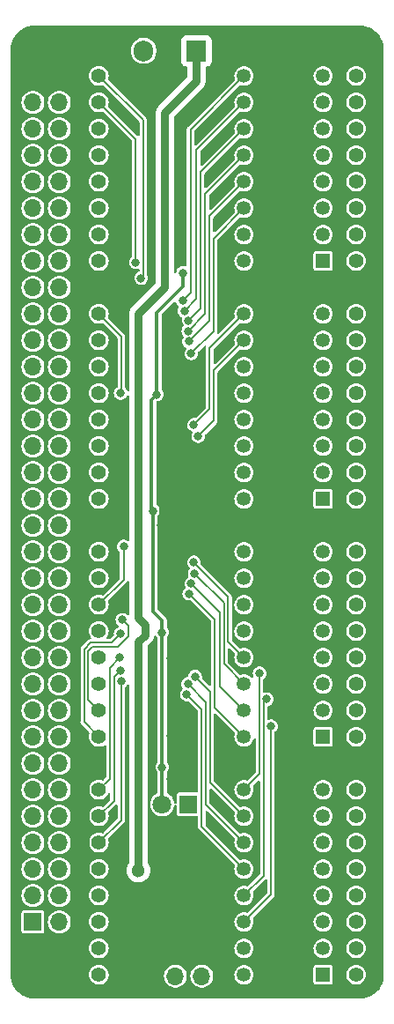
<source format=gbl>
%TF.GenerationSoftware,KiCad,Pcbnew,7.0.5*%
%TF.CreationDate,2024-01-28T12:41:20+02:00*%
%TF.ProjectId,Signal Tester Left,5369676e-616c-4205-9465-73746572204c,V0*%
%TF.SameCoordinates,Original*%
%TF.FileFunction,Copper,L2,Bot*%
%TF.FilePolarity,Positive*%
%FSLAX46Y46*%
G04 Gerber Fmt 4.6, Leading zero omitted, Abs format (unit mm)*
G04 Created by KiCad (PCBNEW 7.0.5) date 2024-01-28 12:41:20*
%MOMM*%
%LPD*%
G01*
G04 APERTURE LIST*
%TA.AperFunction,ComponentPad*%
%ADD10C,1.350000*%
%TD*%
%TA.AperFunction,ComponentPad*%
%ADD11R,1.350000X1.350000*%
%TD*%
%TA.AperFunction,ComponentPad*%
%ADD12R,1.905000X2.000000*%
%TD*%
%TA.AperFunction,ComponentPad*%
%ADD13O,1.905000X2.000000*%
%TD*%
%TA.AperFunction,ComponentPad*%
%ADD14C,1.400000*%
%TD*%
%TA.AperFunction,ComponentPad*%
%ADD15R,1.700000X1.700000*%
%TD*%
%TA.AperFunction,ComponentPad*%
%ADD16O,1.700000X1.700000*%
%TD*%
%TA.AperFunction,ComponentPad*%
%ADD17R,1.800000X1.800000*%
%TD*%
%TA.AperFunction,ComponentPad*%
%ADD18C,1.800000*%
%TD*%
%TA.AperFunction,ViaPad*%
%ADD19C,0.800000*%
%TD*%
%TA.AperFunction,ViaPad*%
%ADD20C,1.300000*%
%TD*%
%TA.AperFunction,Conductor*%
%ADD21C,0.380000*%
%TD*%
%TA.AperFunction,Conductor*%
%ADD22C,0.200000*%
%TD*%
%TA.AperFunction,Conductor*%
%ADD23C,0.750000*%
%TD*%
G04 APERTURE END LIST*
D10*
%TO.P,DS2,16,CATHODE_A*%
%TO.N,Net-(DS2-CATHODE_A)*%
X50800000Y-109220000D03*
%TO.P,DS2,15,CATHODE_B*%
%TO.N,Net-(DS2-CATHODE_B)*%
X50800000Y-106680000D03*
%TO.P,DS2,14,CATHODE_C*%
%TO.N,Net-(DS2-CATHODE_C)*%
X50800000Y-104140000D03*
%TO.P,DS2,13,CATHODE_D*%
%TO.N,Net-(DS2-CATHODE_D)*%
X50800000Y-101600000D03*
%TO.P,DS2,12,CATHODE_E*%
%TO.N,Net-(DS2-CATHODE_E)*%
X50800000Y-99060000D03*
%TO.P,DS2,11,CATHODE_F*%
%TO.N,Net-(DS2-CATHODE_F)*%
X50800000Y-96520000D03*
%TO.P,DS2,10,CATHODE_G*%
%TO.N,Net-(DS2-CATHODE_G)*%
X50800000Y-93980000D03*
%TO.P,DS2,9,CATHODE_H*%
%TO.N,Net-(DS2-CATHODE_H)*%
X50800000Y-91440000D03*
%TO.P,DS2,8,ANODE_H*%
%TO.N,Net-(DS2-ANODE_H)*%
X58420000Y-91440000D03*
%TO.P,DS2,7,ANODE_G*%
%TO.N,Net-(DS2-ANODE_G)*%
X58420000Y-93980000D03*
%TO.P,DS2,6,ANODE_F*%
%TO.N,Net-(DS2-ANODE_F)*%
X58420000Y-96520000D03*
%TO.P,DS2,5,ANODE_E*%
%TO.N,Net-(DS2-ANODE_E)*%
X58420000Y-99060000D03*
%TO.P,DS2,4,ANODE_D*%
%TO.N,Net-(DS2-ANODE_D)*%
X58420000Y-101600000D03*
%TO.P,DS2,3,ANODE_C*%
%TO.N,Net-(DS2-ANODE_C)*%
X58420000Y-104140000D03*
%TO.P,DS2,2,ANODE_B*%
%TO.N,Net-(DS2-ANODE_B)*%
X58420000Y-106680000D03*
D11*
%TO.P,DS2,1,ANODE_A*%
%TO.N,Net-(DS2-ANODE_A)*%
X58420000Y-109220000D03*
%TD*%
D12*
%TO.P,U1,1,IN*%
%TO.N,/12V Forward*%
X46228000Y-43307000D03*
D13*
%TO.P,U1,2,GND*%
%TO.N,/GND*%
X43688000Y-43307000D03*
%TO.P,U1,3,OUT*%
%TO.N,/5V*%
X41148000Y-43307000D03*
%TD*%
D14*
%TO.P,RN8,9,R8*%
%TO.N,/D24*%
X36830000Y-63500000D03*
%TO.P,RN8,8,R7*%
%TO.N,/D25*%
X36830000Y-60960000D03*
%TO.P,RN8,7,R6*%
%TO.N,/D26*%
X36830000Y-58420000D03*
%TO.P,RN8,6,R5*%
%TO.N,/D27*%
X36830000Y-55880000D03*
%TO.P,RN8,5,R4*%
%TO.N,/D28*%
X36830000Y-53340000D03*
%TO.P,RN8,4,R3*%
%TO.N,/D29*%
X36830000Y-50800000D03*
%TO.P,RN8,3,R2*%
%TO.N,/D30*%
X36830000Y-48260000D03*
%TO.P,RN8,2,R1*%
%TO.N,/D31*%
X36830000Y-45720000D03*
%TO.P,RN8,1,PC*%
%TO.N,/GND*%
X36830000Y-43180000D03*
%TD*%
%TO.P,RN5,9,R8*%
%TO.N,Net-(DS3-ANODE_A)*%
X61595000Y-86360000D03*
%TO.P,RN5,8,R7*%
%TO.N,Net-(DS3-ANODE_B)*%
X61595000Y-83820000D03*
%TO.P,RN5,7,R6*%
%TO.N,Net-(DS3-ANODE_C)*%
X61595000Y-81280000D03*
%TO.P,RN5,6,R5*%
%TO.N,Net-(DS3-ANODE_D)*%
X61595000Y-78740000D03*
%TO.P,RN5,5,R4*%
%TO.N,Net-(DS3-ANODE_E)*%
X61595000Y-76200000D03*
%TO.P,RN5,4,R3*%
%TO.N,Net-(DS3-ANODE_F)*%
X61595000Y-73660000D03*
%TO.P,RN5,3,R2*%
%TO.N,Net-(DS3-ANODE_G)*%
X61595000Y-71120000D03*
%TO.P,RN5,2,R1*%
%TO.N,Net-(DS3-ANODE_H)*%
X61595000Y-68580000D03*
%TO.P,RN5,1,PC*%
%TO.N,/GND*%
X61595000Y-66040000D03*
%TD*%
%TO.P,RN1,9,R8*%
%TO.N,Net-(DS1-ANODE_A)*%
X61595000Y-132080000D03*
%TO.P,RN1,8,R7*%
%TO.N,Net-(DS1-ANODE_B)*%
X61595000Y-129540000D03*
%TO.P,RN1,7,R6*%
%TO.N,Net-(DS1-ANODE_C)*%
X61595000Y-127000000D03*
%TO.P,RN1,6,R5*%
%TO.N,Net-(DS1-ANODE_D)*%
X61595000Y-124460000D03*
%TO.P,RN1,5,R4*%
%TO.N,Net-(DS1-ANODE_E)*%
X61595000Y-121920000D03*
%TO.P,RN1,4,R3*%
%TO.N,Net-(DS1-ANODE_F)*%
X61595000Y-119380000D03*
%TO.P,RN1,3,R2*%
%TO.N,Net-(DS1-ANODE_G)*%
X61595000Y-116840000D03*
%TO.P,RN1,2,R1*%
%TO.N,Net-(DS1-ANODE_H)*%
X61595000Y-114300000D03*
%TO.P,RN1,1,PC*%
%TO.N,/GND*%
X61595000Y-111760000D03*
%TD*%
D10*
%TO.P,DS3,16,CATHODE_A*%
%TO.N,Net-(DS3-CATHODE_A)*%
X50800000Y-86359999D03*
%TO.P,DS3,15,CATHODE_B*%
%TO.N,Net-(DS3-CATHODE_B)*%
X50800000Y-83819999D03*
%TO.P,DS3,14,CATHODE_C*%
%TO.N,Net-(DS3-CATHODE_C)*%
X50800000Y-81279999D03*
%TO.P,DS3,13,CATHODE_D*%
%TO.N,Net-(DS3-CATHODE_D)*%
X50800000Y-78739999D03*
%TO.P,DS3,12,CATHODE_E*%
%TO.N,Net-(DS3-CATHODE_E)*%
X50800000Y-76199999D03*
%TO.P,DS3,11,CATHODE_F*%
%TO.N,Net-(DS3-CATHODE_F)*%
X50800000Y-73659999D03*
%TO.P,DS3,10,CATHODE_G*%
%TO.N,Net-(DS3-CATHODE_G)*%
X50800000Y-71119999D03*
%TO.P,DS3,9,CATHODE_H*%
%TO.N,Net-(DS3-CATHODE_H)*%
X50800000Y-68579999D03*
%TO.P,DS3,8,ANODE_H*%
%TO.N,Net-(DS3-ANODE_H)*%
X58420000Y-68579999D03*
%TO.P,DS3,7,ANODE_G*%
%TO.N,Net-(DS3-ANODE_G)*%
X58420000Y-71119999D03*
%TO.P,DS3,6,ANODE_F*%
%TO.N,Net-(DS3-ANODE_F)*%
X58420000Y-73659999D03*
%TO.P,DS3,5,ANODE_E*%
%TO.N,Net-(DS3-ANODE_E)*%
X58420000Y-76199999D03*
%TO.P,DS3,4,ANODE_D*%
%TO.N,Net-(DS3-ANODE_D)*%
X58420000Y-78739999D03*
%TO.P,DS3,3,ANODE_C*%
%TO.N,Net-(DS3-ANODE_C)*%
X58420000Y-81279999D03*
%TO.P,DS3,2,ANODE_B*%
%TO.N,Net-(DS3-ANODE_B)*%
X58420000Y-83819999D03*
D11*
%TO.P,DS3,1,ANODE_A*%
%TO.N,Net-(DS3-ANODE_A)*%
X58420000Y-86359999D03*
%TD*%
D15*
%TO.P,J2,1,Pin_1*%
%TO.N,/GND*%
X46736000Y-129667002D03*
D16*
%TO.P,J2,2,Pin_2*%
X44196000Y-129667002D03*
%TO.P,J2,3,Pin_3*%
%TO.N,Net-(J2-Pin_3)*%
X46736000Y-132207002D03*
%TO.P,J2,4,Pin_4*%
X44196000Y-132207002D03*
%TD*%
D10*
%TO.P,DS4,16,CATHODE_A*%
%TO.N,Net-(DS4-CATHODE_A)*%
X50800000Y-63499999D03*
%TO.P,DS4,15,CATHODE_B*%
%TO.N,Net-(DS4-CATHODE_B)*%
X50800000Y-60959999D03*
%TO.P,DS4,14,CATHODE_C*%
%TO.N,Net-(DS4-CATHODE_C)*%
X50800000Y-58419999D03*
%TO.P,DS4,13,CATHODE_D*%
%TO.N,Net-(DS4-CATHODE_D)*%
X50800000Y-55879999D03*
%TO.P,DS4,12,CATHODE_E*%
%TO.N,Net-(DS4-CATHODE_E)*%
X50800000Y-53339999D03*
%TO.P,DS4,11,CATHODE_F*%
%TO.N,Net-(DS4-CATHODE_F)*%
X50800000Y-50799999D03*
%TO.P,DS4,10,CATHODE_G*%
%TO.N,Net-(DS4-CATHODE_G)*%
X50800000Y-48259999D03*
%TO.P,DS4,9,CATHODE_H*%
%TO.N,Net-(DS4-CATHODE_H)*%
X50800000Y-45719999D03*
%TO.P,DS4,8,ANODE_H*%
%TO.N,Net-(DS4-ANODE_H)*%
X58420000Y-45719999D03*
%TO.P,DS4,7,ANODE_G*%
%TO.N,Net-(DS4-ANODE_G)*%
X58420000Y-48259999D03*
%TO.P,DS4,6,ANODE_F*%
%TO.N,Net-(DS4-ANODE_F)*%
X58420000Y-50799999D03*
%TO.P,DS4,5,ANODE_E*%
%TO.N,Net-(DS4-ANODE_E)*%
X58420000Y-53339999D03*
%TO.P,DS4,4,ANODE_D*%
%TO.N,Net-(DS4-ANODE_D)*%
X58420000Y-55879999D03*
%TO.P,DS4,3,ANODE_C*%
%TO.N,Net-(DS4-ANODE_C)*%
X58420000Y-58419999D03*
%TO.P,DS4,2,ANODE_B*%
%TO.N,Net-(DS4-ANODE_B)*%
X58420000Y-60959999D03*
D11*
%TO.P,DS4,1,ANODE_A*%
%TO.N,Net-(DS4-ANODE_A)*%
X58420000Y-63499999D03*
%TD*%
%TO.P,DS1,1,ANODE_A*%
%TO.N,Net-(DS1-ANODE_A)*%
X58420000Y-132080000D03*
D10*
%TO.P,DS1,2,ANODE_B*%
%TO.N,Net-(DS1-ANODE_B)*%
X58420000Y-129540000D03*
%TO.P,DS1,3,ANODE_C*%
%TO.N,Net-(DS1-ANODE_C)*%
X58420000Y-127000000D03*
%TO.P,DS1,4,ANODE_D*%
%TO.N,Net-(DS1-ANODE_D)*%
X58420000Y-124460000D03*
%TO.P,DS1,5,ANODE_E*%
%TO.N,Net-(DS1-ANODE_E)*%
X58420000Y-121920000D03*
%TO.P,DS1,6,ANODE_F*%
%TO.N,Net-(DS1-ANODE_F)*%
X58420000Y-119380000D03*
%TO.P,DS1,7,ANODE_G*%
%TO.N,Net-(DS1-ANODE_G)*%
X58420000Y-116840000D03*
%TO.P,DS1,8,ANODE_H*%
%TO.N,Net-(DS1-ANODE_H)*%
X58420000Y-114300000D03*
%TO.P,DS1,9,CATHODE_H*%
%TO.N,Net-(DS1-CATHODE_H)*%
X50800000Y-114300000D03*
%TO.P,DS1,10,CATHODE_G*%
%TO.N,Net-(DS1-CATHODE_G)*%
X50800000Y-116840000D03*
%TO.P,DS1,11,CATHODE_F*%
%TO.N,Net-(DS1-CATHODE_F)*%
X50800000Y-119380000D03*
%TO.P,DS1,12,CATHODE_E*%
%TO.N,Net-(DS1-CATHODE_E)*%
X50800000Y-121920000D03*
%TO.P,DS1,13,CATHODE_D*%
%TO.N,Net-(DS1-CATHODE_D)*%
X50800000Y-124460000D03*
%TO.P,DS1,14,CATHODE_C*%
%TO.N,Net-(DS1-CATHODE_C)*%
X50800000Y-127000000D03*
%TO.P,DS1,15,CATHODE_B*%
%TO.N,Net-(DS1-CATHODE_B)*%
X50800000Y-129540000D03*
%TO.P,DS1,16,CATHODE_A*%
%TO.N,Net-(DS1-CATHODE_A)*%
X50800000Y-132080000D03*
%TD*%
D14*
%TO.P,RN4,9,R8*%
%TO.N,/D8*%
X36830000Y-109220000D03*
%TO.P,RN4,8,R7*%
%TO.N,/D9*%
X36830000Y-106680000D03*
%TO.P,RN4,7,R6*%
%TO.N,/D10*%
X36830000Y-104140000D03*
%TO.P,RN4,6,R5*%
%TO.N,/D11*%
X36830000Y-101600000D03*
%TO.P,RN4,5,R4*%
%TO.N,/D12*%
X36830000Y-99060000D03*
%TO.P,RN4,4,R3*%
%TO.N,/D13*%
X36830000Y-96520000D03*
%TO.P,RN4,3,R2*%
%TO.N,/D14*%
X36830000Y-93980000D03*
%TO.P,RN4,2,R1*%
%TO.N,/D15*%
X36830000Y-91440000D03*
%TO.P,RN4,1,PC*%
%TO.N,/GND*%
X36830000Y-88900000D03*
%TD*%
%TO.P,RN2,9,R8*%
%TO.N,/D0*%
X36830000Y-132080000D03*
%TO.P,RN2,8,R7*%
%TO.N,/D1*%
X36830000Y-129540000D03*
%TO.P,RN2,7,R6*%
%TO.N,/D2*%
X36830000Y-127000000D03*
%TO.P,RN2,6,R5*%
%TO.N,/D3*%
X36830000Y-124460000D03*
%TO.P,RN2,5,R4*%
%TO.N,/D4*%
X36830000Y-121920000D03*
%TO.P,RN2,4,R3*%
%TO.N,/D5*%
X36830000Y-119380000D03*
%TO.P,RN2,3,R2*%
%TO.N,/D6*%
X36830000Y-116840000D03*
%TO.P,RN2,2,R1*%
%TO.N,/D7*%
X36830000Y-114300000D03*
%TO.P,RN2,1,PC*%
%TO.N,/GND*%
X36830000Y-111760000D03*
%TD*%
D17*
%TO.P,LED1,1,K*%
%TO.N,Net-(LED1-K)*%
X45470999Y-115697001D03*
D18*
%TO.P,LED1,2,A*%
%TO.N,/5V*%
X42930999Y-115697001D03*
%TD*%
D14*
%TO.P,RN3,9,R8*%
%TO.N,Net-(DS2-ANODE_A)*%
X61595000Y-109220000D03*
%TO.P,RN3,8,R7*%
%TO.N,Net-(DS2-ANODE_B)*%
X61595000Y-106680000D03*
%TO.P,RN3,7,R6*%
%TO.N,Net-(DS2-ANODE_C)*%
X61595000Y-104140000D03*
%TO.P,RN3,6,R5*%
%TO.N,Net-(DS2-ANODE_D)*%
X61595000Y-101600000D03*
%TO.P,RN3,5,R4*%
%TO.N,Net-(DS2-ANODE_E)*%
X61595000Y-99060000D03*
%TO.P,RN3,4,R3*%
%TO.N,Net-(DS2-ANODE_F)*%
X61595000Y-96520000D03*
%TO.P,RN3,3,R2*%
%TO.N,Net-(DS2-ANODE_G)*%
X61595000Y-93980000D03*
%TO.P,RN3,2,R1*%
%TO.N,Net-(DS2-ANODE_H)*%
X61595000Y-91440000D03*
%TO.P,RN3,1,PC*%
%TO.N,/GND*%
X61595000Y-88900000D03*
%TD*%
%TO.P,RN7,9,R8*%
%TO.N,Net-(DS4-ANODE_A)*%
X61595000Y-63500000D03*
%TO.P,RN7,8,R7*%
%TO.N,Net-(DS4-ANODE_B)*%
X61595000Y-60960000D03*
%TO.P,RN7,7,R6*%
%TO.N,Net-(DS4-ANODE_C)*%
X61595000Y-58420000D03*
%TO.P,RN7,6,R5*%
%TO.N,Net-(DS4-ANODE_D)*%
X61595000Y-55880000D03*
%TO.P,RN7,5,R4*%
%TO.N,Net-(DS4-ANODE_E)*%
X61595000Y-53340000D03*
%TO.P,RN7,4,R3*%
%TO.N,Net-(DS4-ANODE_F)*%
X61595000Y-50800000D03*
%TO.P,RN7,3,R2*%
%TO.N,Net-(DS4-ANODE_G)*%
X61595000Y-48260000D03*
%TO.P,RN7,2,R1*%
%TO.N,Net-(DS4-ANODE_H)*%
X61595000Y-45720000D03*
%TO.P,RN7,1,PC*%
%TO.N,/GND*%
X61595000Y-43180000D03*
%TD*%
%TO.P,RN6,9,R8*%
%TO.N,/D16*%
X36830000Y-86360000D03*
%TO.P,RN6,8,R7*%
%TO.N,/D17*%
X36830000Y-83820000D03*
%TO.P,RN6,7,R6*%
%TO.N,/D18*%
X36830000Y-81280000D03*
%TO.P,RN6,6,R5*%
%TO.N,/D19*%
X36830000Y-78740000D03*
%TO.P,RN6,5,R4*%
%TO.N,/D20*%
X36830000Y-76200000D03*
%TO.P,RN6,4,R3*%
%TO.N,/D21*%
X36830000Y-73660000D03*
%TO.P,RN6,3,R2*%
%TO.N,/D22*%
X36830000Y-71120000D03*
%TO.P,RN6,2,R1*%
%TO.N,/D23*%
X36830000Y-68580000D03*
%TO.P,RN6,1,PC*%
%TO.N,/GND*%
X36830000Y-66040000D03*
%TD*%
D16*
%TO.P,J3,64,Pin_64*%
%TO.N,/D31*%
X33020000Y-48260000D03*
%TO.P,J3,63,Pin_63*%
X30480000Y-48260000D03*
%TO.P,J3,62,Pin_62*%
%TO.N,/D30*%
X33020000Y-50800000D03*
%TO.P,J3,61,Pin_61*%
X30480000Y-50800000D03*
%TO.P,J3,60,Pin_60*%
%TO.N,/D29*%
X33020000Y-53340000D03*
%TO.P,J3,59,Pin_59*%
X30480000Y-53340000D03*
%TO.P,J3,58,Pin_58*%
%TO.N,/D28*%
X33020000Y-55880000D03*
%TO.P,J3,57,Pin_57*%
X30480000Y-55880000D03*
%TO.P,J3,56,Pin_56*%
%TO.N,/D27*%
X33020000Y-58420000D03*
%TO.P,J3,55,Pin_55*%
X30480000Y-58420000D03*
%TO.P,J3,54,Pin_54*%
%TO.N,/D26*%
X33020000Y-60960000D03*
%TO.P,J3,53,Pin_53*%
X30480000Y-60960000D03*
%TO.P,J3,52,Pin_52*%
%TO.N,/D25*%
X33020000Y-63500000D03*
%TO.P,J3,51,Pin_51*%
X30480000Y-63500000D03*
%TO.P,J3,50,Pin_50*%
%TO.N,/D24*%
X33020000Y-66040000D03*
%TO.P,J3,49,Pin_49*%
X30480000Y-66040000D03*
%TO.P,J3,48,Pin_48*%
%TO.N,/D23*%
X33020000Y-68580000D03*
%TO.P,J3,47,Pin_47*%
X30480000Y-68580000D03*
%TO.P,J3,46,Pin_46*%
%TO.N,/D22*%
X33020000Y-71120000D03*
%TO.P,J3,45,Pin_45*%
X30480000Y-71120000D03*
%TO.P,J3,44,Pin_44*%
%TO.N,/D21*%
X33020000Y-73660000D03*
%TO.P,J3,43,Pin_43*%
X30480000Y-73660000D03*
%TO.P,J3,42,Pin_42*%
%TO.N,/D20*%
X33020000Y-76200000D03*
%TO.P,J3,41,Pin_41*%
X30480000Y-76200000D03*
%TO.P,J3,40,Pin_40*%
%TO.N,/D19*%
X33020000Y-78740000D03*
%TO.P,J3,39,Pin_39*%
X30480000Y-78740000D03*
%TO.P,J3,38,Pin_38*%
%TO.N,/D18*%
X33020000Y-81280000D03*
%TO.P,J3,37,Pin_37*%
X30480000Y-81280000D03*
%TO.P,J3,36,Pin_36*%
%TO.N,/D17*%
X33020000Y-83820000D03*
%TO.P,J3,35,Pin_35*%
X30480000Y-83820000D03*
%TO.P,J3,34,Pin_34*%
%TO.N,/D16*%
X33020000Y-86360000D03*
%TO.P,J3,33,Pin_33*%
X30480000Y-86360000D03*
%TO.P,J3,32,Pin_32*%
%TO.N,/D15*%
X33020000Y-88900000D03*
%TO.P,J3,31,Pin_31*%
X30480000Y-88900000D03*
%TO.P,J3,30,Pin_30*%
%TO.N,/D14*%
X33020000Y-91440000D03*
%TO.P,J3,29,Pin_29*%
X30480000Y-91440000D03*
%TO.P,J3,28,Pin_28*%
%TO.N,/D13*%
X33020000Y-93980000D03*
%TO.P,J3,27,Pin_27*%
X30480000Y-93980000D03*
%TO.P,J3,26,Pin_26*%
%TO.N,/D12*%
X33020000Y-96520000D03*
%TO.P,J3,25,Pin_25*%
X30480000Y-96520000D03*
%TO.P,J3,24,Pin_24*%
%TO.N,/D11*%
X33020000Y-99060000D03*
%TO.P,J3,23,Pin_23*%
X30480000Y-99060000D03*
%TO.P,J3,22,Pin_22*%
%TO.N,/D10*%
X33020000Y-101600000D03*
%TO.P,J3,21,Pin_21*%
X30480000Y-101600000D03*
%TO.P,J3,20,Pin_20*%
%TO.N,/D9*%
X33020000Y-104140000D03*
%TO.P,J3,19,Pin_19*%
X30480000Y-104140000D03*
%TO.P,J3,18,Pin_18*%
%TO.N,/D8*%
X33020000Y-106680000D03*
%TO.P,J3,17,Pin_17*%
X30480000Y-106680000D03*
%TO.P,J3,16,Pin_16*%
%TO.N,/D7*%
X33020000Y-109220000D03*
%TO.P,J3,15,Pin_15*%
X30480000Y-109220000D03*
%TO.P,J3,14,Pin_14*%
%TO.N,/D6*%
X33020000Y-111760000D03*
%TO.P,J3,13,Pin_13*%
X30480000Y-111760000D03*
%TO.P,J3,12,Pin_12*%
%TO.N,/D5*%
X33020000Y-114300000D03*
%TO.P,J3,11,Pin_11*%
X30480000Y-114300000D03*
%TO.P,J3,10,Pin_10*%
%TO.N,/D4*%
X33020000Y-116840000D03*
%TO.P,J3,9,Pin_9*%
X30480000Y-116840000D03*
%TO.P,J3,8,Pin_8*%
%TO.N,/D3*%
X33020000Y-119380000D03*
%TO.P,J3,7,Pin_7*%
X30480000Y-119380000D03*
%TO.P,J3,6,Pin_6*%
%TO.N,/D2*%
X33020000Y-121920000D03*
%TO.P,J3,5,Pin_5*%
X30480000Y-121920000D03*
%TO.P,J3,4,Pin_4*%
%TO.N,/D1*%
X33020000Y-124460000D03*
%TO.P,J3,3,Pin_3*%
X30480000Y-124460000D03*
%TO.P,J3,2,Pin_2*%
%TO.N,/D0*%
X33020000Y-127000000D03*
D15*
%TO.P,J3,1,Pin_1*%
X30480000Y-127000000D03*
%TD*%
D19*
%TO.N,/5V*%
X44944994Y-64642996D03*
D20*
%TO.N,/12V Forward*%
X40640000Y-122047000D03*
D19*
%TO.N,/5V*%
X42925998Y-112141000D03*
X42418000Y-76327000D03*
X42040000Y-87503000D03*
X42926000Y-99187000D03*
%TO.N,/GND*%
X42843999Y-85471000D03*
X42843999Y-88900000D03*
X43815000Y-73913999D03*
X43720999Y-113284000D03*
X43716000Y-96596923D03*
X43716000Y-101636298D03*
X41402000Y-126873006D03*
X43716000Y-109093000D03*
X43434000Y-77343000D03*
%TO.N,Net-(DS1-CATHODE_H)*%
X52298600Y-103124000D03*
%TO.N,Net-(DS1-CATHODE_G)*%
X46101000Y-103428800D03*
%TO.N,Net-(DS1-CATHODE_F)*%
X45389799Y-104140000D03*
%TO.N,Net-(DS1-CATHODE_E)*%
X45288200Y-105156000D03*
%TO.N,Net-(DS1-CATHODE_D)*%
X52998600Y-105604294D03*
%TO.N,Net-(DS1-CATHODE_C)*%
X53398600Y-108193894D03*
%TO.N,Net-(DS2-CATHODE_D)*%
X45974000Y-92455999D03*
%TO.N,Net-(DS2-CATHODE_C)*%
X46050524Y-93522475D03*
%TO.N,Net-(DS2-CATHODE_B)*%
X45720000Y-94487999D03*
%TO.N,Net-(DS2-CATHODE_A)*%
X45521112Y-95468025D03*
%TO.N,Net-(DS3-CATHODE_H)*%
X45974000Y-79248000D03*
%TO.N,Net-(DS3-CATHODE_G)*%
X46403774Y-80332668D03*
%TO.N,Net-(DS4-CATHODE_H)*%
X44898805Y-67311427D03*
%TO.N,Net-(DS4-CATHODE_G)*%
X45065872Y-68297376D03*
%TO.N,Net-(DS4-CATHODE_F)*%
X45468985Y-69212529D03*
%TO.N,Net-(DS4-CATHODE_E)*%
X45441859Y-70229604D03*
%TO.N,Net-(DS4-CATHODE_D)*%
X45507608Y-71227442D03*
%TO.N,Net-(DS4-CATHODE_C)*%
X45726782Y-72394188D03*
%TO.N,/D5*%
X38989000Y-103886000D03*
%TO.N,/D6*%
X38889441Y-102890966D03*
%TO.N,/D7*%
X38861998Y-101600000D03*
%TO.N,/D8*%
X38930000Y-99314002D03*
%TO.N,/D9*%
X39091533Y-97975897D03*
%TO.N,/D13*%
X39211439Y-90932155D03*
%TO.N,/D23*%
X38930000Y-76193480D03*
%TO.N,/D30*%
X40386000Y-63627000D03*
%TO.N,/D31*%
X40894000Y-65151000D03*
%TD*%
D21*
%TO.N,/5V*%
X42926000Y-98044000D02*
X42040000Y-97158000D01*
X42040000Y-97158000D02*
X42040000Y-87503000D01*
X42926000Y-99187000D02*
X42926000Y-98044000D01*
D22*
%TO.N,/D9*%
X38633952Y-100600000D02*
X39633081Y-99600871D01*
X36179000Y-100600000D02*
X38633952Y-100600000D01*
X35814000Y-100965000D02*
X36179000Y-100600000D01*
X35814000Y-105663999D02*
X35814000Y-100965000D01*
X36830000Y-106679999D02*
X35814000Y-105663999D01*
X39633081Y-98517445D02*
X39091533Y-97975897D01*
X39633081Y-99600871D02*
X39633081Y-98517445D01*
D21*
%TO.N,/5V*%
X44944994Y-65926006D02*
X44944994Y-64642996D01*
X42418000Y-76327000D02*
X42418000Y-68453000D01*
X42418000Y-68453000D02*
X44944994Y-65926006D01*
D22*
%TO.N,Net-(DS4-CATHODE_H)*%
X45645000Y-50874999D02*
X45645000Y-66565232D01*
X45645000Y-66565232D02*
X44898805Y-67311427D01*
X50800000Y-45719999D02*
X45645000Y-50874999D01*
D23*
%TO.N,/12V Forward*%
X46228000Y-46228000D02*
X46228000Y-43307000D01*
X43180000Y-66008086D02*
X43180000Y-49276000D01*
X40640000Y-97790000D02*
X40640000Y-68548086D01*
X41275000Y-98425000D02*
X40640000Y-97790000D01*
X43180000Y-49276000D02*
X46228000Y-46228000D01*
X40640000Y-68548086D02*
X43180000Y-66008086D01*
X40640000Y-100076000D02*
X41275000Y-99441000D01*
X41275000Y-99441000D02*
X41275000Y-98425000D01*
X40640000Y-122047000D02*
X40640000Y-100076000D01*
D22*
%TO.N,/D30*%
X40386000Y-51816000D02*
X40386000Y-63627000D01*
X36830000Y-48260000D02*
X40386000Y-51816000D01*
%TO.N,/D31*%
X41086000Y-64959000D02*
X40894000Y-65151000D01*
X36830000Y-45719999D02*
X41086000Y-49975999D01*
X41086000Y-49975999D02*
X41086000Y-64959000D01*
D21*
%TO.N,/5V*%
X42930999Y-112146001D02*
X42925998Y-112141000D01*
X42930999Y-115697001D02*
X42930999Y-112146001D01*
%TO.N,/GND*%
X43970000Y-109347000D02*
X43970000Y-113034999D01*
X43970000Y-113034999D02*
X43720999Y-113284000D01*
X43716000Y-109093000D02*
X43970000Y-109347000D01*
%TO.N,/5V*%
X42926000Y-112140998D02*
X42925998Y-112141000D01*
X42926000Y-99187000D02*
X42926000Y-112140998D01*
%TO.N,/GND*%
X43716000Y-96596923D02*
X43716000Y-101636298D01*
%TO.N,/5V*%
X41910000Y-87373000D02*
X42040000Y-87503000D01*
X41910000Y-76835000D02*
X41910000Y-87373000D01*
X42418000Y-76327000D02*
X41910000Y-76835000D01*
%TO.N,/GND*%
X43434000Y-74294999D02*
X43815000Y-73913999D01*
X43434000Y-77343000D02*
X43434000Y-74294999D01*
D22*
%TO.N,/D23*%
X38989000Y-70739001D02*
X38989000Y-76134480D01*
X36830000Y-68580001D02*
X38989000Y-70739001D01*
X38989000Y-76134480D02*
X38930000Y-76193480D01*
D21*
%TO.N,/GND*%
X42843999Y-77933001D02*
X43434000Y-77343000D01*
X42843999Y-85471000D02*
X42843999Y-77933001D01*
D22*
%TO.N,/D13*%
X39211439Y-94138561D02*
X39211439Y-90932155D01*
X36830000Y-96520000D02*
X39211439Y-94138561D01*
%TO.N,/D8*%
X38060002Y-100184000D02*
X38930000Y-99314002D01*
X35414000Y-107804000D02*
X35414000Y-100799314D01*
X36029314Y-100184000D02*
X38060002Y-100184000D01*
X36830000Y-109220000D02*
X35414000Y-107804000D01*
X35414000Y-100799314D02*
X36029314Y-100184000D01*
%TO.N,/D7*%
X37889000Y-113241000D02*
X37889000Y-102572998D01*
%TO.N,/D6*%
X38289000Y-103491407D02*
X38889441Y-102890966D01*
X36830000Y-116840000D02*
X38289000Y-115381000D01*
%TO.N,/D5*%
X38989000Y-117221000D02*
X38989000Y-103886000D01*
%TO.N,/D7*%
X37889000Y-102572998D02*
X38861998Y-101600000D01*
%TO.N,/D5*%
X36830000Y-119380000D02*
X38989000Y-117221000D01*
%TO.N,/D7*%
X36830000Y-114300000D02*
X37889000Y-113241000D01*
%TO.N,/D6*%
X38289000Y-115381000D02*
X38289000Y-103491407D01*
%TO.N,Net-(DS1-CATHODE_E)*%
X46736000Y-106603800D02*
X45288200Y-105156000D01*
%TO.N,Net-(DS1-CATHODE_G)*%
X47536000Y-113576000D02*
X50800000Y-116840000D01*
%TO.N,Net-(DS1-CATHODE_E)*%
X46736000Y-117856000D02*
X46736000Y-106603800D01*
%TO.N,Net-(DS1-CATHODE_G)*%
X46101000Y-103428800D02*
X47536000Y-104863800D01*
X47536000Y-104863800D02*
X47536000Y-113576000D01*
%TO.N,Net-(DS1-CATHODE_E)*%
X50800000Y-121920000D02*
X46736000Y-117856000D01*
%TO.N,Net-(DS1-CATHODE_F)*%
X50800000Y-119380000D02*
X47136000Y-115716000D01*
X47136000Y-115716000D02*
X47136000Y-105886201D01*
X47136000Y-105886201D02*
X45389799Y-104140000D01*
D21*
%TO.N,/GND*%
X42843999Y-85471000D02*
X42843999Y-88900000D01*
X36830000Y-88900000D02*
X34671000Y-91059000D01*
X35340000Y-87410000D02*
X36830000Y-88900000D01*
X34671000Y-91059000D02*
X34671000Y-109601000D01*
X36830000Y-66040001D02*
X35340000Y-67530001D01*
X35740000Y-122371493D02*
X36685507Y-123316999D01*
X37845994Y-123317000D02*
X41402000Y-126873006D01*
X35340000Y-67530001D02*
X35340000Y-87410000D01*
X34671000Y-109601000D02*
X36830000Y-111760000D01*
X36830000Y-111760000D02*
X35739999Y-112850000D01*
X35739999Y-112850000D02*
X35740000Y-122371493D01*
X36685507Y-123316999D02*
X37845994Y-123317000D01*
D22*
%TO.N,Net-(DS1-CATHODE_H)*%
X52298600Y-103124000D02*
X52298600Y-112801400D01*
X52298600Y-112801400D02*
X50800000Y-114299999D01*
%TO.N,Net-(DS1-CATHODE_D)*%
X52698600Y-105904294D02*
X52998600Y-105604294D01*
X50799999Y-124459999D02*
X52698599Y-122561399D01*
X52698599Y-122561399D02*
X52698600Y-105904294D01*
%TO.N,Net-(DS1-CATHODE_C)*%
X53398600Y-124401399D02*
X53398600Y-108193894D01*
X50800000Y-126999999D02*
X53398600Y-124401399D01*
%TO.N,Net-(DS2-CATHODE_D)*%
X49276000Y-95758000D02*
X49276000Y-100076000D01*
X45974000Y-92455999D02*
X49276000Y-95758000D01*
X49276000Y-100076000D02*
X50799999Y-101599999D01*
%TO.N,Net-(DS2-CATHODE_C)*%
X48876000Y-96347950D02*
X46050524Y-93522475D01*
X50800000Y-104139999D02*
X48876000Y-102215999D01*
X48876000Y-102215999D02*
X48876000Y-96347950D01*
%TO.N,Net-(DS2-CATHODE_B)*%
X50800000Y-106680000D02*
X48475999Y-104356000D01*
X48475999Y-104356000D02*
X48476000Y-97244000D01*
X48476000Y-97244000D02*
X45720000Y-94487999D01*
%TO.N,Net-(DS2-CATHODE_A)*%
X48006000Y-97952913D02*
X45521112Y-95468025D01*
X48006000Y-106426000D02*
X48006000Y-97952913D01*
X50800000Y-109220000D02*
X48006000Y-106426000D01*
%TO.N,Net-(DS3-CATHODE_H)*%
X47497999Y-77723999D02*
X45974000Y-79248000D01*
X50800000Y-68579999D02*
X47497999Y-71882000D01*
X47497999Y-71882000D02*
X47497999Y-77723999D01*
%TO.N,Net-(DS3-CATHODE_G)*%
X47898000Y-78838441D02*
X46403774Y-80332668D01*
X47898000Y-74021999D02*
X47898000Y-78838441D01*
X50799999Y-71120000D02*
X47898000Y-74021999D01*
%TO.N,Net-(DS4-CATHODE_G)*%
X46227999Y-67135247D02*
X45065872Y-68297376D01*
X46227999Y-52831999D02*
X46227999Y-67135247D01*
X50799999Y-48260000D02*
X46227999Y-52831999D01*
%TO.N,Net-(DS4-CATHODE_F)*%
X46628000Y-68053514D02*
X45468985Y-69212529D01*
X46628000Y-54972000D02*
X46628000Y-68053514D01*
X50800000Y-50800000D02*
X46628000Y-54972000D01*
%TO.N,Net-(DS4-CATHODE_E)*%
X47079000Y-68592463D02*
X45441859Y-70229604D01*
X50800000Y-53340000D02*
X47079000Y-57061000D01*
X47079000Y-57061000D02*
X47079000Y-68592463D01*
%TO.N,Net-(DS4-CATHODE_D)*%
X50800000Y-55879998D02*
X47478999Y-59200999D01*
X47478999Y-69256049D02*
X45507608Y-71227442D01*
X47478999Y-59200999D02*
X47478999Y-69256049D01*
%TO.N,Net-(DS4-CATHODE_C)*%
X47879000Y-70241970D02*
X45726782Y-72394188D01*
X50800000Y-58419999D02*
X47879000Y-61340999D01*
X47879000Y-61340999D02*
X47879000Y-70241970D01*
%TD*%
%TA.AperFunction,Conductor*%
%TO.N,/GND*%
G36*
X61977865Y-40890612D02*
G01*
X62050477Y-40895004D01*
X62248226Y-40906965D01*
X62255660Y-40907869D01*
X62520226Y-40956353D01*
X62527496Y-40958144D01*
X62784291Y-41038164D01*
X62791284Y-41040817D01*
X62913886Y-41095995D01*
X63036566Y-41151209D01*
X63043196Y-41154689D01*
X63273371Y-41293835D01*
X63279539Y-41298092D01*
X63491268Y-41463971D01*
X63496865Y-41468929D01*
X63687066Y-41659130D01*
X63692027Y-41664730D01*
X63857913Y-41876468D01*
X63862164Y-41882627D01*
X64001312Y-42112809D01*
X64004789Y-42119432D01*
X64083974Y-42295372D01*
X64115180Y-42364707D01*
X64117835Y-42371706D01*
X64140851Y-42445569D01*
X64197853Y-42628496D01*
X64199646Y-42635772D01*
X64248130Y-42900338D01*
X64249034Y-42907777D01*
X64265387Y-43178115D01*
X64265500Y-43181860D01*
X64265500Y-132078121D01*
X64265387Y-132081866D01*
X64249033Y-132352221D01*
X64248129Y-132359660D01*
X64199645Y-132624226D01*
X64197852Y-132631502D01*
X64117839Y-132888276D01*
X64115181Y-132895283D01*
X64004791Y-133140561D01*
X64001308Y-133147196D01*
X63862164Y-133377371D01*
X63857906Y-133383539D01*
X63692027Y-133595267D01*
X63687058Y-133600876D01*
X63496876Y-133791058D01*
X63491267Y-133796027D01*
X63279539Y-133961906D01*
X63273371Y-133966164D01*
X63043196Y-134105308D01*
X63036561Y-134108791D01*
X62791283Y-134219181D01*
X62784276Y-134221839D01*
X62527502Y-134301852D01*
X62520226Y-134303645D01*
X62255660Y-134352129D01*
X62248221Y-134353033D01*
X61977866Y-134369387D01*
X61974121Y-134369500D01*
X30608877Y-134369500D01*
X30605155Y-134369387D01*
X30334792Y-134353023D01*
X30327356Y-134352121D01*
X30227131Y-134333751D01*
X30062797Y-134303630D01*
X30055522Y-134301836D01*
X29798733Y-134221812D01*
X29791726Y-134219154D01*
X29609239Y-134137020D01*
X29546455Y-134108761D01*
X29539823Y-134105280D01*
X29309654Y-133966134D01*
X29303487Y-133961877D01*
X29091758Y-133795996D01*
X29086160Y-133791036D01*
X28895961Y-133600837D01*
X28891000Y-133595237D01*
X28725122Y-133383511D01*
X28720870Y-133377352D01*
X28581715Y-133147167D01*
X28578240Y-133140549D01*
X28467842Y-132895265D01*
X28465190Y-132888275D01*
X28385162Y-132631478D01*
X28383371Y-132624217D01*
X28334875Y-132359626D01*
X28333977Y-132352221D01*
X28317612Y-132081844D01*
X28317557Y-132080000D01*
X35874901Y-132080000D01*
X35893252Y-132266331D01*
X35893253Y-132266333D01*
X35947604Y-132445502D01*
X36035862Y-132610623D01*
X36035864Y-132610626D01*
X36154642Y-132755357D01*
X36299373Y-132874135D01*
X36299376Y-132874137D01*
X36444265Y-132951581D01*
X36464499Y-132962396D01*
X36606590Y-133005499D01*
X36643666Y-133016746D01*
X36643668Y-133016747D01*
X36660374Y-133018392D01*
X36830000Y-133035099D01*
X37016331Y-133016747D01*
X37195501Y-132962396D01*
X37360625Y-132874136D01*
X37505357Y-132755357D01*
X37624136Y-132610625D01*
X37712396Y-132445501D01*
X37766747Y-132266331D01*
X37772590Y-132207002D01*
X43090785Y-132207002D01*
X43109602Y-132410084D01*
X43165417Y-132606249D01*
X43165422Y-132606262D01*
X43256327Y-132788823D01*
X43379237Y-132951583D01*
X43529958Y-133088982D01*
X43529960Y-133088984D01*
X43613260Y-133140561D01*
X43703363Y-133196350D01*
X43893544Y-133270026D01*
X44094024Y-133307502D01*
X44094026Y-133307502D01*
X44297974Y-133307502D01*
X44297976Y-133307502D01*
X44498456Y-133270026D01*
X44688637Y-133196350D01*
X44862041Y-133088983D01*
X44997988Y-132965051D01*
X45012762Y-132951583D01*
X45012764Y-132951581D01*
X45135673Y-132788823D01*
X45226582Y-132606252D01*
X45282397Y-132410085D01*
X45301215Y-132207002D01*
X45630785Y-132207002D01*
X45649602Y-132410084D01*
X45705417Y-132606249D01*
X45705422Y-132606262D01*
X45796327Y-132788823D01*
X45919237Y-132951583D01*
X46069958Y-133088982D01*
X46069960Y-133088984D01*
X46153260Y-133140561D01*
X46243363Y-133196350D01*
X46433544Y-133270026D01*
X46634024Y-133307502D01*
X46634026Y-133307502D01*
X46837974Y-133307502D01*
X46837976Y-133307502D01*
X47038456Y-133270026D01*
X47228637Y-133196350D01*
X47402041Y-133088983D01*
X47537988Y-132965051D01*
X47552762Y-132951583D01*
X47552764Y-132951581D01*
X47675673Y-132788823D01*
X47766582Y-132606252D01*
X47822397Y-132410085D01*
X47841215Y-132207002D01*
X47829447Y-132080000D01*
X49869402Y-132080000D01*
X49889738Y-132273483D01*
X49949856Y-132458510D01*
X49949857Y-132458511D01*
X50001619Y-132548164D01*
X50047130Y-132626992D01*
X50092476Y-132677354D01*
X50177302Y-132771564D01*
X50177305Y-132771566D01*
X50177308Y-132771569D01*
X50289023Y-132852735D01*
X50334702Y-132885923D01*
X50402926Y-132916297D01*
X50512429Y-132965051D01*
X50702726Y-133005500D01*
X50897274Y-133005500D01*
X51087571Y-132965051D01*
X51265299Y-132885922D01*
X51411531Y-132779678D01*
X57494500Y-132779678D01*
X57509032Y-132852735D01*
X57509033Y-132852739D01*
X57523329Y-132874135D01*
X57564399Y-132935601D01*
X57608475Y-132965051D01*
X57647260Y-132990966D01*
X57647264Y-132990967D01*
X57720321Y-133005499D01*
X57720324Y-133005500D01*
X57720326Y-133005500D01*
X59119676Y-133005500D01*
X59119677Y-133005499D01*
X59192740Y-132990966D01*
X59275601Y-132935601D01*
X59330966Y-132852740D01*
X59345500Y-132779674D01*
X59345500Y-132080000D01*
X60639901Y-132080000D01*
X60658252Y-132266331D01*
X60658253Y-132266333D01*
X60712604Y-132445502D01*
X60800862Y-132610623D01*
X60800864Y-132610626D01*
X60919642Y-132755357D01*
X61064373Y-132874135D01*
X61064376Y-132874137D01*
X61209265Y-132951581D01*
X61229499Y-132962396D01*
X61371590Y-133005499D01*
X61408666Y-133016746D01*
X61408668Y-133016747D01*
X61427019Y-133018554D01*
X61595000Y-133035099D01*
X61781331Y-133016747D01*
X61960501Y-132962396D01*
X62125625Y-132874136D01*
X62270357Y-132755357D01*
X62389136Y-132610625D01*
X62477396Y-132445501D01*
X62531747Y-132266331D01*
X62550099Y-132080000D01*
X62531747Y-131893669D01*
X62477396Y-131714499D01*
X62429655Y-131625181D01*
X62389137Y-131549376D01*
X62389135Y-131549373D01*
X62270357Y-131404642D01*
X62125626Y-131285864D01*
X62125623Y-131285862D01*
X61960502Y-131197604D01*
X61781333Y-131143253D01*
X61781331Y-131143252D01*
X61595000Y-131124901D01*
X61408668Y-131143252D01*
X61408666Y-131143253D01*
X61229497Y-131197604D01*
X61064376Y-131285862D01*
X61064373Y-131285864D01*
X60919642Y-131404642D01*
X60800864Y-131549373D01*
X60800862Y-131549376D01*
X60712604Y-131714497D01*
X60658253Y-131893666D01*
X60658252Y-131893668D01*
X60639901Y-132080000D01*
X59345500Y-132080000D01*
X59345500Y-131380326D01*
X59345500Y-131380323D01*
X59345499Y-131380321D01*
X59330967Y-131307264D01*
X59330966Y-131307260D01*
X59316670Y-131285864D01*
X59275601Y-131224399D01*
X59192740Y-131169034D01*
X59192739Y-131169033D01*
X59192735Y-131169032D01*
X59119677Y-131154500D01*
X59119674Y-131154500D01*
X57720326Y-131154500D01*
X57720323Y-131154500D01*
X57647264Y-131169032D01*
X57647260Y-131169033D01*
X57564399Y-131224399D01*
X57509033Y-131307260D01*
X57509032Y-131307264D01*
X57494500Y-131380321D01*
X57494500Y-132779678D01*
X51411531Y-132779678D01*
X51422692Y-132771569D01*
X51437290Y-132755357D01*
X51450895Y-132740245D01*
X51552870Y-132626992D01*
X51650144Y-132458508D01*
X51710262Y-132273482D01*
X51730598Y-132080000D01*
X51710262Y-131886518D01*
X51650144Y-131701492D01*
X51650143Y-131701491D01*
X51650143Y-131701489D01*
X51650142Y-131701488D01*
X51562318Y-131549373D01*
X51552870Y-131533008D01*
X51489312Y-131462420D01*
X51422697Y-131388435D01*
X51422694Y-131388433D01*
X51422693Y-131388432D01*
X51422692Y-131388431D01*
X51335413Y-131325019D01*
X51265297Y-131274076D01*
X51093534Y-131197604D01*
X51087571Y-131194949D01*
X51087569Y-131194948D01*
X50897274Y-131154500D01*
X50702726Y-131154500D01*
X50512431Y-131194948D01*
X50334702Y-131274076D01*
X50177305Y-131388433D01*
X50177302Y-131388435D01*
X50047129Y-131533009D01*
X49949857Y-131701488D01*
X49949856Y-131701489D01*
X49889738Y-131886516D01*
X49869402Y-132080000D01*
X47829447Y-132080000D01*
X47822397Y-132003919D01*
X47766582Y-131807752D01*
X47675673Y-131625181D01*
X47552764Y-131462423D01*
X47552762Y-131462420D01*
X47402041Y-131325021D01*
X47402039Y-131325019D01*
X47228642Y-131217657D01*
X47228635Y-131217653D01*
X47103128Y-131169032D01*
X47038456Y-131143978D01*
X46837976Y-131106502D01*
X46634024Y-131106502D01*
X46433544Y-131143978D01*
X46433541Y-131143978D01*
X46433541Y-131143979D01*
X46243364Y-131217653D01*
X46243357Y-131217657D01*
X46069960Y-131325019D01*
X46069958Y-131325021D01*
X45919237Y-131462420D01*
X45796327Y-131625180D01*
X45705422Y-131807741D01*
X45705417Y-131807754D01*
X45649602Y-132003919D01*
X45630785Y-132207001D01*
X45630785Y-132207002D01*
X45301215Y-132207002D01*
X45282397Y-132003919D01*
X45226582Y-131807752D01*
X45135673Y-131625181D01*
X45012764Y-131462423D01*
X45012762Y-131462420D01*
X44862041Y-131325021D01*
X44862039Y-131325019D01*
X44688642Y-131217657D01*
X44688635Y-131217653D01*
X44563128Y-131169032D01*
X44498456Y-131143978D01*
X44297976Y-131106502D01*
X44094024Y-131106502D01*
X43893544Y-131143978D01*
X43893541Y-131143978D01*
X43893541Y-131143979D01*
X43703364Y-131217653D01*
X43703357Y-131217657D01*
X43529960Y-131325019D01*
X43529958Y-131325021D01*
X43379237Y-131462420D01*
X43256327Y-131625180D01*
X43165422Y-131807741D01*
X43165417Y-131807754D01*
X43109602Y-132003919D01*
X43090785Y-132207001D01*
X43090785Y-132207002D01*
X37772590Y-132207002D01*
X37785099Y-132080000D01*
X37766747Y-131893669D01*
X37712396Y-131714499D01*
X37664655Y-131625181D01*
X37624137Y-131549376D01*
X37624135Y-131549373D01*
X37505357Y-131404642D01*
X37360626Y-131285864D01*
X37360623Y-131285862D01*
X37195502Y-131197604D01*
X37016333Y-131143253D01*
X37016331Y-131143252D01*
X36830000Y-131124901D01*
X36643668Y-131143252D01*
X36643666Y-131143253D01*
X36464497Y-131197604D01*
X36299376Y-131285862D01*
X36299373Y-131285864D01*
X36154642Y-131404642D01*
X36035864Y-131549373D01*
X36035862Y-131549376D01*
X35947604Y-131714497D01*
X35893253Y-131893666D01*
X35893252Y-131893668D01*
X35874901Y-132080000D01*
X28317557Y-132080000D01*
X28317500Y-132078122D01*
X28317500Y-129540000D01*
X35874901Y-129540000D01*
X35893252Y-129726331D01*
X35893253Y-129726333D01*
X35947604Y-129905502D01*
X36035862Y-130070623D01*
X36035864Y-130070626D01*
X36154642Y-130215357D01*
X36299373Y-130334135D01*
X36299376Y-130334137D01*
X36464497Y-130422395D01*
X36464499Y-130422396D01*
X36606593Y-130465500D01*
X36643666Y-130476746D01*
X36643668Y-130476747D01*
X36660374Y-130478392D01*
X36830000Y-130495099D01*
X37016331Y-130476747D01*
X37195501Y-130422396D01*
X37360625Y-130334136D01*
X37505357Y-130215357D01*
X37624136Y-130070625D01*
X37712396Y-129905501D01*
X37766747Y-129726331D01*
X37785099Y-129540000D01*
X49869402Y-129540000D01*
X49889738Y-129733483D01*
X49949856Y-129918510D01*
X49949857Y-129918511D01*
X50030159Y-130057597D01*
X50047130Y-130086992D01*
X50092476Y-130137354D01*
X50177302Y-130231564D01*
X50177305Y-130231566D01*
X50177308Y-130231569D01*
X50295352Y-130317333D01*
X50334702Y-130345923D01*
X50402926Y-130376297D01*
X50512429Y-130425051D01*
X50702726Y-130465500D01*
X50897274Y-130465500D01*
X51087571Y-130425051D01*
X51265299Y-130345922D01*
X51422692Y-130231569D01*
X51437290Y-130215357D01*
X51450895Y-130200245D01*
X51552870Y-130086992D01*
X51650144Y-129918508D01*
X51710262Y-129733482D01*
X51730598Y-129540000D01*
X57489402Y-129540000D01*
X57509738Y-129733483D01*
X57569856Y-129918510D01*
X57569857Y-129918511D01*
X57650159Y-130057597D01*
X57667130Y-130086992D01*
X57712476Y-130137354D01*
X57797302Y-130231564D01*
X57797305Y-130231566D01*
X57797308Y-130231569D01*
X57915352Y-130317333D01*
X57954702Y-130345923D01*
X58022926Y-130376297D01*
X58132429Y-130425051D01*
X58322726Y-130465500D01*
X58517274Y-130465500D01*
X58707571Y-130425051D01*
X58885299Y-130345922D01*
X59042692Y-130231569D01*
X59057290Y-130215357D01*
X59070895Y-130200245D01*
X59172870Y-130086992D01*
X59270144Y-129918508D01*
X59330262Y-129733482D01*
X59350598Y-129540000D01*
X60639901Y-129540000D01*
X60658252Y-129726331D01*
X60658253Y-129726333D01*
X60712604Y-129905502D01*
X60800862Y-130070623D01*
X60800864Y-130070626D01*
X60919642Y-130215357D01*
X61064373Y-130334135D01*
X61064376Y-130334137D01*
X61229497Y-130422395D01*
X61229499Y-130422396D01*
X61371593Y-130465500D01*
X61408666Y-130476746D01*
X61408668Y-130476747D01*
X61427019Y-130478554D01*
X61595000Y-130495099D01*
X61781331Y-130476747D01*
X61960501Y-130422396D01*
X62125625Y-130334136D01*
X62270357Y-130215357D01*
X62389136Y-130070625D01*
X62477396Y-129905501D01*
X62531747Y-129726331D01*
X62550099Y-129540000D01*
X62531747Y-129353669D01*
X62477396Y-129174499D01*
X62389136Y-129009375D01*
X62389135Y-129009373D01*
X62270357Y-128864642D01*
X62125626Y-128745864D01*
X62125623Y-128745862D01*
X61960502Y-128657604D01*
X61781333Y-128603253D01*
X61781331Y-128603252D01*
X61595000Y-128584901D01*
X61408668Y-128603252D01*
X61408666Y-128603253D01*
X61229497Y-128657604D01*
X61064376Y-128745862D01*
X61064373Y-128745864D01*
X60919642Y-128864642D01*
X60800864Y-129009373D01*
X60800862Y-129009376D01*
X60712604Y-129174497D01*
X60658253Y-129353666D01*
X60658252Y-129353668D01*
X60639901Y-129540000D01*
X59350598Y-129540000D01*
X59330262Y-129346518D01*
X59270144Y-129161492D01*
X59270143Y-129161491D01*
X59270143Y-129161489D01*
X59270142Y-129161488D01*
X59182318Y-129009373D01*
X59172870Y-128993008D01*
X59121882Y-128936381D01*
X59042697Y-128848435D01*
X59042694Y-128848433D01*
X59042693Y-128848432D01*
X59042692Y-128848431D01*
X58963995Y-128791254D01*
X58885297Y-128734076D01*
X58713534Y-128657604D01*
X58707571Y-128654949D01*
X58707569Y-128654948D01*
X58517274Y-128614500D01*
X58322726Y-128614500D01*
X58132431Y-128654948D01*
X57954702Y-128734076D01*
X57797305Y-128848433D01*
X57797302Y-128848435D01*
X57667129Y-128993009D01*
X57569857Y-129161488D01*
X57569856Y-129161489D01*
X57509738Y-129346516D01*
X57489402Y-129540000D01*
X51730598Y-129540000D01*
X51710262Y-129346518D01*
X51650144Y-129161492D01*
X51650143Y-129161491D01*
X51650143Y-129161489D01*
X51650142Y-129161488D01*
X51562318Y-129009373D01*
X51552870Y-128993008D01*
X51501882Y-128936381D01*
X51422697Y-128848435D01*
X51422694Y-128848433D01*
X51422693Y-128848432D01*
X51422692Y-128848431D01*
X51343995Y-128791254D01*
X51265297Y-128734076D01*
X51093534Y-128657604D01*
X51087571Y-128654949D01*
X51087569Y-128654948D01*
X50897274Y-128614500D01*
X50702726Y-128614500D01*
X50512431Y-128654948D01*
X50334702Y-128734076D01*
X50177305Y-128848433D01*
X50177302Y-128848435D01*
X50047129Y-128993009D01*
X49949857Y-129161488D01*
X49949856Y-129161489D01*
X49889738Y-129346516D01*
X49869402Y-129540000D01*
X37785099Y-129540000D01*
X37766747Y-129353669D01*
X37712396Y-129174499D01*
X37624136Y-129009375D01*
X37624135Y-129009373D01*
X37505357Y-128864642D01*
X37360626Y-128745864D01*
X37360623Y-128745862D01*
X37195502Y-128657604D01*
X37016333Y-128603253D01*
X37016331Y-128603252D01*
X36830000Y-128584901D01*
X36643668Y-128603252D01*
X36643666Y-128603253D01*
X36464497Y-128657604D01*
X36299376Y-128745862D01*
X36299373Y-128745864D01*
X36154642Y-128864642D01*
X36035864Y-129009373D01*
X36035862Y-129009376D01*
X35947604Y-129174497D01*
X35893253Y-129353666D01*
X35893252Y-129353668D01*
X35874901Y-129540000D01*
X28317500Y-129540000D01*
X28317500Y-127874678D01*
X29379500Y-127874678D01*
X29394032Y-127947735D01*
X29394033Y-127947739D01*
X29394034Y-127947740D01*
X29449399Y-128030601D01*
X29532259Y-128085966D01*
X29532260Y-128085966D01*
X29532264Y-128085967D01*
X29605321Y-128100499D01*
X29605324Y-128100500D01*
X29605326Y-128100500D01*
X31354676Y-128100500D01*
X31354677Y-128100499D01*
X31427740Y-128085966D01*
X31510601Y-128030601D01*
X31565966Y-127947740D01*
X31580500Y-127874674D01*
X31580500Y-127000000D01*
X31914785Y-127000000D01*
X31933602Y-127203082D01*
X31989417Y-127399247D01*
X31989422Y-127399260D01*
X32080327Y-127581821D01*
X32203237Y-127744581D01*
X32353958Y-127881980D01*
X32353960Y-127881982D01*
X32354629Y-127882396D01*
X32527363Y-127989348D01*
X32717544Y-128063024D01*
X32918024Y-128100500D01*
X32918026Y-128100500D01*
X33121974Y-128100500D01*
X33121976Y-128100500D01*
X33322456Y-128063024D01*
X33512637Y-127989348D01*
X33686041Y-127881981D01*
X33836764Y-127744579D01*
X33959673Y-127581821D01*
X34050582Y-127399250D01*
X34106397Y-127203083D01*
X34125215Y-127000000D01*
X35874901Y-127000000D01*
X35893252Y-127186331D01*
X35893253Y-127186333D01*
X35947604Y-127365502D01*
X36035862Y-127530623D01*
X36035864Y-127530626D01*
X36154642Y-127675357D01*
X36299373Y-127794135D01*
X36299376Y-127794137D01*
X36463724Y-127881982D01*
X36464499Y-127882396D01*
X36606593Y-127925500D01*
X36643666Y-127936746D01*
X36643668Y-127936747D01*
X36660374Y-127938392D01*
X36830000Y-127955099D01*
X37016331Y-127936747D01*
X37195501Y-127882396D01*
X37360625Y-127794136D01*
X37505357Y-127675357D01*
X37624136Y-127530625D01*
X37712396Y-127365501D01*
X37766747Y-127186331D01*
X37785099Y-127000000D01*
X37766747Y-126813669D01*
X37712396Y-126634499D01*
X37624136Y-126469375D01*
X37624135Y-126469373D01*
X37505357Y-126324642D01*
X37360626Y-126205864D01*
X37360623Y-126205862D01*
X37195502Y-126117604D01*
X37016333Y-126063253D01*
X37016331Y-126063252D01*
X36830000Y-126044901D01*
X36643668Y-126063252D01*
X36643666Y-126063253D01*
X36464497Y-126117604D01*
X36299376Y-126205862D01*
X36299373Y-126205864D01*
X36154642Y-126324642D01*
X36035864Y-126469373D01*
X36035862Y-126469376D01*
X35947604Y-126634497D01*
X35893253Y-126813666D01*
X35893252Y-126813668D01*
X35874901Y-127000000D01*
X34125215Y-127000000D01*
X34106397Y-126796917D01*
X34050582Y-126600750D01*
X33959673Y-126418179D01*
X33836764Y-126255421D01*
X33836762Y-126255418D01*
X33686041Y-126118019D01*
X33686039Y-126118017D01*
X33512642Y-126010655D01*
X33512635Y-126010651D01*
X33406150Y-125969399D01*
X33322456Y-125936976D01*
X33121976Y-125899500D01*
X32918024Y-125899500D01*
X32717544Y-125936976D01*
X32717541Y-125936976D01*
X32717541Y-125936977D01*
X32527364Y-126010651D01*
X32527357Y-126010655D01*
X32353960Y-126118017D01*
X32353958Y-126118019D01*
X32203237Y-126255418D01*
X32080327Y-126418178D01*
X31989422Y-126600739D01*
X31989417Y-126600752D01*
X31933602Y-126796917D01*
X31914785Y-126999999D01*
X31914785Y-127000000D01*
X31580500Y-127000000D01*
X31580500Y-126125326D01*
X31580499Y-126125326D01*
X31580500Y-126125323D01*
X31580499Y-126125321D01*
X31565967Y-126052264D01*
X31565966Y-126052260D01*
X31561049Y-126044901D01*
X31510601Y-125969399D01*
X31427740Y-125914034D01*
X31427739Y-125914033D01*
X31427735Y-125914032D01*
X31354677Y-125899500D01*
X31354674Y-125899500D01*
X29605326Y-125899500D01*
X29605323Y-125899500D01*
X29532264Y-125914032D01*
X29532260Y-125914033D01*
X29449399Y-125969399D01*
X29394033Y-126052260D01*
X29394032Y-126052264D01*
X29379500Y-126125321D01*
X29379500Y-127874678D01*
X28317500Y-127874678D01*
X28317500Y-124460000D01*
X29374785Y-124460000D01*
X29393602Y-124663082D01*
X29449417Y-124859247D01*
X29449422Y-124859260D01*
X29540327Y-125041821D01*
X29663237Y-125204581D01*
X29813958Y-125341980D01*
X29813960Y-125341982D01*
X29814629Y-125342396D01*
X29987363Y-125449348D01*
X30177544Y-125523024D01*
X30378024Y-125560500D01*
X30378026Y-125560500D01*
X30581974Y-125560500D01*
X30581976Y-125560500D01*
X30782456Y-125523024D01*
X30972637Y-125449348D01*
X31146041Y-125341981D01*
X31296764Y-125204579D01*
X31419673Y-125041821D01*
X31510582Y-124859250D01*
X31566397Y-124663083D01*
X31585215Y-124460000D01*
X31914785Y-124460000D01*
X31933602Y-124663082D01*
X31989417Y-124859247D01*
X31989422Y-124859260D01*
X32080327Y-125041821D01*
X32203237Y-125204581D01*
X32353958Y-125341980D01*
X32353960Y-125341982D01*
X32354629Y-125342396D01*
X32527363Y-125449348D01*
X32717544Y-125523024D01*
X32918024Y-125560500D01*
X32918026Y-125560500D01*
X33121974Y-125560500D01*
X33121976Y-125560500D01*
X33322456Y-125523024D01*
X33512637Y-125449348D01*
X33686041Y-125341981D01*
X33836764Y-125204579D01*
X33959673Y-125041821D01*
X34050582Y-124859250D01*
X34106397Y-124663083D01*
X34125215Y-124460000D01*
X35874901Y-124460000D01*
X35893252Y-124646331D01*
X35893253Y-124646333D01*
X35947604Y-124825502D01*
X36035862Y-124990623D01*
X36035864Y-124990626D01*
X36154642Y-125135357D01*
X36299373Y-125254135D01*
X36299376Y-125254137D01*
X36463724Y-125341982D01*
X36464499Y-125342396D01*
X36606593Y-125385500D01*
X36643666Y-125396746D01*
X36643668Y-125396747D01*
X36660374Y-125398392D01*
X36830000Y-125415099D01*
X37016331Y-125396747D01*
X37195501Y-125342396D01*
X37360625Y-125254136D01*
X37505357Y-125135357D01*
X37624136Y-124990625D01*
X37712396Y-124825501D01*
X37766747Y-124646331D01*
X37785099Y-124460000D01*
X37766747Y-124273669D01*
X37712396Y-124094499D01*
X37624136Y-123929375D01*
X37624135Y-123929373D01*
X37505357Y-123784642D01*
X37360626Y-123665864D01*
X37360623Y-123665862D01*
X37195502Y-123577604D01*
X37016333Y-123523253D01*
X37016331Y-123523252D01*
X36830000Y-123504901D01*
X36643668Y-123523252D01*
X36643666Y-123523253D01*
X36464497Y-123577604D01*
X36299376Y-123665862D01*
X36299373Y-123665864D01*
X36154642Y-123784642D01*
X36035864Y-123929373D01*
X36035862Y-123929376D01*
X35947604Y-124094497D01*
X35893253Y-124273666D01*
X35893252Y-124273668D01*
X35874901Y-124460000D01*
X34125215Y-124460000D01*
X34106397Y-124256917D01*
X34050582Y-124060750D01*
X34043191Y-124045907D01*
X33977016Y-123913009D01*
X33959673Y-123878179D01*
X33836764Y-123715421D01*
X33836762Y-123715418D01*
X33686041Y-123578019D01*
X33686039Y-123578017D01*
X33512642Y-123470655D01*
X33512635Y-123470651D01*
X33417546Y-123433813D01*
X33322456Y-123396976D01*
X33121976Y-123359500D01*
X32918024Y-123359500D01*
X32717544Y-123396976D01*
X32717541Y-123396976D01*
X32717541Y-123396977D01*
X32527364Y-123470651D01*
X32527357Y-123470655D01*
X32353960Y-123578017D01*
X32353958Y-123578019D01*
X32203237Y-123715418D01*
X32080327Y-123878178D01*
X31989422Y-124060739D01*
X31989417Y-124060752D01*
X31933602Y-124256917D01*
X31914785Y-124459999D01*
X31914785Y-124460000D01*
X31585215Y-124460000D01*
X31566397Y-124256917D01*
X31510582Y-124060750D01*
X31503191Y-124045907D01*
X31437016Y-123913009D01*
X31419673Y-123878179D01*
X31296764Y-123715421D01*
X31296762Y-123715418D01*
X31146041Y-123578019D01*
X31146039Y-123578017D01*
X30972642Y-123470655D01*
X30972635Y-123470651D01*
X30877546Y-123433813D01*
X30782456Y-123396976D01*
X30581976Y-123359500D01*
X30378024Y-123359500D01*
X30177544Y-123396976D01*
X30177541Y-123396976D01*
X30177541Y-123396977D01*
X29987364Y-123470651D01*
X29987357Y-123470655D01*
X29813960Y-123578017D01*
X29813958Y-123578019D01*
X29663237Y-123715418D01*
X29540327Y-123878178D01*
X29449422Y-124060739D01*
X29449417Y-124060752D01*
X29393602Y-124256917D01*
X29374785Y-124459999D01*
X29374785Y-124460000D01*
X28317500Y-124460000D01*
X28317500Y-121920000D01*
X29374785Y-121920000D01*
X29393602Y-122123082D01*
X29449417Y-122319247D01*
X29449422Y-122319260D01*
X29540327Y-122501821D01*
X29663237Y-122664581D01*
X29813958Y-122801980D01*
X29813960Y-122801982D01*
X29851793Y-122825407D01*
X29987363Y-122909348D01*
X30177544Y-122983024D01*
X30378024Y-123020500D01*
X30378026Y-123020500D01*
X30581974Y-123020500D01*
X30581976Y-123020500D01*
X30782456Y-122983024D01*
X30972637Y-122909348D01*
X31146041Y-122801981D01*
X31296764Y-122664579D01*
X31419673Y-122501821D01*
X31510582Y-122319250D01*
X31566397Y-122123083D01*
X31585215Y-121920000D01*
X31914785Y-121920000D01*
X31933602Y-122123082D01*
X31989417Y-122319247D01*
X31989422Y-122319260D01*
X32080327Y-122501821D01*
X32203237Y-122664581D01*
X32353958Y-122801980D01*
X32353960Y-122801982D01*
X32391793Y-122825407D01*
X32527363Y-122909348D01*
X32717544Y-122983024D01*
X32918024Y-123020500D01*
X32918026Y-123020500D01*
X33121974Y-123020500D01*
X33121976Y-123020500D01*
X33322456Y-122983024D01*
X33512637Y-122909348D01*
X33686041Y-122801981D01*
X33836764Y-122664579D01*
X33959673Y-122501821D01*
X34050582Y-122319250D01*
X34106397Y-122123083D01*
X34125215Y-121920000D01*
X35874901Y-121920000D01*
X35893252Y-122106331D01*
X35893253Y-122106333D01*
X35947604Y-122285502D01*
X36035862Y-122450623D01*
X36035864Y-122450626D01*
X36154642Y-122595357D01*
X36299373Y-122714135D01*
X36299376Y-122714137D01*
X36463724Y-122801982D01*
X36464499Y-122802396D01*
X36540356Y-122825407D01*
X36643666Y-122856746D01*
X36643668Y-122856747D01*
X36660374Y-122858392D01*
X36830000Y-122875099D01*
X37016331Y-122856747D01*
X37195501Y-122802396D01*
X37360625Y-122714136D01*
X37505357Y-122595357D01*
X37624136Y-122450625D01*
X37712396Y-122285501D01*
X37766747Y-122106331D01*
X37785099Y-121920000D01*
X37766747Y-121733669D01*
X37712396Y-121554499D01*
X37686424Y-121505909D01*
X37624137Y-121389376D01*
X37624135Y-121389373D01*
X37505357Y-121244642D01*
X37360626Y-121125864D01*
X37360623Y-121125862D01*
X37195502Y-121037604D01*
X37016333Y-120983253D01*
X37016331Y-120983252D01*
X36830000Y-120964901D01*
X36643668Y-120983252D01*
X36643666Y-120983253D01*
X36464497Y-121037604D01*
X36299376Y-121125862D01*
X36299373Y-121125864D01*
X36154642Y-121244642D01*
X36035864Y-121389373D01*
X36035862Y-121389376D01*
X35947604Y-121554497D01*
X35893253Y-121733666D01*
X35893252Y-121733668D01*
X35874901Y-121920000D01*
X34125215Y-121920000D01*
X34106397Y-121716917D01*
X34050582Y-121520750D01*
X34043192Y-121505909D01*
X33977016Y-121373009D01*
X33959673Y-121338179D01*
X33836764Y-121175421D01*
X33836762Y-121175418D01*
X33686041Y-121038019D01*
X33686039Y-121038017D01*
X33512642Y-120930655D01*
X33512635Y-120930651D01*
X33417546Y-120893814D01*
X33322456Y-120856976D01*
X33121976Y-120819500D01*
X32918024Y-120819500D01*
X32717544Y-120856976D01*
X32717541Y-120856976D01*
X32717541Y-120856977D01*
X32527364Y-120930651D01*
X32527357Y-120930655D01*
X32353960Y-121038017D01*
X32353958Y-121038019D01*
X32203237Y-121175418D01*
X32080327Y-121338178D01*
X31989422Y-121520739D01*
X31989417Y-121520752D01*
X31933602Y-121716917D01*
X31914785Y-121919999D01*
X31914785Y-121920000D01*
X31585215Y-121920000D01*
X31566397Y-121716917D01*
X31510582Y-121520750D01*
X31503192Y-121505909D01*
X31437016Y-121373009D01*
X31419673Y-121338179D01*
X31296764Y-121175421D01*
X31296762Y-121175418D01*
X31146041Y-121038019D01*
X31146039Y-121038017D01*
X30972642Y-120930655D01*
X30972635Y-120930651D01*
X30877546Y-120893814D01*
X30782456Y-120856976D01*
X30581976Y-120819500D01*
X30378024Y-120819500D01*
X30177544Y-120856976D01*
X30177541Y-120856976D01*
X30177541Y-120856977D01*
X29987364Y-120930651D01*
X29987357Y-120930655D01*
X29813960Y-121038017D01*
X29813958Y-121038019D01*
X29663237Y-121175418D01*
X29540327Y-121338178D01*
X29449422Y-121520739D01*
X29449417Y-121520752D01*
X29393602Y-121716917D01*
X29374785Y-121919999D01*
X29374785Y-121920000D01*
X28317500Y-121920000D01*
X28317500Y-119380000D01*
X29374785Y-119380000D01*
X29393602Y-119583082D01*
X29449417Y-119779247D01*
X29449422Y-119779260D01*
X29540327Y-119961821D01*
X29663237Y-120124581D01*
X29813958Y-120261980D01*
X29813960Y-120261982D01*
X29814629Y-120262396D01*
X29987363Y-120369348D01*
X30177544Y-120443024D01*
X30378024Y-120480500D01*
X30378026Y-120480500D01*
X30581974Y-120480500D01*
X30581976Y-120480500D01*
X30782456Y-120443024D01*
X30972637Y-120369348D01*
X31146041Y-120261981D01*
X31296764Y-120124579D01*
X31419673Y-119961821D01*
X31510582Y-119779250D01*
X31566397Y-119583083D01*
X31585215Y-119380000D01*
X31914785Y-119380000D01*
X31933602Y-119583082D01*
X31989417Y-119779247D01*
X31989422Y-119779260D01*
X32080327Y-119961821D01*
X32203237Y-120124581D01*
X32353958Y-120261980D01*
X32353960Y-120261982D01*
X32354629Y-120262396D01*
X32527363Y-120369348D01*
X32717544Y-120443024D01*
X32918024Y-120480500D01*
X32918026Y-120480500D01*
X33121974Y-120480500D01*
X33121976Y-120480500D01*
X33322456Y-120443024D01*
X33512637Y-120369348D01*
X33686041Y-120261981D01*
X33836764Y-120124579D01*
X33959673Y-119961821D01*
X34050582Y-119779250D01*
X34106397Y-119583083D01*
X34125215Y-119380000D01*
X34106397Y-119176917D01*
X34050582Y-118980750D01*
X34033113Y-118945668D01*
X33977016Y-118833009D01*
X33959673Y-118798179D01*
X33836764Y-118635421D01*
X33836762Y-118635418D01*
X33686041Y-118498019D01*
X33686039Y-118498017D01*
X33512642Y-118390655D01*
X33512635Y-118390651D01*
X33417546Y-118353813D01*
X33322456Y-118316976D01*
X33121976Y-118279500D01*
X32918024Y-118279500D01*
X32717544Y-118316976D01*
X32717541Y-118316976D01*
X32717541Y-118316977D01*
X32527364Y-118390651D01*
X32527357Y-118390655D01*
X32353960Y-118498017D01*
X32353958Y-118498019D01*
X32203237Y-118635418D01*
X32080327Y-118798178D01*
X31989422Y-118980739D01*
X31989417Y-118980752D01*
X31933602Y-119176917D01*
X31914785Y-119379999D01*
X31914785Y-119380000D01*
X31585215Y-119380000D01*
X31566397Y-119176917D01*
X31510582Y-118980750D01*
X31493113Y-118945668D01*
X31437016Y-118833009D01*
X31419673Y-118798179D01*
X31296764Y-118635421D01*
X31296762Y-118635418D01*
X31146041Y-118498019D01*
X31146039Y-118498017D01*
X30972642Y-118390655D01*
X30972635Y-118390651D01*
X30877546Y-118353813D01*
X30782456Y-118316976D01*
X30581976Y-118279500D01*
X30378024Y-118279500D01*
X30177544Y-118316976D01*
X30177541Y-118316976D01*
X30177541Y-118316977D01*
X29987364Y-118390651D01*
X29987357Y-118390655D01*
X29813960Y-118498017D01*
X29813958Y-118498019D01*
X29663237Y-118635418D01*
X29540327Y-118798178D01*
X29449422Y-118980739D01*
X29449417Y-118980752D01*
X29393602Y-119176917D01*
X29374785Y-119379999D01*
X29374785Y-119380000D01*
X28317500Y-119380000D01*
X28317500Y-116840000D01*
X29374785Y-116840000D01*
X29393602Y-117043082D01*
X29449417Y-117239247D01*
X29449422Y-117239260D01*
X29540327Y-117421821D01*
X29663237Y-117584581D01*
X29813958Y-117721980D01*
X29813960Y-117721982D01*
X29884245Y-117765500D01*
X29987363Y-117829348D01*
X30177544Y-117903024D01*
X30378024Y-117940500D01*
X30378026Y-117940500D01*
X30581974Y-117940500D01*
X30581976Y-117940500D01*
X30782456Y-117903024D01*
X30972637Y-117829348D01*
X31146041Y-117721981D01*
X31296764Y-117584579D01*
X31419673Y-117421821D01*
X31510582Y-117239250D01*
X31566397Y-117043083D01*
X31585215Y-116840000D01*
X31914785Y-116840000D01*
X31933602Y-117043082D01*
X31989417Y-117239247D01*
X31989422Y-117239260D01*
X32080327Y-117421821D01*
X32203237Y-117584581D01*
X32353958Y-117721980D01*
X32353960Y-117721982D01*
X32424245Y-117765500D01*
X32527363Y-117829348D01*
X32717544Y-117903024D01*
X32918024Y-117940500D01*
X32918026Y-117940500D01*
X33121974Y-117940500D01*
X33121976Y-117940500D01*
X33322456Y-117903024D01*
X33512637Y-117829348D01*
X33686041Y-117721981D01*
X33836764Y-117584579D01*
X33959673Y-117421821D01*
X34050582Y-117239250D01*
X34106397Y-117043083D01*
X34125215Y-116840000D01*
X34122279Y-116808320D01*
X34106397Y-116636917D01*
X34101314Y-116619053D01*
X34050582Y-116440750D01*
X34033113Y-116405668D01*
X33977016Y-116293009D01*
X33959673Y-116258179D01*
X33876795Y-116148431D01*
X33836762Y-116095418D01*
X33686041Y-115958019D01*
X33686039Y-115958017D01*
X33512642Y-115850655D01*
X33512635Y-115850651D01*
X33417546Y-115813814D01*
X33322456Y-115776976D01*
X33121976Y-115739500D01*
X32918024Y-115739500D01*
X32717544Y-115776976D01*
X32717541Y-115776976D01*
X32717541Y-115776977D01*
X32527364Y-115850651D01*
X32527357Y-115850655D01*
X32353960Y-115958017D01*
X32353958Y-115958019D01*
X32203237Y-116095418D01*
X32080327Y-116258178D01*
X31989422Y-116440739D01*
X31989417Y-116440752D01*
X31933602Y-116636917D01*
X31914785Y-116839999D01*
X31914785Y-116840000D01*
X31585215Y-116840000D01*
X31582279Y-116808320D01*
X31566397Y-116636917D01*
X31561314Y-116619053D01*
X31510582Y-116440750D01*
X31493113Y-116405668D01*
X31437016Y-116293009D01*
X31419673Y-116258179D01*
X31336795Y-116148431D01*
X31296762Y-116095418D01*
X31146041Y-115958019D01*
X31146039Y-115958017D01*
X30972642Y-115850655D01*
X30972635Y-115850651D01*
X30877546Y-115813814D01*
X30782456Y-115776976D01*
X30581976Y-115739500D01*
X30378024Y-115739500D01*
X30177544Y-115776976D01*
X30177541Y-115776976D01*
X30177541Y-115776977D01*
X29987364Y-115850651D01*
X29987357Y-115850655D01*
X29813960Y-115958017D01*
X29813958Y-115958019D01*
X29663237Y-116095418D01*
X29540327Y-116258178D01*
X29449422Y-116440739D01*
X29449417Y-116440752D01*
X29393602Y-116636917D01*
X29374785Y-116839999D01*
X29374785Y-116840000D01*
X28317500Y-116840000D01*
X28317500Y-114300000D01*
X29374785Y-114300000D01*
X29393602Y-114503082D01*
X29449417Y-114699247D01*
X29449422Y-114699260D01*
X29540327Y-114881821D01*
X29663237Y-115044581D01*
X29813958Y-115181980D01*
X29813960Y-115181982D01*
X29818917Y-115185051D01*
X29987363Y-115289348D01*
X30177544Y-115363024D01*
X30378024Y-115400500D01*
X30378026Y-115400500D01*
X30581974Y-115400500D01*
X30581976Y-115400500D01*
X30782456Y-115363024D01*
X30972637Y-115289348D01*
X31146041Y-115181981D01*
X31296764Y-115044579D01*
X31419673Y-114881821D01*
X31510582Y-114699250D01*
X31566397Y-114503083D01*
X31585215Y-114300000D01*
X31914785Y-114300000D01*
X31933602Y-114503082D01*
X31989417Y-114699247D01*
X31989422Y-114699260D01*
X32080327Y-114881821D01*
X32203237Y-115044581D01*
X32353958Y-115181980D01*
X32353960Y-115181982D01*
X32358917Y-115185051D01*
X32527363Y-115289348D01*
X32717544Y-115363024D01*
X32918024Y-115400500D01*
X32918026Y-115400500D01*
X33121974Y-115400500D01*
X33121976Y-115400500D01*
X33322456Y-115363024D01*
X33512637Y-115289348D01*
X33686041Y-115181981D01*
X33836764Y-115044579D01*
X33959673Y-114881821D01*
X34050582Y-114699250D01*
X34106397Y-114503083D01*
X34125215Y-114300000D01*
X34106397Y-114096917D01*
X34050582Y-113900750D01*
X33959673Y-113718179D01*
X33836764Y-113555421D01*
X33836762Y-113555418D01*
X33686041Y-113418019D01*
X33686039Y-113418017D01*
X33512642Y-113310655D01*
X33512635Y-113310651D01*
X33417546Y-113273813D01*
X33322456Y-113236976D01*
X33121976Y-113199500D01*
X32918024Y-113199500D01*
X32717544Y-113236976D01*
X32717541Y-113236976D01*
X32717541Y-113236977D01*
X32527364Y-113310651D01*
X32527357Y-113310655D01*
X32353960Y-113418017D01*
X32353958Y-113418019D01*
X32203237Y-113555418D01*
X32080327Y-113718178D01*
X31989422Y-113900739D01*
X31989417Y-113900752D01*
X31933602Y-114096917D01*
X31914785Y-114299999D01*
X31914785Y-114300000D01*
X31585215Y-114300000D01*
X31566397Y-114096917D01*
X31510582Y-113900750D01*
X31419673Y-113718179D01*
X31296764Y-113555421D01*
X31296762Y-113555418D01*
X31146041Y-113418019D01*
X31146039Y-113418017D01*
X30972642Y-113310655D01*
X30972635Y-113310651D01*
X30877546Y-113273813D01*
X30782456Y-113236976D01*
X30581976Y-113199500D01*
X30378024Y-113199500D01*
X30177544Y-113236976D01*
X30177541Y-113236976D01*
X30177541Y-113236977D01*
X29987364Y-113310651D01*
X29987357Y-113310655D01*
X29813960Y-113418017D01*
X29813958Y-113418019D01*
X29663237Y-113555418D01*
X29540327Y-113718178D01*
X29449422Y-113900739D01*
X29449417Y-113900752D01*
X29393602Y-114096917D01*
X29374785Y-114299999D01*
X29374785Y-114300000D01*
X28317500Y-114300000D01*
X28317500Y-111760000D01*
X29374785Y-111760000D01*
X29393602Y-111963082D01*
X29449417Y-112159247D01*
X29449422Y-112159260D01*
X29540327Y-112341821D01*
X29663237Y-112504581D01*
X29813958Y-112641980D01*
X29813960Y-112641982D01*
X29861130Y-112671188D01*
X29987363Y-112749348D01*
X30177544Y-112823024D01*
X30378024Y-112860500D01*
X30378026Y-112860500D01*
X30581974Y-112860500D01*
X30581976Y-112860500D01*
X30782456Y-112823024D01*
X30972637Y-112749348D01*
X31146041Y-112641981D01*
X31296764Y-112504579D01*
X31419673Y-112341821D01*
X31510582Y-112159250D01*
X31566397Y-111963083D01*
X31585215Y-111760000D01*
X31914785Y-111760000D01*
X31933602Y-111963082D01*
X31989417Y-112159247D01*
X31989422Y-112159260D01*
X32080327Y-112341821D01*
X32203237Y-112504581D01*
X32353958Y-112641980D01*
X32353960Y-112641982D01*
X32401130Y-112671188D01*
X32527363Y-112749348D01*
X32717544Y-112823024D01*
X32918024Y-112860500D01*
X32918026Y-112860500D01*
X33121974Y-112860500D01*
X33121976Y-112860500D01*
X33322456Y-112823024D01*
X33512637Y-112749348D01*
X33686041Y-112641981D01*
X33836764Y-112504579D01*
X33959673Y-112341821D01*
X34050582Y-112159250D01*
X34106397Y-111963083D01*
X34125215Y-111760000D01*
X34116151Y-111662187D01*
X34106397Y-111556917D01*
X34050582Y-111360750D01*
X33959673Y-111178179D01*
X33836764Y-111015421D01*
X33836762Y-111015418D01*
X33686041Y-110878019D01*
X33686039Y-110878017D01*
X33512642Y-110770655D01*
X33512635Y-110770651D01*
X33417546Y-110733814D01*
X33322456Y-110696976D01*
X33121976Y-110659500D01*
X32918024Y-110659500D01*
X32717544Y-110696976D01*
X32717541Y-110696976D01*
X32717541Y-110696977D01*
X32527364Y-110770651D01*
X32527357Y-110770655D01*
X32353960Y-110878017D01*
X32353958Y-110878019D01*
X32203237Y-111015418D01*
X32080327Y-111178178D01*
X31989422Y-111360739D01*
X31989417Y-111360752D01*
X31933602Y-111556917D01*
X31914785Y-111759999D01*
X31914785Y-111760000D01*
X31585215Y-111760000D01*
X31576151Y-111662187D01*
X31566397Y-111556917D01*
X31510582Y-111360750D01*
X31419673Y-111178179D01*
X31296764Y-111015421D01*
X31296762Y-111015418D01*
X31146041Y-110878019D01*
X31146039Y-110878017D01*
X30972642Y-110770655D01*
X30972635Y-110770651D01*
X30877546Y-110733814D01*
X30782456Y-110696976D01*
X30581976Y-110659500D01*
X30378024Y-110659500D01*
X30177544Y-110696976D01*
X30177541Y-110696976D01*
X30177541Y-110696977D01*
X29987364Y-110770651D01*
X29987357Y-110770655D01*
X29813960Y-110878017D01*
X29813958Y-110878019D01*
X29663237Y-111015418D01*
X29540327Y-111178178D01*
X29449422Y-111360739D01*
X29449417Y-111360752D01*
X29393602Y-111556917D01*
X29374785Y-111759999D01*
X29374785Y-111760000D01*
X28317500Y-111760000D01*
X28317500Y-109220000D01*
X29374785Y-109220000D01*
X29393602Y-109423082D01*
X29449417Y-109619247D01*
X29449422Y-109619260D01*
X29540327Y-109801821D01*
X29663237Y-109964581D01*
X29813958Y-110101980D01*
X29813960Y-110101982D01*
X29860771Y-110130966D01*
X29987363Y-110209348D01*
X30177544Y-110283024D01*
X30378024Y-110320500D01*
X30378026Y-110320500D01*
X30581974Y-110320500D01*
X30581976Y-110320500D01*
X30782456Y-110283024D01*
X30972637Y-110209348D01*
X31146041Y-110101981D01*
X31296764Y-109964579D01*
X31419673Y-109801821D01*
X31510582Y-109619250D01*
X31566397Y-109423083D01*
X31585215Y-109220000D01*
X31914785Y-109220000D01*
X31933602Y-109423082D01*
X31989417Y-109619247D01*
X31989422Y-109619260D01*
X32080327Y-109801821D01*
X32203237Y-109964581D01*
X32353958Y-110101980D01*
X32353960Y-110101982D01*
X32400771Y-110130966D01*
X32527363Y-110209348D01*
X32717544Y-110283024D01*
X32918024Y-110320500D01*
X32918026Y-110320500D01*
X33121974Y-110320500D01*
X33121976Y-110320500D01*
X33322456Y-110283024D01*
X33512637Y-110209348D01*
X33686041Y-110101981D01*
X33836764Y-109964579D01*
X33959673Y-109801821D01*
X34050582Y-109619250D01*
X34106397Y-109423083D01*
X34125215Y-109220000D01*
X34106397Y-109016917D01*
X34050582Y-108820750D01*
X34033113Y-108785668D01*
X33977016Y-108673009D01*
X33959673Y-108638179D01*
X33870675Y-108520326D01*
X33836762Y-108475418D01*
X33686041Y-108338019D01*
X33686039Y-108338017D01*
X33512642Y-108230655D01*
X33512635Y-108230651D01*
X33417546Y-108193813D01*
X33322456Y-108156976D01*
X33121976Y-108119500D01*
X32918024Y-108119500D01*
X32717544Y-108156976D01*
X32717541Y-108156976D01*
X32717541Y-108156977D01*
X32527364Y-108230651D01*
X32527357Y-108230655D01*
X32353960Y-108338017D01*
X32353958Y-108338019D01*
X32203237Y-108475418D01*
X32080327Y-108638178D01*
X31989422Y-108820739D01*
X31989417Y-108820752D01*
X31933602Y-109016917D01*
X31914785Y-109219999D01*
X31914785Y-109220000D01*
X31585215Y-109220000D01*
X31566397Y-109016917D01*
X31510582Y-108820750D01*
X31493113Y-108785668D01*
X31437016Y-108673009D01*
X31419673Y-108638179D01*
X31330675Y-108520326D01*
X31296762Y-108475418D01*
X31146041Y-108338019D01*
X31146039Y-108338017D01*
X30972642Y-108230655D01*
X30972635Y-108230651D01*
X30877546Y-108193813D01*
X30782456Y-108156976D01*
X30581976Y-108119500D01*
X30378024Y-108119500D01*
X30177544Y-108156976D01*
X30177541Y-108156976D01*
X30177541Y-108156977D01*
X29987364Y-108230651D01*
X29987357Y-108230655D01*
X29813960Y-108338017D01*
X29813958Y-108338019D01*
X29663237Y-108475418D01*
X29540327Y-108638178D01*
X29449422Y-108820739D01*
X29449417Y-108820752D01*
X29393602Y-109016917D01*
X29374785Y-109219999D01*
X29374785Y-109220000D01*
X28317500Y-109220000D01*
X28317500Y-107789317D01*
X35058957Y-107789317D01*
X35063023Y-107821937D01*
X35063500Y-107829614D01*
X35063500Y-107833040D01*
X35066232Y-107849420D01*
X35066876Y-107853276D01*
X35067245Y-107855808D01*
X35073427Y-107905393D01*
X35075520Y-107912426D01*
X35077907Y-107919379D01*
X35077908Y-107919381D01*
X35085608Y-107933609D01*
X35101691Y-107963330D01*
X35102864Y-107965608D01*
X35124802Y-108010484D01*
X35124804Y-108010486D01*
X35129071Y-108016464D01*
X35133582Y-108022259D01*
X35170341Y-108056098D01*
X35172190Y-108057872D01*
X35899986Y-108785668D01*
X35933471Y-108846991D01*
X35930966Y-108909344D01*
X35893252Y-109033670D01*
X35874901Y-109220000D01*
X35893252Y-109406331D01*
X35893253Y-109406333D01*
X35947604Y-109585502D01*
X36035862Y-109750623D01*
X36035864Y-109750626D01*
X36154642Y-109895357D01*
X36299373Y-110014135D01*
X36299376Y-110014137D01*
X36463724Y-110101982D01*
X36464499Y-110102396D01*
X36606590Y-110145499D01*
X36643666Y-110156746D01*
X36643668Y-110156747D01*
X36660374Y-110158392D01*
X36830000Y-110175099D01*
X37016331Y-110156747D01*
X37195501Y-110102396D01*
X37356046Y-110016583D01*
X37424450Y-110002341D01*
X37489693Y-110027341D01*
X37531064Y-110083646D01*
X37538500Y-110125941D01*
X37538500Y-113044455D01*
X37518815Y-113111494D01*
X37502181Y-113132136D01*
X37264330Y-113369986D01*
X37203007Y-113403471D01*
X37140654Y-113400966D01*
X37053407Y-113374500D01*
X37016331Y-113363253D01*
X37016329Y-113363252D01*
X37016331Y-113363252D01*
X36830000Y-113344901D01*
X36643668Y-113363252D01*
X36643666Y-113363253D01*
X36464497Y-113417604D01*
X36299376Y-113505862D01*
X36299373Y-113505864D01*
X36154642Y-113624642D01*
X36035864Y-113769373D01*
X36035862Y-113769376D01*
X35947604Y-113934497D01*
X35893253Y-114113666D01*
X35893252Y-114113668D01*
X35874901Y-114300000D01*
X35893252Y-114486331D01*
X35893253Y-114486333D01*
X35947604Y-114665502D01*
X36035862Y-114830623D01*
X36035864Y-114830626D01*
X36154642Y-114975357D01*
X36299373Y-115094135D01*
X36299376Y-115094137D01*
X36463724Y-115181982D01*
X36464499Y-115182396D01*
X36606593Y-115225500D01*
X36643666Y-115236746D01*
X36643668Y-115236747D01*
X36660374Y-115238392D01*
X36830000Y-115255099D01*
X37016331Y-115236747D01*
X37195501Y-115182396D01*
X37360625Y-115094136D01*
X37505357Y-114975357D01*
X37624136Y-114830625D01*
X37705141Y-114679073D01*
X37754104Y-114629229D01*
X37822241Y-114613768D01*
X37887921Y-114637599D01*
X37930290Y-114693157D01*
X37938500Y-114737526D01*
X37938500Y-115184455D01*
X37918815Y-115251494D01*
X37902181Y-115272136D01*
X37264331Y-115909986D01*
X37203008Y-115943471D01*
X37140655Y-115940966D01*
X37051868Y-115914033D01*
X37016331Y-115903253D01*
X37016329Y-115903252D01*
X37016331Y-115903252D01*
X36830000Y-115884901D01*
X36643668Y-115903252D01*
X36643666Y-115903253D01*
X36464497Y-115957604D01*
X36299376Y-116045862D01*
X36299373Y-116045864D01*
X36154642Y-116164642D01*
X36035864Y-116309373D01*
X36035862Y-116309376D01*
X35947604Y-116474497D01*
X35893253Y-116653666D01*
X35893252Y-116653668D01*
X35874901Y-116840000D01*
X35893252Y-117026331D01*
X35893253Y-117026333D01*
X35947604Y-117205502D01*
X36035862Y-117370623D01*
X36035864Y-117370626D01*
X36154642Y-117515357D01*
X36299373Y-117634135D01*
X36299376Y-117634137D01*
X36463724Y-117721982D01*
X36464499Y-117722396D01*
X36606593Y-117765500D01*
X36643666Y-117776746D01*
X36643668Y-117776747D01*
X36660374Y-117778392D01*
X36830000Y-117795099D01*
X37016331Y-117776747D01*
X37195501Y-117722396D01*
X37360625Y-117634136D01*
X37505357Y-117515357D01*
X37624136Y-117370625D01*
X37712396Y-117205501D01*
X37766747Y-117026331D01*
X37785099Y-116840000D01*
X37766747Y-116653669D01*
X37729032Y-116529343D01*
X37728409Y-116459478D01*
X37760010Y-116405670D01*
X38426818Y-115738862D01*
X38488142Y-115705377D01*
X38557834Y-115710361D01*
X38613767Y-115752233D01*
X38638184Y-115817697D01*
X38638500Y-115826543D01*
X38638500Y-117024455D01*
X38618815Y-117091494D01*
X38602181Y-117112136D01*
X37264330Y-118449986D01*
X37203007Y-118483471D01*
X37140654Y-118480966D01*
X37053407Y-118454500D01*
X37016331Y-118443253D01*
X37016329Y-118443252D01*
X37016331Y-118443252D01*
X36830000Y-118424901D01*
X36643668Y-118443252D01*
X36643666Y-118443253D01*
X36464497Y-118497604D01*
X36299376Y-118585862D01*
X36299373Y-118585864D01*
X36154642Y-118704642D01*
X36035864Y-118849373D01*
X36035862Y-118849376D01*
X35947604Y-119014497D01*
X35893253Y-119193666D01*
X35893252Y-119193668D01*
X35874901Y-119380000D01*
X35893252Y-119566331D01*
X35893253Y-119566333D01*
X35947604Y-119745502D01*
X36035862Y-119910623D01*
X36035864Y-119910626D01*
X36154642Y-120055357D01*
X36299373Y-120174135D01*
X36299376Y-120174137D01*
X36463724Y-120261982D01*
X36464499Y-120262396D01*
X36606593Y-120305500D01*
X36643666Y-120316746D01*
X36643668Y-120316747D01*
X36660374Y-120318392D01*
X36830000Y-120335099D01*
X37016331Y-120316747D01*
X37195501Y-120262396D01*
X37360625Y-120174136D01*
X37505357Y-120055357D01*
X37624136Y-119910625D01*
X37712396Y-119745501D01*
X37766747Y-119566331D01*
X37785099Y-119380000D01*
X37766747Y-119193669D01*
X37729032Y-119069343D01*
X37728409Y-118999478D01*
X37760010Y-118945670D01*
X39202046Y-117503634D01*
X39221902Y-117487511D01*
X39229669Y-117482437D01*
X39249873Y-117456477D01*
X39254941Y-117450739D01*
X39257375Y-117448307D01*
X39269325Y-117431567D01*
X39270832Y-117429548D01*
X39301517Y-117390126D01*
X39301519Y-117390118D01*
X39305017Y-117383655D01*
X39308241Y-117377063D01*
X39310157Y-117370626D01*
X39322506Y-117329144D01*
X39323264Y-117326777D01*
X39339500Y-117279488D01*
X39339500Y-117279481D01*
X39340706Y-117272256D01*
X39341617Y-117264952D01*
X39339553Y-117215051D01*
X39339500Y-117212489D01*
X39339500Y-104500350D01*
X39359185Y-104433311D01*
X39381271Y-104407536D01*
X39472935Y-104326331D01*
X39479482Y-104320531D01*
X39492930Y-104301049D01*
X39538450Y-104235100D01*
X39592733Y-104191111D01*
X39662181Y-104183451D01*
X39724746Y-104214554D01*
X39760563Y-104274545D01*
X39764500Y-104305541D01*
X39764500Y-121255671D01*
X39744815Y-121322710D01*
X39739454Y-121330398D01*
X39657633Y-121438746D01*
X39562596Y-121629605D01*
X39562596Y-121629607D01*
X39504244Y-121834689D01*
X39484571Y-122046999D01*
X39484571Y-122047000D01*
X39504244Y-122259310D01*
X39562596Y-122464392D01*
X39562596Y-122464394D01*
X39657632Y-122655253D01*
X39784186Y-122822836D01*
X39786128Y-122825407D01*
X39943698Y-122969052D01*
X40124981Y-123081298D01*
X40323802Y-123158321D01*
X40533390Y-123197500D01*
X40533392Y-123197500D01*
X40746608Y-123197500D01*
X40746610Y-123197500D01*
X40956198Y-123158321D01*
X41155019Y-123081298D01*
X41336302Y-122969052D01*
X41493872Y-122825407D01*
X41622366Y-122655255D01*
X41622367Y-122655253D01*
X41717403Y-122464394D01*
X41717403Y-122464393D01*
X41717405Y-122464389D01*
X41775756Y-122259310D01*
X41795429Y-122047000D01*
X41775756Y-121834690D01*
X41717405Y-121629611D01*
X41717403Y-121629606D01*
X41717403Y-121629605D01*
X41622366Y-121438746D01*
X41622366Y-121438745D01*
X41540546Y-121330398D01*
X41515854Y-121265037D01*
X41515500Y-121255671D01*
X41515500Y-100490005D01*
X41535185Y-100422966D01*
X41551815Y-100402328D01*
X41867154Y-100086988D01*
X41870810Y-100083618D01*
X41914357Y-100046631D01*
X41964335Y-99980884D01*
X41965302Y-99979646D01*
X42017030Y-99915297D01*
X42017109Y-99915138D01*
X42029489Y-99895177D01*
X42029602Y-99895029D01*
X42040404Y-99871682D01*
X42064258Y-99820120D01*
X42064984Y-99818604D01*
X42065251Y-99818066D01*
X42101641Y-99744693D01*
X42101685Y-99744514D01*
X42109484Y-99722363D01*
X42109562Y-99722197D01*
X42109690Y-99721618D01*
X42124445Y-99654579D01*
X42127312Y-99641551D01*
X42127691Y-99639941D01*
X42130462Y-99628799D01*
X42146282Y-99565186D01*
X42181563Y-99504884D01*
X42243848Y-99473226D01*
X42313362Y-99480267D01*
X42368034Y-99523773D01*
X42368665Y-99524678D01*
X42414185Y-99590626D01*
X42435517Y-99621530D01*
X42443723Y-99628800D01*
X42480852Y-99687987D01*
X42485500Y-99721618D01*
X42485500Y-111606379D01*
X42465815Y-111673418D01*
X42443729Y-111699193D01*
X42435516Y-111706468D01*
X42435513Y-111706472D01*
X42345779Y-111836475D01*
X42345778Y-111836476D01*
X42289760Y-111984181D01*
X42270720Y-112140999D01*
X42270720Y-112141000D01*
X42289760Y-112297818D01*
X42345778Y-112445523D01*
X42345779Y-112445524D01*
X42435516Y-112575532D01*
X42448726Y-112587235D01*
X42485852Y-112646425D01*
X42490498Y-112680049D01*
X42490499Y-114548891D01*
X42470814Y-114615930D01*
X42420712Y-114659343D01*
X42421113Y-114660147D01*
X42415978Y-114662703D01*
X42234698Y-114774948D01*
X42077126Y-114918594D01*
X41948631Y-115088747D01*
X41853595Y-115279606D01*
X41853595Y-115279608D01*
X41795243Y-115484690D01*
X41775570Y-115697000D01*
X41775570Y-115697001D01*
X41795243Y-115909311D01*
X41853595Y-116114393D01*
X41853595Y-116114395D01*
X41948631Y-116305254D01*
X42077126Y-116475407D01*
X42077127Y-116475408D01*
X42234697Y-116619053D01*
X42415980Y-116731299D01*
X42614801Y-116808322D01*
X42824389Y-116847501D01*
X42824391Y-116847501D01*
X43037607Y-116847501D01*
X43037609Y-116847501D01*
X43247197Y-116808322D01*
X43446018Y-116731299D01*
X43627301Y-116619053D01*
X43784871Y-116475408D01*
X43913365Y-116305256D01*
X43936807Y-116258178D01*
X44008402Y-116114395D01*
X44008402Y-116114394D01*
X44008404Y-116114390D01*
X44066755Y-115909311D01*
X44073028Y-115841612D01*
X44098814Y-115776676D01*
X44155614Y-115735988D01*
X44225395Y-115732468D01*
X44286002Y-115767233D01*
X44318192Y-115829246D01*
X44320499Y-115853054D01*
X44320499Y-116621679D01*
X44335031Y-116694736D01*
X44335032Y-116694740D01*
X44335033Y-116694741D01*
X44390398Y-116777602D01*
X44436372Y-116808320D01*
X44473259Y-116832967D01*
X44473263Y-116832968D01*
X44546320Y-116847500D01*
X44546323Y-116847501D01*
X44546325Y-116847501D01*
X46261500Y-116847501D01*
X46328539Y-116867186D01*
X46374294Y-116919990D01*
X46385500Y-116971501D01*
X46385500Y-117806788D01*
X46382861Y-117832232D01*
X46380957Y-117841311D01*
X46380957Y-117841317D01*
X46385023Y-117873937D01*
X46385500Y-117881614D01*
X46385500Y-117885040D01*
X46388232Y-117901420D01*
X46388876Y-117905276D01*
X46389245Y-117907808D01*
X46395427Y-117957393D01*
X46397520Y-117964426D01*
X46399907Y-117971379D01*
X46399908Y-117971381D01*
X46407608Y-117985609D01*
X46423691Y-118015330D01*
X46424864Y-118017608D01*
X46446802Y-118062484D01*
X46446804Y-118062486D01*
X46451071Y-118068464D01*
X46455582Y-118074259D01*
X46492341Y-118108098D01*
X46494190Y-118109872D01*
X49890228Y-121505909D01*
X49923713Y-121567232D01*
X49920478Y-121631907D01*
X49889740Y-121726511D01*
X49889738Y-121726516D01*
X49869402Y-121920000D01*
X49889738Y-122113483D01*
X49949856Y-122298510D01*
X49949857Y-122298511D01*
X50026866Y-122431893D01*
X50047130Y-122466992D01*
X50078490Y-122501821D01*
X50177302Y-122611564D01*
X50177305Y-122611566D01*
X50177308Y-122611569D01*
X50295352Y-122697333D01*
X50334702Y-122725923D01*
X50402926Y-122756297D01*
X50512429Y-122805051D01*
X50702726Y-122845500D01*
X50897274Y-122845500D01*
X51087571Y-122805051D01*
X51265299Y-122725922D01*
X51422692Y-122611569D01*
X51437290Y-122595357D01*
X51450895Y-122580245D01*
X51552870Y-122466992D01*
X51650144Y-122298508D01*
X51710262Y-122113482D01*
X51730598Y-121920000D01*
X51710262Y-121726518D01*
X51650144Y-121541492D01*
X51650143Y-121541491D01*
X51650143Y-121541489D01*
X51650142Y-121541488D01*
X51562318Y-121389373D01*
X51552870Y-121373008D01*
X51484641Y-121297232D01*
X51422697Y-121228435D01*
X51422694Y-121228433D01*
X51422693Y-121228432D01*
X51422692Y-121228431D01*
X51343995Y-121171254D01*
X51265297Y-121114076D01*
X51094466Y-121038019D01*
X51087571Y-121034949D01*
X51087569Y-121034948D01*
X50897274Y-120994500D01*
X50702726Y-120994500D01*
X50512428Y-121034949D01*
X50507854Y-121036435D01*
X50438013Y-121038425D01*
X50381864Y-121006182D01*
X48755682Y-119380000D01*
X47122819Y-117747136D01*
X47089334Y-117685813D01*
X47086500Y-117659455D01*
X47086500Y-116461544D01*
X47106185Y-116394505D01*
X47158989Y-116348750D01*
X47228147Y-116338806D01*
X47291703Y-116367831D01*
X47298181Y-116373863D01*
X49890228Y-118965910D01*
X49923713Y-119027233D01*
X49920478Y-119091908D01*
X49889740Y-119186511D01*
X49889738Y-119186516D01*
X49869402Y-119380000D01*
X49889738Y-119573483D01*
X49949856Y-119758510D01*
X49949857Y-119758511D01*
X49961831Y-119779250D01*
X50047130Y-119926992D01*
X50078490Y-119961821D01*
X50177302Y-120071564D01*
X50177305Y-120071566D01*
X50177308Y-120071569D01*
X50250270Y-120124579D01*
X50334702Y-120185923D01*
X50402926Y-120216297D01*
X50512429Y-120265051D01*
X50702726Y-120305500D01*
X50897274Y-120305500D01*
X51087571Y-120265051D01*
X51265299Y-120185922D01*
X51422692Y-120071569D01*
X51437290Y-120055357D01*
X51450895Y-120040245D01*
X51552870Y-119926992D01*
X51650144Y-119758508D01*
X51710262Y-119573482D01*
X51730598Y-119380000D01*
X51710262Y-119186518D01*
X51650144Y-119001492D01*
X51650143Y-119001491D01*
X51650143Y-119001489D01*
X51650142Y-119001488D01*
X51562318Y-118849373D01*
X51552870Y-118833008D01*
X51501882Y-118776381D01*
X51422697Y-118688435D01*
X51422694Y-118688433D01*
X51422693Y-118688432D01*
X51422692Y-118688431D01*
X51343995Y-118631254D01*
X51265297Y-118574076D01*
X51094466Y-118498019D01*
X51087571Y-118494949D01*
X51087569Y-118494948D01*
X50897274Y-118454500D01*
X50702726Y-118454500D01*
X50512428Y-118494949D01*
X50507854Y-118496435D01*
X50438013Y-118498425D01*
X50381864Y-118466182D01*
X47522819Y-115607137D01*
X47489334Y-115545814D01*
X47486500Y-115519456D01*
X47486500Y-114321544D01*
X47506185Y-114254505D01*
X47558989Y-114208750D01*
X47628147Y-114198806D01*
X47691703Y-114227831D01*
X47698181Y-114233863D01*
X49890228Y-116425910D01*
X49923713Y-116487233D01*
X49920478Y-116551908D01*
X49889740Y-116646511D01*
X49889738Y-116646516D01*
X49869402Y-116840000D01*
X49889738Y-117033483D01*
X49949856Y-117218510D01*
X49949857Y-117218511D01*
X50012347Y-117326746D01*
X50047130Y-117386992D01*
X50078490Y-117421821D01*
X50177302Y-117531564D01*
X50177305Y-117531566D01*
X50177308Y-117531569D01*
X50250270Y-117584579D01*
X50334702Y-117645923D01*
X50402926Y-117676297D01*
X50512429Y-117725051D01*
X50702726Y-117765500D01*
X50897274Y-117765500D01*
X51087571Y-117725051D01*
X51265299Y-117645922D01*
X51422692Y-117531569D01*
X51437290Y-117515357D01*
X51456030Y-117494543D01*
X51552870Y-117386992D01*
X51650144Y-117218508D01*
X51710262Y-117033482D01*
X51730598Y-116840000D01*
X51710262Y-116646518D01*
X51650144Y-116461492D01*
X51650143Y-116461491D01*
X51650143Y-116461489D01*
X51650142Y-116461488D01*
X51611469Y-116394505D01*
X51552870Y-116293008D01*
X51501882Y-116236381D01*
X51422697Y-116148435D01*
X51422694Y-116148433D01*
X51422693Y-116148432D01*
X51422692Y-116148431D01*
X51343995Y-116091254D01*
X51265297Y-116034076D01*
X51094466Y-115958019D01*
X51087571Y-115954949D01*
X51087569Y-115954948D01*
X50897274Y-115914500D01*
X50702726Y-115914500D01*
X50512428Y-115954949D01*
X50507854Y-115956435D01*
X50438013Y-115958425D01*
X50381864Y-115926182D01*
X47922818Y-113467136D01*
X47889333Y-113405813D01*
X47886499Y-113379455D01*
X47886499Y-110125941D01*
X47886499Y-107101539D01*
X47906184Y-107034504D01*
X47958988Y-106988749D01*
X48028146Y-106978805D01*
X48091702Y-107007830D01*
X48098180Y-107013862D01*
X49890228Y-108805910D01*
X49923713Y-108867233D01*
X49920478Y-108931908D01*
X49889740Y-109026511D01*
X49889738Y-109026516D01*
X49869402Y-109220000D01*
X49889738Y-109413483D01*
X49949856Y-109598510D01*
X49949857Y-109598511D01*
X49961831Y-109619250D01*
X50047130Y-109766992D01*
X50078490Y-109801821D01*
X50177302Y-109911564D01*
X50177305Y-109911566D01*
X50177308Y-109911569D01*
X50250270Y-109964579D01*
X50334702Y-110025923D01*
X50402926Y-110056297D01*
X50512429Y-110105051D01*
X50702726Y-110145500D01*
X50897274Y-110145500D01*
X51087571Y-110105051D01*
X51265299Y-110025922D01*
X51422692Y-109911569D01*
X51437290Y-109895357D01*
X51473652Y-109854972D01*
X51552870Y-109766992D01*
X51650144Y-109598508D01*
X51706169Y-109426077D01*
X51745606Y-109368403D01*
X51809964Y-109341204D01*
X51878811Y-109353118D01*
X51930287Y-109400362D01*
X51948100Y-109464396D01*
X51948100Y-112604855D01*
X51928415Y-112671894D01*
X51911781Y-112692536D01*
X51218134Y-113386182D01*
X51156811Y-113419667D01*
X51092137Y-113416433D01*
X51087566Y-113414947D01*
X50897274Y-113374500D01*
X50702726Y-113374500D01*
X50512431Y-113414948D01*
X50334702Y-113494076D01*
X50177305Y-113608433D01*
X50177302Y-113608435D01*
X50047129Y-113753009D01*
X49949857Y-113921488D01*
X49949856Y-113921489D01*
X49889738Y-114106516D01*
X49869402Y-114300000D01*
X49889738Y-114493483D01*
X49949856Y-114678510D01*
X49949857Y-114678511D01*
X49983930Y-114737526D01*
X50047130Y-114846992D01*
X50078490Y-114881821D01*
X50177302Y-114991564D01*
X50177305Y-114991566D01*
X50177308Y-114991569D01*
X50250270Y-115044579D01*
X50334702Y-115105923D01*
X50402926Y-115136297D01*
X50512429Y-115185051D01*
X50702726Y-115225500D01*
X50897274Y-115225500D01*
X51087571Y-115185051D01*
X51265299Y-115105922D01*
X51422692Y-114991569D01*
X51437290Y-114975357D01*
X51450895Y-114960245D01*
X51552870Y-114846992D01*
X51650144Y-114678508D01*
X51710262Y-114493482D01*
X51730598Y-114300000D01*
X51710262Y-114106518D01*
X51679521Y-114011907D01*
X51677526Y-113942066D01*
X51709769Y-113885910D01*
X52136418Y-113459261D01*
X52197741Y-113425777D01*
X52267433Y-113430761D01*
X52323366Y-113472633D01*
X52347783Y-113538097D01*
X52348099Y-113546943D01*
X52348099Y-122364854D01*
X52328414Y-122431893D01*
X52311780Y-122452535D01*
X51218133Y-123546181D01*
X51156810Y-123579666D01*
X51092143Y-123576434D01*
X51087572Y-123574949D01*
X50897274Y-123534500D01*
X50702726Y-123534500D01*
X50512431Y-123574948D01*
X50334702Y-123654076D01*
X50177305Y-123768433D01*
X50177302Y-123768435D01*
X50047129Y-123913009D01*
X49949857Y-124081488D01*
X49949856Y-124081489D01*
X49889738Y-124266516D01*
X49869402Y-124460000D01*
X49889738Y-124653483D01*
X49949856Y-124838510D01*
X49949857Y-124838511D01*
X49961831Y-124859250D01*
X50047130Y-125006992D01*
X50078490Y-125041821D01*
X50177302Y-125151564D01*
X50177305Y-125151566D01*
X50177308Y-125151569D01*
X50250270Y-125204579D01*
X50334702Y-125265923D01*
X50402926Y-125296297D01*
X50512429Y-125345051D01*
X50702726Y-125385500D01*
X50897274Y-125385500D01*
X51087571Y-125345051D01*
X51265299Y-125265922D01*
X51422692Y-125151569D01*
X51437290Y-125135357D01*
X51450895Y-125120245D01*
X51552870Y-125006992D01*
X51650144Y-124838508D01*
X51710262Y-124653482D01*
X51730598Y-124460000D01*
X51710262Y-124266518D01*
X51679521Y-124171906D01*
X51677526Y-124102065D01*
X51709769Y-124045909D01*
X52836419Y-122919258D01*
X52897742Y-122885774D01*
X52967434Y-122890758D01*
X53023367Y-122932630D01*
X53047784Y-122998094D01*
X53048100Y-123006940D01*
X53048100Y-124204854D01*
X53028415Y-124271893D01*
X53011781Y-124292535D01*
X51218134Y-126086181D01*
X51156811Y-126119666D01*
X51092144Y-126116434D01*
X51087573Y-126114949D01*
X50897274Y-126074500D01*
X50702726Y-126074500D01*
X50512431Y-126114948D01*
X50334702Y-126194076D01*
X50177305Y-126308433D01*
X50177302Y-126308435D01*
X50047129Y-126453009D01*
X49949857Y-126621488D01*
X49949856Y-126621489D01*
X49889738Y-126806516D01*
X49869402Y-127000000D01*
X49889738Y-127193483D01*
X49949856Y-127378510D01*
X49949857Y-127378511D01*
X49961831Y-127399250D01*
X50047130Y-127546992D01*
X50078490Y-127581821D01*
X50177302Y-127691564D01*
X50177305Y-127691566D01*
X50177308Y-127691569D01*
X50250270Y-127744579D01*
X50334702Y-127805923D01*
X50402926Y-127836297D01*
X50512429Y-127885051D01*
X50702726Y-127925500D01*
X50897274Y-127925500D01*
X51087571Y-127885051D01*
X51265299Y-127805922D01*
X51422692Y-127691569D01*
X51437290Y-127675357D01*
X51450895Y-127660245D01*
X51552870Y-127546992D01*
X51650144Y-127378508D01*
X51710262Y-127193482D01*
X51730598Y-127000000D01*
X57489402Y-127000000D01*
X57509738Y-127193483D01*
X57569856Y-127378510D01*
X57569857Y-127378511D01*
X57581831Y-127399250D01*
X57667130Y-127546992D01*
X57698490Y-127581821D01*
X57797302Y-127691564D01*
X57797305Y-127691566D01*
X57797308Y-127691569D01*
X57870270Y-127744579D01*
X57954702Y-127805923D01*
X58022926Y-127836297D01*
X58132429Y-127885051D01*
X58322726Y-127925500D01*
X58517274Y-127925500D01*
X58707571Y-127885051D01*
X58885299Y-127805922D01*
X59042692Y-127691569D01*
X59057290Y-127675357D01*
X59070895Y-127660245D01*
X59172870Y-127546992D01*
X59270144Y-127378508D01*
X59330262Y-127193482D01*
X59350598Y-127000000D01*
X60639901Y-127000000D01*
X60658252Y-127186331D01*
X60658253Y-127186333D01*
X60712604Y-127365502D01*
X60800862Y-127530623D01*
X60800864Y-127530626D01*
X60919642Y-127675357D01*
X61064373Y-127794135D01*
X61064376Y-127794137D01*
X61228724Y-127881982D01*
X61229499Y-127882396D01*
X61371593Y-127925500D01*
X61408666Y-127936746D01*
X61408668Y-127936747D01*
X61427019Y-127938554D01*
X61595000Y-127955099D01*
X61781331Y-127936747D01*
X61960501Y-127882396D01*
X62125625Y-127794136D01*
X62270357Y-127675357D01*
X62389136Y-127530625D01*
X62477396Y-127365501D01*
X62531747Y-127186331D01*
X62550099Y-127000000D01*
X62531747Y-126813669D01*
X62477396Y-126634499D01*
X62389136Y-126469375D01*
X62389135Y-126469373D01*
X62270357Y-126324642D01*
X62125626Y-126205864D01*
X62125623Y-126205862D01*
X61960502Y-126117604D01*
X61781333Y-126063253D01*
X61781331Y-126063252D01*
X61595000Y-126044901D01*
X61408668Y-126063252D01*
X61408666Y-126063253D01*
X61229497Y-126117604D01*
X61064376Y-126205862D01*
X61064373Y-126205864D01*
X60919642Y-126324642D01*
X60800864Y-126469373D01*
X60800862Y-126469376D01*
X60712604Y-126634497D01*
X60658253Y-126813666D01*
X60658252Y-126813668D01*
X60639901Y-127000000D01*
X59350598Y-127000000D01*
X59330262Y-126806518D01*
X59270144Y-126621492D01*
X59270143Y-126621491D01*
X59270143Y-126621489D01*
X59270142Y-126621488D01*
X59182318Y-126469373D01*
X59172870Y-126453008D01*
X59121882Y-126396381D01*
X59042697Y-126308435D01*
X59042694Y-126308433D01*
X59042693Y-126308432D01*
X59042692Y-126308431D01*
X58963995Y-126251254D01*
X58885297Y-126194076D01*
X58730878Y-126125326D01*
X58707571Y-126114949D01*
X58707569Y-126114948D01*
X58517274Y-126074500D01*
X58322726Y-126074500D01*
X58132431Y-126114948D01*
X57954702Y-126194076D01*
X57797305Y-126308433D01*
X57797302Y-126308435D01*
X57667129Y-126453009D01*
X57569857Y-126621488D01*
X57569856Y-126621489D01*
X57509738Y-126806516D01*
X57489402Y-127000000D01*
X51730598Y-127000000D01*
X51710262Y-126806518D01*
X51679521Y-126711907D01*
X51677526Y-126642066D01*
X51709769Y-126585910D01*
X53611646Y-124684033D01*
X53631502Y-124667910D01*
X53639269Y-124662836D01*
X53659473Y-124636876D01*
X53664541Y-124631138D01*
X53666975Y-124628706D01*
X53678913Y-124611984D01*
X53680409Y-124609977D01*
X53711117Y-124570525D01*
X53711118Y-124570519D01*
X53714617Y-124564055D01*
X53717835Y-124557470D01*
X53717839Y-124557466D01*
X53732100Y-124509562D01*
X53732870Y-124507162D01*
X53749061Y-124460000D01*
X57489402Y-124460000D01*
X57509738Y-124653483D01*
X57569856Y-124838510D01*
X57569857Y-124838511D01*
X57581831Y-124859250D01*
X57667130Y-125006992D01*
X57698490Y-125041821D01*
X57797302Y-125151564D01*
X57797305Y-125151566D01*
X57797308Y-125151569D01*
X57870270Y-125204579D01*
X57954702Y-125265923D01*
X58022926Y-125296297D01*
X58132429Y-125345051D01*
X58322726Y-125385500D01*
X58517274Y-125385500D01*
X58707571Y-125345051D01*
X58885299Y-125265922D01*
X59042692Y-125151569D01*
X59057290Y-125135357D01*
X59070895Y-125120245D01*
X59172870Y-125006992D01*
X59270144Y-124838508D01*
X59330262Y-124653482D01*
X59350598Y-124460000D01*
X60639901Y-124460000D01*
X60658252Y-124646331D01*
X60658253Y-124646333D01*
X60712604Y-124825502D01*
X60800862Y-124990623D01*
X60800864Y-124990626D01*
X60919642Y-125135357D01*
X61064373Y-125254135D01*
X61064376Y-125254137D01*
X61228724Y-125341982D01*
X61229499Y-125342396D01*
X61371593Y-125385500D01*
X61408666Y-125396746D01*
X61408668Y-125396747D01*
X61427019Y-125398554D01*
X61595000Y-125415099D01*
X61781331Y-125396747D01*
X61960501Y-125342396D01*
X62125625Y-125254136D01*
X62270357Y-125135357D01*
X62389136Y-124990625D01*
X62477396Y-124825501D01*
X62531747Y-124646331D01*
X62550099Y-124460000D01*
X62531747Y-124273669D01*
X62477396Y-124094499D01*
X62389136Y-123929375D01*
X62389135Y-123929373D01*
X62270357Y-123784642D01*
X62125626Y-123665864D01*
X62125623Y-123665862D01*
X61960502Y-123577604D01*
X61781333Y-123523253D01*
X61781331Y-123523252D01*
X61595000Y-123504901D01*
X61408668Y-123523252D01*
X61408666Y-123523253D01*
X61229497Y-123577604D01*
X61064376Y-123665862D01*
X61064373Y-123665864D01*
X60919642Y-123784642D01*
X60800864Y-123929373D01*
X60800862Y-123929376D01*
X60712604Y-124094497D01*
X60658253Y-124273666D01*
X60658252Y-124273668D01*
X60639901Y-124460000D01*
X59350598Y-124460000D01*
X59330262Y-124266518D01*
X59270144Y-124081492D01*
X59270143Y-124081491D01*
X59270143Y-124081489D01*
X59270142Y-124081488D01*
X59182318Y-123929373D01*
X59172870Y-123913008D01*
X59121882Y-123856381D01*
X59042697Y-123768435D01*
X59042694Y-123768433D01*
X59042693Y-123768432D01*
X59042692Y-123768431D01*
X58963995Y-123711254D01*
X58885297Y-123654076D01*
X58748848Y-123593326D01*
X58707571Y-123574949D01*
X58707569Y-123574948D01*
X58517274Y-123534500D01*
X58322726Y-123534500D01*
X58132431Y-123574948D01*
X57954702Y-123654076D01*
X57797305Y-123768433D01*
X57797302Y-123768435D01*
X57667129Y-123913009D01*
X57569857Y-124081488D01*
X57569856Y-124081489D01*
X57509738Y-124266516D01*
X57489402Y-124460000D01*
X53749061Y-124460000D01*
X53749100Y-124459887D01*
X53749100Y-124459882D01*
X53750306Y-124452655D01*
X53751217Y-124445351D01*
X53749153Y-124395450D01*
X53749100Y-124392888D01*
X53749100Y-121920000D01*
X57489402Y-121920000D01*
X57509738Y-122113483D01*
X57569856Y-122298510D01*
X57569857Y-122298511D01*
X57646866Y-122431893D01*
X57667130Y-122466992D01*
X57698490Y-122501821D01*
X57797302Y-122611564D01*
X57797305Y-122611566D01*
X57797308Y-122611569D01*
X57915352Y-122697333D01*
X57954702Y-122725923D01*
X58022926Y-122756297D01*
X58132429Y-122805051D01*
X58322726Y-122845500D01*
X58517274Y-122845500D01*
X58707571Y-122805051D01*
X58885299Y-122725922D01*
X59042692Y-122611569D01*
X59057290Y-122595357D01*
X59070895Y-122580245D01*
X59172870Y-122466992D01*
X59270144Y-122298508D01*
X59330262Y-122113482D01*
X59350598Y-121920000D01*
X60639901Y-121920000D01*
X60658252Y-122106331D01*
X60658253Y-122106333D01*
X60712604Y-122285502D01*
X60800862Y-122450623D01*
X60800864Y-122450626D01*
X60919642Y-122595357D01*
X61064373Y-122714135D01*
X61064376Y-122714137D01*
X61228724Y-122801982D01*
X61229499Y-122802396D01*
X61305356Y-122825407D01*
X61408666Y-122856746D01*
X61408668Y-122856747D01*
X61427019Y-122858554D01*
X61595000Y-122875099D01*
X61781331Y-122856747D01*
X61960501Y-122802396D01*
X62125625Y-122714136D01*
X62270357Y-122595357D01*
X62389136Y-122450625D01*
X62477396Y-122285501D01*
X62531747Y-122106331D01*
X62550099Y-121920000D01*
X62531747Y-121733669D01*
X62477396Y-121554499D01*
X62451424Y-121505909D01*
X62389137Y-121389376D01*
X62389135Y-121389373D01*
X62270357Y-121244642D01*
X62125626Y-121125864D01*
X62125623Y-121125862D01*
X61960502Y-121037604D01*
X61781333Y-120983253D01*
X61781331Y-120983252D01*
X61595000Y-120964901D01*
X61408668Y-120983252D01*
X61408666Y-120983253D01*
X61229497Y-121037604D01*
X61064376Y-121125862D01*
X61064373Y-121125864D01*
X60919642Y-121244642D01*
X60800864Y-121389373D01*
X60800862Y-121389376D01*
X60712604Y-121554497D01*
X60658253Y-121733666D01*
X60658252Y-121733668D01*
X60639901Y-121920000D01*
X59350598Y-121920000D01*
X59330262Y-121726518D01*
X59270144Y-121541492D01*
X59270143Y-121541491D01*
X59270143Y-121541489D01*
X59270142Y-121541488D01*
X59182318Y-121389373D01*
X59172870Y-121373008D01*
X59104641Y-121297232D01*
X59042697Y-121228435D01*
X59042694Y-121228433D01*
X59042693Y-121228432D01*
X59042692Y-121228431D01*
X58963995Y-121171254D01*
X58885297Y-121114076D01*
X58714466Y-121038019D01*
X58707571Y-121034949D01*
X58707569Y-121034948D01*
X58517274Y-120994500D01*
X58322726Y-120994500D01*
X58132431Y-121034948D01*
X57954702Y-121114076D01*
X57797305Y-121228433D01*
X57797302Y-121228435D01*
X57667129Y-121373009D01*
X57569857Y-121541488D01*
X57569856Y-121541489D01*
X57509738Y-121726516D01*
X57489402Y-121920000D01*
X53749100Y-121920000D01*
X53749100Y-119380000D01*
X57489402Y-119380000D01*
X57509738Y-119573483D01*
X57569856Y-119758510D01*
X57569857Y-119758511D01*
X57581831Y-119779250D01*
X57667130Y-119926992D01*
X57698490Y-119961821D01*
X57797302Y-120071564D01*
X57797305Y-120071566D01*
X57797308Y-120071569D01*
X57870270Y-120124579D01*
X57954702Y-120185923D01*
X58022926Y-120216297D01*
X58132429Y-120265051D01*
X58322726Y-120305500D01*
X58517274Y-120305500D01*
X58707571Y-120265051D01*
X58885299Y-120185922D01*
X59042692Y-120071569D01*
X59057290Y-120055357D01*
X59070895Y-120040245D01*
X59172870Y-119926992D01*
X59270144Y-119758508D01*
X59330262Y-119573482D01*
X59350598Y-119380000D01*
X60639901Y-119380000D01*
X60658252Y-119566331D01*
X60658253Y-119566333D01*
X60712604Y-119745502D01*
X60800862Y-119910623D01*
X60800864Y-119910626D01*
X60919642Y-120055357D01*
X61064373Y-120174135D01*
X61064376Y-120174137D01*
X61228724Y-120261982D01*
X61229499Y-120262396D01*
X61371593Y-120305500D01*
X61408666Y-120316746D01*
X61408668Y-120316747D01*
X61427019Y-120318554D01*
X61595000Y-120335099D01*
X61781331Y-120316747D01*
X61960501Y-120262396D01*
X62125625Y-120174136D01*
X62270357Y-120055357D01*
X62389136Y-119910625D01*
X62477396Y-119745501D01*
X62531747Y-119566331D01*
X62550099Y-119380000D01*
X62531747Y-119193669D01*
X62477396Y-119014499D01*
X62451425Y-118965910D01*
X62389137Y-118849376D01*
X62389135Y-118849373D01*
X62270357Y-118704642D01*
X62125626Y-118585864D01*
X62125623Y-118585862D01*
X61960502Y-118497604D01*
X61781333Y-118443253D01*
X61781331Y-118443252D01*
X61595000Y-118424901D01*
X61408668Y-118443252D01*
X61408666Y-118443253D01*
X61229497Y-118497604D01*
X61064376Y-118585862D01*
X61064373Y-118585864D01*
X60919642Y-118704642D01*
X60800864Y-118849373D01*
X60800862Y-118849376D01*
X60712604Y-119014497D01*
X60658253Y-119193666D01*
X60658252Y-119193668D01*
X60639901Y-119380000D01*
X59350598Y-119380000D01*
X59330262Y-119186518D01*
X59270144Y-119001492D01*
X59270143Y-119001491D01*
X59270143Y-119001489D01*
X59270142Y-119001488D01*
X59182318Y-118849373D01*
X59172870Y-118833008D01*
X59121882Y-118776381D01*
X59042697Y-118688435D01*
X59042694Y-118688433D01*
X59042693Y-118688432D01*
X59042692Y-118688431D01*
X58963995Y-118631254D01*
X58885297Y-118574076D01*
X58714466Y-118498019D01*
X58707571Y-118494949D01*
X58707569Y-118494948D01*
X58517274Y-118454500D01*
X58322726Y-118454500D01*
X58132431Y-118494948D01*
X57954702Y-118574076D01*
X57797305Y-118688433D01*
X57797302Y-118688435D01*
X57667129Y-118833009D01*
X57569857Y-119001488D01*
X57569856Y-119001489D01*
X57509738Y-119186516D01*
X57489402Y-119380000D01*
X53749100Y-119380000D01*
X53749100Y-116840000D01*
X57489402Y-116840000D01*
X57509738Y-117033483D01*
X57569856Y-117218510D01*
X57569857Y-117218511D01*
X57632347Y-117326746D01*
X57667130Y-117386992D01*
X57698490Y-117421821D01*
X57797302Y-117531564D01*
X57797305Y-117531566D01*
X57797308Y-117531569D01*
X57870270Y-117584579D01*
X57954702Y-117645923D01*
X58022926Y-117676297D01*
X58132429Y-117725051D01*
X58322726Y-117765500D01*
X58517274Y-117765500D01*
X58707571Y-117725051D01*
X58885299Y-117645922D01*
X59042692Y-117531569D01*
X59057290Y-117515357D01*
X59076030Y-117494543D01*
X59172870Y-117386992D01*
X59270144Y-117218508D01*
X59330262Y-117033482D01*
X59350598Y-116840000D01*
X60639901Y-116840000D01*
X60658252Y-117026331D01*
X60658253Y-117026333D01*
X60712604Y-117205502D01*
X60800862Y-117370623D01*
X60800864Y-117370626D01*
X60919642Y-117515357D01*
X61064373Y-117634135D01*
X61064376Y-117634137D01*
X61228724Y-117721982D01*
X61229499Y-117722396D01*
X61371593Y-117765500D01*
X61408666Y-117776746D01*
X61408668Y-117776747D01*
X61427019Y-117778554D01*
X61595000Y-117795099D01*
X61781331Y-117776747D01*
X61960501Y-117722396D01*
X62125625Y-117634136D01*
X62270357Y-117515357D01*
X62389136Y-117370625D01*
X62477396Y-117205501D01*
X62531747Y-117026331D01*
X62550099Y-116840000D01*
X62531747Y-116653669D01*
X62477396Y-116474499D01*
X62477395Y-116474497D01*
X62389137Y-116309376D01*
X62389135Y-116309373D01*
X62270357Y-116164642D01*
X62125626Y-116045864D01*
X62125623Y-116045862D01*
X61960502Y-115957604D01*
X61781333Y-115903253D01*
X61781331Y-115903252D01*
X61595000Y-115884901D01*
X61408668Y-115903252D01*
X61408666Y-115903253D01*
X61229497Y-115957604D01*
X61064376Y-116045862D01*
X61064373Y-116045864D01*
X60919642Y-116164642D01*
X60800864Y-116309373D01*
X60800862Y-116309376D01*
X60712604Y-116474497D01*
X60658253Y-116653666D01*
X60658252Y-116653668D01*
X60639901Y-116840000D01*
X59350598Y-116840000D01*
X59330262Y-116646518D01*
X59270144Y-116461492D01*
X59270143Y-116461491D01*
X59270143Y-116461489D01*
X59270142Y-116461488D01*
X59231469Y-116394505D01*
X59172870Y-116293008D01*
X59121882Y-116236381D01*
X59042697Y-116148435D01*
X59042694Y-116148433D01*
X59042693Y-116148432D01*
X59042692Y-116148431D01*
X58963995Y-116091254D01*
X58885297Y-116034076D01*
X58714466Y-115958019D01*
X58707571Y-115954949D01*
X58707569Y-115954948D01*
X58517274Y-115914500D01*
X58322726Y-115914500D01*
X58132431Y-115954948D01*
X57954702Y-116034076D01*
X57797305Y-116148433D01*
X57797302Y-116148435D01*
X57667129Y-116293009D01*
X57569857Y-116461488D01*
X57569856Y-116461489D01*
X57509738Y-116646516D01*
X57489402Y-116840000D01*
X53749100Y-116840000D01*
X53749100Y-114300000D01*
X57489402Y-114300000D01*
X57509738Y-114493483D01*
X57569856Y-114678510D01*
X57569857Y-114678511D01*
X57603930Y-114737526D01*
X57667130Y-114846992D01*
X57698490Y-114881821D01*
X57797302Y-114991564D01*
X57797305Y-114991566D01*
X57797308Y-114991569D01*
X57870270Y-115044579D01*
X57954702Y-115105923D01*
X58022926Y-115136297D01*
X58132429Y-115185051D01*
X58322726Y-115225500D01*
X58517274Y-115225500D01*
X58707571Y-115185051D01*
X58885299Y-115105922D01*
X59042692Y-114991569D01*
X59057290Y-114975357D01*
X59070895Y-114960245D01*
X59172870Y-114846992D01*
X59270144Y-114678508D01*
X59330262Y-114493482D01*
X59350598Y-114300000D01*
X60639901Y-114300000D01*
X60658252Y-114486331D01*
X60658253Y-114486333D01*
X60712604Y-114665502D01*
X60800862Y-114830623D01*
X60800864Y-114830626D01*
X60919642Y-114975357D01*
X61064373Y-115094135D01*
X61064376Y-115094137D01*
X61228724Y-115181982D01*
X61229499Y-115182396D01*
X61371593Y-115225500D01*
X61408666Y-115236746D01*
X61408668Y-115236747D01*
X61427019Y-115238554D01*
X61595000Y-115255099D01*
X61781331Y-115236747D01*
X61960501Y-115182396D01*
X62125625Y-115094136D01*
X62270357Y-114975357D01*
X62389136Y-114830625D01*
X62477396Y-114665501D01*
X62531747Y-114486331D01*
X62550099Y-114300000D01*
X62531747Y-114113669D01*
X62477396Y-113934499D01*
X62389136Y-113769375D01*
X62389135Y-113769373D01*
X62270357Y-113624642D01*
X62125626Y-113505864D01*
X62125623Y-113505862D01*
X61960502Y-113417604D01*
X61781333Y-113363253D01*
X61781331Y-113363252D01*
X61595000Y-113344901D01*
X61408668Y-113363252D01*
X61408666Y-113363253D01*
X61229497Y-113417604D01*
X61064376Y-113505862D01*
X61064373Y-113505864D01*
X60919642Y-113624642D01*
X60800864Y-113769373D01*
X60800862Y-113769376D01*
X60712604Y-113934497D01*
X60658253Y-114113666D01*
X60658252Y-114113668D01*
X60639901Y-114300000D01*
X59350598Y-114300000D01*
X59330262Y-114106518D01*
X59270144Y-113921492D01*
X59270143Y-113921491D01*
X59270143Y-113921489D01*
X59270142Y-113921488D01*
X59182318Y-113769373D01*
X59172870Y-113753008D01*
X59113600Y-113687182D01*
X59042697Y-113608435D01*
X59042694Y-113608433D01*
X59042693Y-113608432D01*
X59042692Y-113608431D01*
X58945886Y-113538097D01*
X58885297Y-113494076D01*
X58743211Y-113430817D01*
X58707571Y-113414949D01*
X58707569Y-113414948D01*
X58517274Y-113374500D01*
X58322726Y-113374500D01*
X58132431Y-113414948D01*
X57954702Y-113494076D01*
X57797305Y-113608433D01*
X57797302Y-113608435D01*
X57667129Y-113753009D01*
X57569857Y-113921488D01*
X57569856Y-113921489D01*
X57509738Y-114106516D01*
X57489402Y-114300000D01*
X53749100Y-114300000D01*
X53749100Y-109919678D01*
X57494500Y-109919678D01*
X57509032Y-109992735D01*
X57509033Y-109992739D01*
X57509034Y-109992740D01*
X57564399Y-110075601D01*
X57647260Y-110130966D01*
X57647264Y-110130967D01*
X57720321Y-110145499D01*
X57720324Y-110145500D01*
X57720326Y-110145500D01*
X59119676Y-110145500D01*
X59119677Y-110145499D01*
X59192740Y-110130966D01*
X59275601Y-110075601D01*
X59330966Y-109992740D01*
X59345500Y-109919674D01*
X59345500Y-109220000D01*
X60639901Y-109220000D01*
X60658252Y-109406331D01*
X60658253Y-109406333D01*
X60712604Y-109585502D01*
X60800862Y-109750623D01*
X60800864Y-109750626D01*
X60919642Y-109895357D01*
X61064373Y-110014135D01*
X61064376Y-110014137D01*
X61228724Y-110101982D01*
X61229499Y-110102396D01*
X61371590Y-110145499D01*
X61408666Y-110156746D01*
X61408668Y-110156747D01*
X61427019Y-110158554D01*
X61595000Y-110175099D01*
X61781331Y-110156747D01*
X61960501Y-110102396D01*
X62125625Y-110014136D01*
X62270357Y-109895357D01*
X62389136Y-109750625D01*
X62477396Y-109585501D01*
X62531747Y-109406331D01*
X62550099Y-109220000D01*
X62531747Y-109033669D01*
X62477396Y-108854499D01*
X62459351Y-108820739D01*
X62389137Y-108689376D01*
X62389135Y-108689373D01*
X62270357Y-108544642D01*
X62125626Y-108425864D01*
X62125623Y-108425862D01*
X61960502Y-108337604D01*
X61781333Y-108283253D01*
X61781331Y-108283252D01*
X61595000Y-108264901D01*
X61408668Y-108283252D01*
X61408666Y-108283253D01*
X61229497Y-108337604D01*
X61064376Y-108425862D01*
X61064373Y-108425864D01*
X60919642Y-108544642D01*
X60800864Y-108689373D01*
X60800862Y-108689376D01*
X60712604Y-108854497D01*
X60658253Y-109033666D01*
X60658252Y-109033668D01*
X60639901Y-109220000D01*
X59345500Y-109220000D01*
X59345500Y-108520326D01*
X59345500Y-108520323D01*
X59345499Y-108520321D01*
X59330967Y-108447264D01*
X59330966Y-108447260D01*
X59316670Y-108425864D01*
X59275601Y-108364399D01*
X59192740Y-108309034D01*
X59192739Y-108309033D01*
X59192735Y-108309032D01*
X59119677Y-108294500D01*
X59119674Y-108294500D01*
X57720326Y-108294500D01*
X57720323Y-108294500D01*
X57647264Y-108309032D01*
X57647260Y-108309033D01*
X57564399Y-108364399D01*
X57509033Y-108447260D01*
X57509032Y-108447264D01*
X57494500Y-108520321D01*
X57494500Y-109919678D01*
X53749100Y-109919678D01*
X53749100Y-108808244D01*
X53768785Y-108741205D01*
X53790871Y-108715430D01*
X53889083Y-108628424D01*
X53978820Y-108498417D01*
X54034837Y-108350712D01*
X54053878Y-108193894D01*
X54049396Y-108156976D01*
X54034837Y-108037075D01*
X53990201Y-107919381D01*
X53978820Y-107889371D01*
X53889083Y-107759364D01*
X53770840Y-107654611D01*
X53770838Y-107654610D01*
X53770837Y-107654609D01*
X53630965Y-107581197D01*
X53477586Y-107543394D01*
X53477585Y-107543394D01*
X53319615Y-107543394D01*
X53319614Y-107543394D01*
X53202773Y-107572192D01*
X53132971Y-107569123D01*
X53075909Y-107528802D01*
X53049704Y-107464033D01*
X53049099Y-107451795D01*
X53049099Y-106978805D01*
X53049099Y-106680000D01*
X57489402Y-106680000D01*
X57509738Y-106873483D01*
X57569856Y-107058510D01*
X57569857Y-107058511D01*
X57650159Y-107197597D01*
X57667130Y-107226992D01*
X57698490Y-107261821D01*
X57797302Y-107371564D01*
X57797305Y-107371566D01*
X57797308Y-107371569D01*
X57870270Y-107424579D01*
X57954702Y-107485923D01*
X58022926Y-107516297D01*
X58132429Y-107565051D01*
X58322726Y-107605500D01*
X58517274Y-107605500D01*
X58707571Y-107565051D01*
X58885299Y-107485922D01*
X59042692Y-107371569D01*
X59057290Y-107355357D01*
X59093652Y-107314972D01*
X59172870Y-107226992D01*
X59270144Y-107058508D01*
X59330262Y-106873482D01*
X59350598Y-106680000D01*
X60639901Y-106680000D01*
X60658252Y-106866331D01*
X60658253Y-106866333D01*
X60712604Y-107045502D01*
X60800862Y-107210623D01*
X60800864Y-107210626D01*
X60919642Y-107355357D01*
X61064373Y-107474135D01*
X61064376Y-107474137D01*
X61228724Y-107561982D01*
X61229499Y-107562396D01*
X61371593Y-107605500D01*
X61408666Y-107616746D01*
X61408668Y-107616747D01*
X61427019Y-107618554D01*
X61595000Y-107635099D01*
X61781331Y-107616747D01*
X61960501Y-107562396D01*
X62125625Y-107474136D01*
X62270357Y-107355357D01*
X62389136Y-107210625D01*
X62477396Y-107045501D01*
X62531747Y-106866331D01*
X62550099Y-106680000D01*
X62531747Y-106493669D01*
X62477396Y-106314499D01*
X62470442Y-106301488D01*
X62389137Y-106149376D01*
X62389135Y-106149373D01*
X62270357Y-106004642D01*
X62125626Y-105885864D01*
X62125623Y-105885862D01*
X61960502Y-105797604D01*
X61781333Y-105743253D01*
X61781331Y-105743252D01*
X61595000Y-105724901D01*
X61408668Y-105743252D01*
X61408666Y-105743253D01*
X61229497Y-105797604D01*
X61064376Y-105885862D01*
X61064373Y-105885864D01*
X60919642Y-106004642D01*
X60800864Y-106149373D01*
X60800862Y-106149376D01*
X60712604Y-106314497D01*
X60658253Y-106493666D01*
X60658252Y-106493668D01*
X60639901Y-106680000D01*
X59350598Y-106680000D01*
X59330262Y-106486518D01*
X59270144Y-106301492D01*
X59270143Y-106301491D01*
X59270143Y-106301489D01*
X59270142Y-106301488D01*
X59233814Y-106238566D01*
X59172870Y-106133008D01*
X59121882Y-106076381D01*
X59042697Y-105988435D01*
X59042694Y-105988433D01*
X59042693Y-105988432D01*
X59042692Y-105988431D01*
X58963995Y-105931254D01*
X58885297Y-105874076D01*
X58733515Y-105806500D01*
X58707571Y-105794949D01*
X58707569Y-105794948D01*
X58517274Y-105754500D01*
X58322726Y-105754500D01*
X58132431Y-105794948D01*
X57954702Y-105874076D01*
X57797305Y-105988433D01*
X57797302Y-105988435D01*
X57667129Y-106133009D01*
X57569857Y-106301488D01*
X57569856Y-106301489D01*
X57509738Y-106486516D01*
X57489402Y-106680000D01*
X53049099Y-106680000D01*
X53049099Y-106358959D01*
X53068784Y-106291924D01*
X53121588Y-106246169D01*
X53143422Y-106238566D01*
X53230965Y-106216990D01*
X53370840Y-106143577D01*
X53489083Y-106038824D01*
X53578820Y-105908817D01*
X53634837Y-105761112D01*
X53653878Y-105604294D01*
X53650868Y-105579500D01*
X53634837Y-105447475D01*
X53583768Y-105312818D01*
X53578820Y-105299771D01*
X53489083Y-105169764D01*
X53370840Y-105065011D01*
X53370838Y-105065010D01*
X53370837Y-105065009D01*
X53230965Y-104991597D01*
X53077586Y-104953794D01*
X53077585Y-104953794D01*
X52919615Y-104953794D01*
X52815227Y-104979523D01*
X52802775Y-104982592D01*
X52732972Y-104979523D01*
X52675910Y-104939203D01*
X52649705Y-104874433D01*
X52649100Y-104862195D01*
X52649100Y-104140000D01*
X57489402Y-104140000D01*
X57509738Y-104333483D01*
X57569856Y-104518510D01*
X57569857Y-104518511D01*
X57581831Y-104539250D01*
X57667130Y-104686992D01*
X57698174Y-104721470D01*
X57797302Y-104831564D01*
X57797305Y-104831566D01*
X57797308Y-104831569D01*
X57870270Y-104884579D01*
X57954702Y-104945923D01*
X57985348Y-104959567D01*
X58132429Y-105025051D01*
X58322726Y-105065500D01*
X58517274Y-105065500D01*
X58707571Y-105025051D01*
X58885299Y-104945922D01*
X59042692Y-104831569D01*
X59057290Y-104815357D01*
X59093652Y-104774972D01*
X59172870Y-104686992D01*
X59270144Y-104518508D01*
X59330262Y-104333482D01*
X59350598Y-104140000D01*
X60639901Y-104140000D01*
X60658252Y-104326331D01*
X60658253Y-104326333D01*
X60712604Y-104505502D01*
X60800862Y-104670623D01*
X60800864Y-104670626D01*
X60919642Y-104815357D01*
X61064373Y-104934135D01*
X61064376Y-104934137D01*
X61228724Y-105021982D01*
X61229499Y-105022396D01*
X61408666Y-105076746D01*
X61408668Y-105076747D01*
X61427019Y-105078554D01*
X61595000Y-105095099D01*
X61781331Y-105076747D01*
X61960501Y-105022396D01*
X62125625Y-104934136D01*
X62270357Y-104815357D01*
X62389136Y-104670625D01*
X62477396Y-104505501D01*
X62531747Y-104326331D01*
X62550099Y-104140000D01*
X62531747Y-103953669D01*
X62477396Y-103774499D01*
X62440500Y-103705471D01*
X62389137Y-103609376D01*
X62389135Y-103609373D01*
X62270357Y-103464642D01*
X62125626Y-103345864D01*
X62125623Y-103345862D01*
X61960502Y-103257604D01*
X61781333Y-103203253D01*
X61781331Y-103203252D01*
X61595000Y-103184901D01*
X61408668Y-103203252D01*
X61408666Y-103203253D01*
X61229497Y-103257604D01*
X61064376Y-103345862D01*
X61064373Y-103345864D01*
X60919642Y-103464642D01*
X60800864Y-103609373D01*
X60800862Y-103609376D01*
X60712604Y-103774497D01*
X60658253Y-103953666D01*
X60658252Y-103953668D01*
X60639901Y-104140000D01*
X59350598Y-104140000D01*
X59330262Y-103946518D01*
X59270144Y-103761492D01*
X59270143Y-103761491D01*
X59270143Y-103761489D01*
X59270142Y-103761488D01*
X59213443Y-103663283D01*
X59172870Y-103593008D01*
X59099190Y-103511178D01*
X59042697Y-103448435D01*
X59042694Y-103448433D01*
X59042693Y-103448432D01*
X59042692Y-103448431D01*
X58902881Y-103346852D01*
X58885297Y-103334076D01*
X58745826Y-103271981D01*
X58707571Y-103254949D01*
X58707569Y-103254948D01*
X58517274Y-103214500D01*
X58322726Y-103214500D01*
X58132431Y-103254948D01*
X57954702Y-103334076D01*
X57797305Y-103448433D01*
X57797302Y-103448435D01*
X57667129Y-103593009D01*
X57569857Y-103761488D01*
X57569856Y-103761489D01*
X57509738Y-103946516D01*
X57489402Y-104140000D01*
X52649100Y-104140000D01*
X52649100Y-103738350D01*
X52668785Y-103671311D01*
X52690871Y-103645536D01*
X52789083Y-103558530D01*
X52878820Y-103428523D01*
X52934837Y-103280818D01*
X52953878Y-103124000D01*
X52948169Y-103076977D01*
X52934837Y-102967181D01*
X52905932Y-102890966D01*
X52878820Y-102819477D01*
X52789083Y-102689470D01*
X52670840Y-102584717D01*
X52670838Y-102584716D01*
X52670837Y-102584715D01*
X52530965Y-102511303D01*
X52377586Y-102473500D01*
X52377585Y-102473500D01*
X52219615Y-102473500D01*
X52219614Y-102473500D01*
X52066234Y-102511303D01*
X51926362Y-102584715D01*
X51808116Y-102689471D01*
X51718381Y-102819475D01*
X51718380Y-102819476D01*
X51662362Y-102967181D01*
X51643322Y-103123999D01*
X51643322Y-103124000D01*
X51662363Y-103280818D01*
X51711991Y-103411677D01*
X51717358Y-103481340D01*
X51684211Y-103542846D01*
X51623072Y-103576668D01*
X51553354Y-103572066D01*
X51503899Y-103538620D01*
X51422697Y-103448435D01*
X51422694Y-103448433D01*
X51422693Y-103448432D01*
X51422692Y-103448431D01*
X51282881Y-103346852D01*
X51265297Y-103334076D01*
X51125826Y-103271981D01*
X51087571Y-103254949D01*
X51087569Y-103254948D01*
X50897274Y-103214500D01*
X50702726Y-103214500D01*
X50512429Y-103254948D01*
X50507858Y-103256434D01*
X50438017Y-103258426D01*
X50381865Y-103226182D01*
X49262819Y-102107136D01*
X49229334Y-102045813D01*
X49226500Y-102019455D01*
X49226500Y-100821544D01*
X49246185Y-100754505D01*
X49298989Y-100708750D01*
X49368147Y-100698806D01*
X49431703Y-100727831D01*
X49438181Y-100733863D01*
X49890228Y-101185910D01*
X49923713Y-101247233D01*
X49920478Y-101311908D01*
X49889740Y-101406511D01*
X49889738Y-101406516D01*
X49869402Y-101600000D01*
X49889738Y-101793483D01*
X49949856Y-101978510D01*
X49949857Y-101978511D01*
X49998607Y-102062948D01*
X50047130Y-102146992D01*
X50062999Y-102164616D01*
X50177302Y-102291564D01*
X50177305Y-102291566D01*
X50177308Y-102291569D01*
X50260048Y-102351683D01*
X50334702Y-102405923D01*
X50365348Y-102419567D01*
X50512429Y-102485051D01*
X50702726Y-102525500D01*
X50897274Y-102525500D01*
X51087571Y-102485051D01*
X51265299Y-102405922D01*
X51422692Y-102291569D01*
X51434667Y-102278270D01*
X51477703Y-102230473D01*
X51552870Y-102146992D01*
X51650144Y-101978508D01*
X51710262Y-101793482D01*
X51730598Y-101600000D01*
X57489402Y-101600000D01*
X57509738Y-101793483D01*
X57569856Y-101978510D01*
X57569857Y-101978511D01*
X57618607Y-102062948D01*
X57667130Y-102146992D01*
X57682999Y-102164616D01*
X57797302Y-102291564D01*
X57797305Y-102291566D01*
X57797308Y-102291569D01*
X57880048Y-102351683D01*
X57954702Y-102405923D01*
X57985348Y-102419567D01*
X58132429Y-102485051D01*
X58322726Y-102525500D01*
X58517274Y-102525500D01*
X58707571Y-102485051D01*
X58885299Y-102405922D01*
X59042692Y-102291569D01*
X59054667Y-102278270D01*
X59097703Y-102230473D01*
X59172870Y-102146992D01*
X59270144Y-101978508D01*
X59330262Y-101793482D01*
X59350598Y-101600000D01*
X60639901Y-101600000D01*
X60658252Y-101786331D01*
X60658253Y-101786333D01*
X60712604Y-101965502D01*
X60800862Y-102130623D01*
X60800864Y-102130626D01*
X60919642Y-102275357D01*
X61064373Y-102394135D01*
X61064376Y-102394137D01*
X61228724Y-102481982D01*
X61229499Y-102482396D01*
X61383256Y-102529038D01*
X61408666Y-102536746D01*
X61408668Y-102536747D01*
X61427019Y-102538554D01*
X61595000Y-102555099D01*
X61781331Y-102536747D01*
X61960501Y-102482396D01*
X62125625Y-102394136D01*
X62270357Y-102275357D01*
X62389136Y-102130625D01*
X62477396Y-101965501D01*
X62531747Y-101786331D01*
X62550099Y-101600000D01*
X62531747Y-101413669D01*
X62477396Y-101234499D01*
X62440500Y-101165471D01*
X62389137Y-101069376D01*
X62389135Y-101069373D01*
X62270357Y-100924642D01*
X62125626Y-100805864D01*
X62125623Y-100805862D01*
X61960502Y-100717604D01*
X61781333Y-100663253D01*
X61781331Y-100663252D01*
X61595000Y-100644901D01*
X61408668Y-100663252D01*
X61408666Y-100663253D01*
X61229497Y-100717604D01*
X61064376Y-100805862D01*
X61064373Y-100805864D01*
X60919642Y-100924642D01*
X60800864Y-101069373D01*
X60800862Y-101069376D01*
X60712604Y-101234497D01*
X60658253Y-101413666D01*
X60658252Y-101413668D01*
X60639901Y-101600000D01*
X59350598Y-101600000D01*
X59330262Y-101406518D01*
X59270144Y-101221492D01*
X59270143Y-101221491D01*
X59270143Y-101221489D01*
X59270142Y-101221488D01*
X59219026Y-101132953D01*
X59172870Y-101053008D01*
X59113710Y-100987304D01*
X59042697Y-100908435D01*
X59042694Y-100908433D01*
X59042693Y-100908432D01*
X59042692Y-100908431D01*
X58904219Y-100807824D01*
X58885297Y-100794076D01*
X58748848Y-100733326D01*
X58707571Y-100714949D01*
X58707569Y-100714948D01*
X58517274Y-100674500D01*
X58322726Y-100674500D01*
X58132431Y-100714948D01*
X57954702Y-100794076D01*
X57797305Y-100908433D01*
X57797302Y-100908435D01*
X57667129Y-101053009D01*
X57569857Y-101221488D01*
X57569856Y-101221489D01*
X57509738Y-101406516D01*
X57489402Y-101600000D01*
X51730598Y-101600000D01*
X51710262Y-101406518D01*
X51650144Y-101221492D01*
X51650143Y-101221491D01*
X51650143Y-101221489D01*
X51650142Y-101221488D01*
X51599026Y-101132953D01*
X51552870Y-101053008D01*
X51493710Y-100987304D01*
X51422697Y-100908435D01*
X51422694Y-100908433D01*
X51422693Y-100908432D01*
X51422692Y-100908431D01*
X51284219Y-100807824D01*
X51265297Y-100794076D01*
X51128848Y-100733326D01*
X51087571Y-100714949D01*
X51087569Y-100714948D01*
X50897274Y-100674500D01*
X50702726Y-100674500D01*
X50512428Y-100714949D01*
X50507854Y-100716435D01*
X50438013Y-100718425D01*
X50381864Y-100686182D01*
X49662819Y-99967136D01*
X49629334Y-99905813D01*
X49626500Y-99879455D01*
X49626500Y-99115001D01*
X49642666Y-99059945D01*
X49856546Y-99059945D01*
X49869477Y-99080066D01*
X49873819Y-99102033D01*
X49883582Y-99194912D01*
X49889738Y-99253483D01*
X49949856Y-99438510D01*
X49949857Y-99438511D01*
X50013023Y-99547917D01*
X50047130Y-99606992D01*
X50077544Y-99640770D01*
X50177302Y-99751564D01*
X50177305Y-99751566D01*
X50177308Y-99751569D01*
X50250270Y-99804579D01*
X50334702Y-99865923D01*
X50399567Y-99894802D01*
X50512429Y-99945051D01*
X50702726Y-99985500D01*
X50897274Y-99985500D01*
X51087571Y-99945051D01*
X51265299Y-99865922D01*
X51422692Y-99751569D01*
X51428884Y-99744693D01*
X51450895Y-99720245D01*
X51552870Y-99606992D01*
X51650144Y-99438508D01*
X51710262Y-99253482D01*
X51730598Y-99060000D01*
X57489402Y-99060000D01*
X57509738Y-99253483D01*
X57569856Y-99438510D01*
X57569857Y-99438511D01*
X57633023Y-99547917D01*
X57667130Y-99606992D01*
X57697544Y-99640770D01*
X57797302Y-99751564D01*
X57797305Y-99751566D01*
X57797308Y-99751569D01*
X57870270Y-99804579D01*
X57954702Y-99865923D01*
X58019567Y-99894802D01*
X58132429Y-99945051D01*
X58322726Y-99985500D01*
X58517274Y-99985500D01*
X58707571Y-99945051D01*
X58885299Y-99865922D01*
X59042692Y-99751569D01*
X59048884Y-99744693D01*
X59070895Y-99720245D01*
X59172870Y-99606992D01*
X59270144Y-99438508D01*
X59330262Y-99253482D01*
X59350598Y-99060000D01*
X60639901Y-99060000D01*
X60658252Y-99246331D01*
X60658253Y-99246333D01*
X60712604Y-99425502D01*
X60800862Y-99590623D01*
X60800864Y-99590626D01*
X60919642Y-99735357D01*
X61064373Y-99854135D01*
X61064376Y-99854137D01*
X61228724Y-99941982D01*
X61229499Y-99942396D01*
X61371593Y-99985500D01*
X61408666Y-99996746D01*
X61408668Y-99996747D01*
X61427019Y-99998554D01*
X61595000Y-100015099D01*
X61781331Y-99996747D01*
X61960501Y-99942396D01*
X62125625Y-99854136D01*
X62270357Y-99735357D01*
X62389136Y-99590625D01*
X62477396Y-99425501D01*
X62531747Y-99246331D01*
X62550099Y-99060000D01*
X62531747Y-98873669D01*
X62477396Y-98694499D01*
X62432980Y-98611402D01*
X62389137Y-98529376D01*
X62389135Y-98529373D01*
X62270357Y-98384642D01*
X62125626Y-98265864D01*
X62125623Y-98265862D01*
X61960502Y-98177604D01*
X61781333Y-98123253D01*
X61781331Y-98123252D01*
X61595000Y-98104901D01*
X61408668Y-98123252D01*
X61408666Y-98123253D01*
X61229497Y-98177604D01*
X61064376Y-98265862D01*
X61064373Y-98265864D01*
X60919642Y-98384642D01*
X60800864Y-98529373D01*
X60800862Y-98529376D01*
X60712604Y-98694497D01*
X60658253Y-98873666D01*
X60658252Y-98873668D01*
X60639901Y-99060000D01*
X59350598Y-99060000D01*
X59330262Y-98866518D01*
X59270144Y-98681492D01*
X59270143Y-98681491D01*
X59270143Y-98681489D01*
X59270142Y-98681488D01*
X59213514Y-98583406D01*
X59172870Y-98513008D01*
X59121882Y-98456381D01*
X59042697Y-98368435D01*
X59042694Y-98368433D01*
X59042693Y-98368432D01*
X59042692Y-98368431D01*
X58921556Y-98280420D01*
X58885297Y-98254076D01*
X58741695Y-98190142D01*
X58707571Y-98174949D01*
X58707569Y-98174948D01*
X58517274Y-98134500D01*
X58322726Y-98134500D01*
X58132431Y-98174948D01*
X57954702Y-98254076D01*
X57797305Y-98368433D01*
X57797302Y-98368435D01*
X57667129Y-98513009D01*
X57569857Y-98681488D01*
X57569856Y-98681489D01*
X57509738Y-98866516D01*
X57489402Y-99060000D01*
X51730598Y-99060000D01*
X51710262Y-98866518D01*
X51650144Y-98681492D01*
X51650143Y-98681491D01*
X51650143Y-98681489D01*
X51650142Y-98681488D01*
X51593514Y-98583406D01*
X51552870Y-98513008D01*
X51501882Y-98456381D01*
X51422697Y-98368435D01*
X51422694Y-98368433D01*
X51422693Y-98368432D01*
X51422692Y-98368431D01*
X51301556Y-98280420D01*
X51265297Y-98254076D01*
X51121695Y-98190142D01*
X51087571Y-98174949D01*
X51087569Y-98174948D01*
X50897274Y-98134500D01*
X50702726Y-98134500D01*
X50512431Y-98174948D01*
X50334702Y-98254076D01*
X50177305Y-98368433D01*
X50177302Y-98368435D01*
X50047129Y-98513009D01*
X49949857Y-98681488D01*
X49949856Y-98681489D01*
X49889738Y-98866516D01*
X49887317Y-98889548D01*
X49874713Y-99009477D01*
X49873821Y-99017960D01*
X49856546Y-99059945D01*
X49642666Y-99059945D01*
X49643510Y-99057069D01*
X49628523Y-99027305D01*
X49626500Y-99004998D01*
X49626500Y-96575001D01*
X49642666Y-96519945D01*
X49856546Y-96519945D01*
X49869477Y-96540066D01*
X49873821Y-96562039D01*
X49889738Y-96713483D01*
X49949856Y-96898510D01*
X49949857Y-96898511D01*
X50015298Y-97011858D01*
X50047130Y-97066992D01*
X50078490Y-97101821D01*
X50177302Y-97211564D01*
X50177305Y-97211566D01*
X50177308Y-97211569D01*
X50250270Y-97264579D01*
X50334702Y-97325923D01*
X50402926Y-97356297D01*
X50512429Y-97405051D01*
X50702726Y-97445500D01*
X50897274Y-97445500D01*
X51087571Y-97405051D01*
X51265299Y-97325922D01*
X51422692Y-97211569D01*
X51437290Y-97195357D01*
X51493207Y-97133254D01*
X51552870Y-97066992D01*
X51650144Y-96898508D01*
X51710262Y-96713482D01*
X51730598Y-96520000D01*
X57489402Y-96520000D01*
X57509738Y-96713483D01*
X57569856Y-96898510D01*
X57569857Y-96898511D01*
X57635298Y-97011858D01*
X57667130Y-97066992D01*
X57698490Y-97101821D01*
X57797302Y-97211564D01*
X57797305Y-97211566D01*
X57797308Y-97211569D01*
X57870270Y-97264579D01*
X57954702Y-97325923D01*
X58022926Y-97356297D01*
X58132429Y-97405051D01*
X58322726Y-97445500D01*
X58517274Y-97445500D01*
X58707571Y-97405051D01*
X58885299Y-97325922D01*
X59042692Y-97211569D01*
X59057290Y-97195357D01*
X59113207Y-97133254D01*
X59172870Y-97066992D01*
X59270144Y-96898508D01*
X59330262Y-96713482D01*
X59350598Y-96520000D01*
X60639901Y-96520000D01*
X60658252Y-96706331D01*
X60658253Y-96706333D01*
X60712604Y-96885502D01*
X60800862Y-97050623D01*
X60800864Y-97050626D01*
X60919642Y-97195357D01*
X61064373Y-97314135D01*
X61064376Y-97314137D01*
X61228724Y-97401982D01*
X61229499Y-97402396D01*
X61371593Y-97445500D01*
X61408666Y-97456746D01*
X61408668Y-97456747D01*
X61427019Y-97458554D01*
X61595000Y-97475099D01*
X61781331Y-97456747D01*
X61960501Y-97402396D01*
X62125625Y-97314136D01*
X62270357Y-97195357D01*
X62389136Y-97050625D01*
X62477396Y-96885501D01*
X62531747Y-96706331D01*
X62550099Y-96520000D01*
X62531747Y-96333669D01*
X62477396Y-96154499D01*
X62460691Y-96123246D01*
X62389137Y-95989376D01*
X62389135Y-95989373D01*
X62270357Y-95844642D01*
X62125626Y-95725864D01*
X62125623Y-95725862D01*
X61960502Y-95637604D01*
X61781333Y-95583253D01*
X61781331Y-95583252D01*
X61595000Y-95564901D01*
X61408668Y-95583252D01*
X61408666Y-95583253D01*
X61229497Y-95637604D01*
X61064376Y-95725862D01*
X61064373Y-95725864D01*
X60919642Y-95844642D01*
X60800864Y-95989373D01*
X60800862Y-95989376D01*
X60712604Y-96154497D01*
X60658253Y-96333666D01*
X60658252Y-96333668D01*
X60639901Y-96520000D01*
X59350598Y-96520000D01*
X59330262Y-96326518D01*
X59270144Y-96141492D01*
X59270143Y-96141491D01*
X59270143Y-96141489D01*
X59270142Y-96141488D01*
X59235058Y-96080721D01*
X59172870Y-95973008D01*
X59109432Y-95902553D01*
X59042697Y-95828435D01*
X59042694Y-95828433D01*
X59042693Y-95828432D01*
X59042692Y-95828431D01*
X58963995Y-95771254D01*
X58885297Y-95714076D01*
X58714466Y-95638019D01*
X58707571Y-95634949D01*
X58707569Y-95634948D01*
X58517274Y-95594500D01*
X58322726Y-95594500D01*
X58132431Y-95634948D01*
X57954702Y-95714076D01*
X57797305Y-95828433D01*
X57797302Y-95828435D01*
X57667129Y-95973009D01*
X57569857Y-96141488D01*
X57569856Y-96141489D01*
X57509738Y-96326516D01*
X57489402Y-96520000D01*
X51730598Y-96520000D01*
X51710262Y-96326518D01*
X51650144Y-96141492D01*
X51650143Y-96141491D01*
X51650143Y-96141489D01*
X51650142Y-96141488D01*
X51615058Y-96080721D01*
X51552870Y-95973008D01*
X51489432Y-95902553D01*
X51422697Y-95828435D01*
X51422694Y-95828433D01*
X51422693Y-95828432D01*
X51422692Y-95828431D01*
X51343995Y-95771254D01*
X51265297Y-95714076D01*
X51094466Y-95638019D01*
X51087571Y-95634949D01*
X51087569Y-95634948D01*
X50897274Y-95594500D01*
X50702726Y-95594500D01*
X50512431Y-95634948D01*
X50334702Y-95714076D01*
X50177305Y-95828433D01*
X50177302Y-95828435D01*
X50047129Y-95973009D01*
X49949857Y-96141488D01*
X49949856Y-96141489D01*
X49889738Y-96326516D01*
X49873821Y-96477960D01*
X49856546Y-96519945D01*
X49642666Y-96519945D01*
X49643510Y-96517069D01*
X49628523Y-96487305D01*
X49626500Y-96464998D01*
X49626500Y-95807211D01*
X49629139Y-95781764D01*
X49631043Y-95772685D01*
X49629270Y-95758463D01*
X49626977Y-95740061D01*
X49626500Y-95732385D01*
X49626500Y-95728962D01*
X49625983Y-95725862D01*
X49623118Y-95708699D01*
X49622754Y-95706190D01*
X49616573Y-95656607D01*
X49614477Y-95649568D01*
X49612091Y-95642616D01*
X49588317Y-95598688D01*
X49587157Y-95596437D01*
X49571741Y-95564901D01*
X49565200Y-95551519D01*
X49560919Y-95545524D01*
X49556419Y-95539743D01*
X49519658Y-95505901D01*
X49517809Y-95504127D01*
X47993683Y-93980000D01*
X49869402Y-93980000D01*
X49889738Y-94173483D01*
X49949856Y-94358510D01*
X49949857Y-94358511D01*
X49986051Y-94421200D01*
X50047130Y-94526992D01*
X50078490Y-94561821D01*
X50177302Y-94671564D01*
X50177305Y-94671566D01*
X50177308Y-94671569D01*
X50250270Y-94724579D01*
X50334702Y-94785923D01*
X50366069Y-94799888D01*
X50512429Y-94865051D01*
X50702726Y-94905500D01*
X50897274Y-94905500D01*
X51087571Y-94865051D01*
X51265299Y-94785922D01*
X51422692Y-94671569D01*
X51437290Y-94655357D01*
X51459838Y-94630314D01*
X51552870Y-94526992D01*
X51650144Y-94358508D01*
X51710262Y-94173482D01*
X51730598Y-93980000D01*
X57489402Y-93980000D01*
X57509738Y-94173483D01*
X57569856Y-94358510D01*
X57569857Y-94358511D01*
X57606051Y-94421200D01*
X57667130Y-94526992D01*
X57698490Y-94561821D01*
X57797302Y-94671564D01*
X57797305Y-94671566D01*
X57797308Y-94671569D01*
X57870270Y-94724579D01*
X57954702Y-94785923D01*
X57986069Y-94799888D01*
X58132429Y-94865051D01*
X58322726Y-94905500D01*
X58517274Y-94905500D01*
X58707571Y-94865051D01*
X58885299Y-94785922D01*
X59042692Y-94671569D01*
X59057290Y-94655357D01*
X59079838Y-94630314D01*
X59172870Y-94526992D01*
X59270144Y-94358508D01*
X59330262Y-94173482D01*
X59350598Y-93980000D01*
X60639901Y-93980000D01*
X60658252Y-94166331D01*
X60658253Y-94166333D01*
X60712604Y-94345502D01*
X60800862Y-94510623D01*
X60800864Y-94510626D01*
X60919642Y-94655357D01*
X61064373Y-94774135D01*
X61064376Y-94774137D01*
X61228724Y-94861982D01*
X61229499Y-94862396D01*
X61371593Y-94905500D01*
X61408666Y-94916746D01*
X61408668Y-94916747D01*
X61427019Y-94918554D01*
X61595000Y-94935099D01*
X61781331Y-94916747D01*
X61960501Y-94862396D01*
X62125625Y-94774136D01*
X62270357Y-94655357D01*
X62389136Y-94510625D01*
X62477396Y-94345501D01*
X62531747Y-94166331D01*
X62550099Y-93980000D01*
X62531747Y-93793669D01*
X62477396Y-93614499D01*
X62459351Y-93580739D01*
X62389137Y-93449376D01*
X62389135Y-93449373D01*
X62270357Y-93304642D01*
X62125626Y-93185864D01*
X62125623Y-93185862D01*
X61960502Y-93097604D01*
X61781333Y-93043253D01*
X61781331Y-93043252D01*
X61595000Y-93024901D01*
X61408668Y-93043252D01*
X61408666Y-93043253D01*
X61229497Y-93097604D01*
X61064376Y-93185862D01*
X61064373Y-93185864D01*
X60919642Y-93304642D01*
X60800864Y-93449373D01*
X60800862Y-93449376D01*
X60712604Y-93614497D01*
X60658253Y-93793666D01*
X60658252Y-93793668D01*
X60639901Y-93980000D01*
X59350598Y-93980000D01*
X59330262Y-93786518D01*
X59270144Y-93601492D01*
X59270143Y-93601491D01*
X59270143Y-93601489D01*
X59270142Y-93601488D01*
X59182318Y-93449373D01*
X59172870Y-93433008D01*
X59112226Y-93365656D01*
X59042697Y-93288435D01*
X59042694Y-93288433D01*
X59042693Y-93288432D01*
X59042692Y-93288431D01*
X58945685Y-93217951D01*
X58885297Y-93174076D01*
X58714466Y-93098019D01*
X58707571Y-93094949D01*
X58707569Y-93094948D01*
X58517274Y-93054500D01*
X58322726Y-93054500D01*
X58132431Y-93094948D01*
X57954702Y-93174076D01*
X57797305Y-93288433D01*
X57797302Y-93288435D01*
X57667129Y-93433009D01*
X57569857Y-93601488D01*
X57569856Y-93601489D01*
X57509738Y-93786516D01*
X57489402Y-93980000D01*
X51730598Y-93980000D01*
X51710262Y-93786518D01*
X51650144Y-93601492D01*
X51650143Y-93601491D01*
X51650143Y-93601489D01*
X51650142Y-93601488D01*
X51562318Y-93449373D01*
X51552870Y-93433008D01*
X51492226Y-93365656D01*
X51422697Y-93288435D01*
X51422694Y-93288433D01*
X51422693Y-93288432D01*
X51422692Y-93288431D01*
X51325685Y-93217951D01*
X51265297Y-93174076D01*
X51094466Y-93098019D01*
X51087571Y-93094949D01*
X51087569Y-93094948D01*
X50897274Y-93054500D01*
X50702726Y-93054500D01*
X50512431Y-93094948D01*
X50334702Y-93174076D01*
X50177305Y-93288433D01*
X50177302Y-93288435D01*
X50047129Y-93433009D01*
X49949857Y-93601488D01*
X49949856Y-93601489D01*
X49889738Y-93786516D01*
X49869402Y-93980000D01*
X47993683Y-93980000D01*
X46654689Y-92641006D01*
X46621204Y-92579683D01*
X46619274Y-92538383D01*
X46629278Y-92455999D01*
X46610237Y-92299181D01*
X46554220Y-92151476D01*
X46464483Y-92021469D01*
X46346240Y-91916716D01*
X46346238Y-91916715D01*
X46346237Y-91916714D01*
X46206365Y-91843302D01*
X46052986Y-91805499D01*
X46052985Y-91805499D01*
X45895015Y-91805499D01*
X45895014Y-91805499D01*
X45741634Y-91843302D01*
X45601762Y-91916714D01*
X45483516Y-92021470D01*
X45393781Y-92151474D01*
X45393780Y-92151475D01*
X45337762Y-92299180D01*
X45318722Y-92455998D01*
X45318722Y-92455999D01*
X45337762Y-92612817D01*
X45393779Y-92760522D01*
X45393780Y-92760522D01*
X45483517Y-92890529D01*
X45533334Y-92934663D01*
X45570460Y-92993851D01*
X45569693Y-93063717D01*
X45553157Y-93097918D01*
X45470305Y-93217950D01*
X45470304Y-93217951D01*
X45414286Y-93365656D01*
X45395246Y-93522474D01*
X45395246Y-93522475D01*
X45414287Y-93679293D01*
X45449504Y-93772154D01*
X45454871Y-93841817D01*
X45421723Y-93903324D01*
X45391191Y-93925920D01*
X45347761Y-93948714D01*
X45229516Y-94053470D01*
X45139781Y-94183474D01*
X45139780Y-94183475D01*
X45083762Y-94331180D01*
X45064722Y-94487998D01*
X45064722Y-94487999D01*
X45083762Y-94644817D01*
X45139780Y-94792522D01*
X45143267Y-94799166D01*
X45141891Y-94799888D01*
X45161055Y-94857992D01*
X45143591Y-94925644D01*
X45119349Y-94954897D01*
X45030628Y-95033495D01*
X44940893Y-95163500D01*
X44940892Y-95163501D01*
X44884874Y-95311206D01*
X44865834Y-95468024D01*
X44865834Y-95468025D01*
X44884874Y-95624843D01*
X44928571Y-95740061D01*
X44940892Y-95772548D01*
X45030629Y-95902555D01*
X45148872Y-96007308D01*
X45148874Y-96007309D01*
X45288746Y-96080721D01*
X45442126Y-96118525D01*
X45442127Y-96118525D01*
X45600098Y-96118525D01*
X45607543Y-96117621D01*
X45607949Y-96120966D01*
X45662571Y-96123246D01*
X45710386Y-96152982D01*
X47619182Y-98061777D01*
X47652666Y-98123098D01*
X47655500Y-98149456D01*
X47655500Y-104188255D01*
X47635815Y-104255294D01*
X47583011Y-104301049D01*
X47513853Y-104310993D01*
X47450297Y-104281968D01*
X47443819Y-104275936D01*
X46781689Y-103613807D01*
X46748204Y-103552484D01*
X46746274Y-103511184D01*
X46756278Y-103428800D01*
X46737237Y-103271982D01*
X46681220Y-103124277D01*
X46591483Y-102994270D01*
X46473240Y-102889517D01*
X46473238Y-102889516D01*
X46473237Y-102889515D01*
X46333365Y-102816103D01*
X46179986Y-102778300D01*
X46179985Y-102778300D01*
X46022015Y-102778300D01*
X46022014Y-102778300D01*
X45868634Y-102816103D01*
X45728762Y-102889515D01*
X45728759Y-102889517D01*
X45728760Y-102889517D01*
X45641095Y-102967181D01*
X45610516Y-102994271D01*
X45520781Y-103124275D01*
X45520780Y-103124276D01*
X45464763Y-103271980D01*
X45451593Y-103380447D01*
X45423971Y-103444624D01*
X45366037Y-103483681D01*
X45328497Y-103489500D01*
X45310813Y-103489500D01*
X45157433Y-103527303D01*
X45017561Y-103600715D01*
X44899315Y-103705471D01*
X44809580Y-103835475D01*
X44809579Y-103835476D01*
X44753561Y-103983181D01*
X44734521Y-104139999D01*
X44734521Y-104140000D01*
X44753561Y-104296818D01*
X44809579Y-104444523D01*
X44809580Y-104444524D01*
X44861296Y-104519449D01*
X44883179Y-104585804D01*
X44865713Y-104653456D01*
X44841474Y-104682703D01*
X44797718Y-104721467D01*
X44707981Y-104851475D01*
X44707980Y-104851476D01*
X44651962Y-104999181D01*
X44632922Y-105155999D01*
X44632922Y-105156000D01*
X44651962Y-105312818D01*
X44703032Y-105447476D01*
X44707980Y-105460523D01*
X44797717Y-105590530D01*
X44915960Y-105695283D01*
X44915962Y-105695284D01*
X45055834Y-105768696D01*
X45209214Y-105806500D01*
X45209215Y-105806500D01*
X45367186Y-105806500D01*
X45374631Y-105805596D01*
X45375037Y-105808941D01*
X45429659Y-105811221D01*
X45477475Y-105840957D01*
X46349181Y-106712663D01*
X46382666Y-106773986D01*
X46385500Y-106800344D01*
X46385500Y-114422501D01*
X46365815Y-114489540D01*
X46313011Y-114535295D01*
X46261500Y-114546501D01*
X44546322Y-114546501D01*
X44473263Y-114561033D01*
X44473259Y-114561034D01*
X44390398Y-114616400D01*
X44335032Y-114699261D01*
X44335031Y-114699265D01*
X44320499Y-114772322D01*
X44320499Y-115540947D01*
X44300814Y-115607986D01*
X44248010Y-115653741D01*
X44178852Y-115663685D01*
X44115296Y-115634660D01*
X44077522Y-115575882D01*
X44073028Y-115552388D01*
X44069976Y-115519456D01*
X44066755Y-115484691D01*
X44008404Y-115279612D01*
X44008402Y-115279607D01*
X44008402Y-115279606D01*
X43913366Y-115088747D01*
X43784871Y-114918594D01*
X43744533Y-114881821D01*
X43627301Y-114774949D01*
X43566861Y-114737526D01*
X43446019Y-114662703D01*
X43440885Y-114660147D01*
X43442018Y-114657870D01*
X43395236Y-114621852D01*
X43371707Y-114556063D01*
X43371499Y-114548891D01*
X43371499Y-112671188D01*
X43391184Y-112604149D01*
X43413275Y-112578370D01*
X43416481Y-112575530D01*
X43506218Y-112445523D01*
X43562235Y-112297818D01*
X43581276Y-112141000D01*
X43562235Y-111984182D01*
X43506218Y-111836477D01*
X43416481Y-111706470D01*
X43416479Y-111706468D01*
X43408270Y-111699195D01*
X43371145Y-111640004D01*
X43366500Y-111606382D01*
X43366500Y-99721618D01*
X43386185Y-99654579D01*
X43408274Y-99628801D01*
X43416483Y-99621530D01*
X43506220Y-99491523D01*
X43562237Y-99343818D01*
X43581278Y-99187000D01*
X43565858Y-99059999D01*
X43562237Y-99030181D01*
X43540992Y-98974163D01*
X43506220Y-98882477D01*
X43416483Y-98752470D01*
X43415191Y-98751325D01*
X43408273Y-98745196D01*
X43371146Y-98686007D01*
X43366500Y-98652381D01*
X43366500Y-98072228D01*
X43366890Y-98065280D01*
X43371165Y-98027344D01*
X43360566Y-97971332D01*
X43360177Y-97969042D01*
X43359336Y-97963463D01*
X43351685Y-97912694D01*
X43349238Y-97904763D01*
X43346477Y-97896872D01*
X43346477Y-97896869D01*
X43319848Y-97846485D01*
X43318824Y-97844457D01*
X43294070Y-97793054D01*
X43294068Y-97793049D01*
X43289408Y-97786215D01*
X43284427Y-97779465D01*
X43244147Y-97739186D01*
X43242539Y-97737516D01*
X43203751Y-97695714D01*
X43196482Y-97689917D01*
X43197017Y-97689245D01*
X43184926Y-97679965D01*
X42516819Y-97011858D01*
X42483334Y-96950535D01*
X42480500Y-96924177D01*
X42480500Y-91440000D01*
X49869402Y-91440000D01*
X49889738Y-91633483D01*
X49949856Y-91818510D01*
X49949857Y-91818511D01*
X49964171Y-91843303D01*
X50047130Y-91986992D01*
X50078174Y-92021470D01*
X50177302Y-92131564D01*
X50177305Y-92131566D01*
X50177308Y-92131569D01*
X50204708Y-92151476D01*
X50334702Y-92245923D01*
X50402926Y-92276297D01*
X50512429Y-92325051D01*
X50702726Y-92365500D01*
X50897274Y-92365500D01*
X51087571Y-92325051D01*
X51265299Y-92245922D01*
X51422692Y-92131569D01*
X51437290Y-92115357D01*
X51450895Y-92100245D01*
X51552870Y-91986992D01*
X51650144Y-91818508D01*
X51710262Y-91633482D01*
X51730598Y-91440000D01*
X57489402Y-91440000D01*
X57509738Y-91633483D01*
X57569856Y-91818510D01*
X57569857Y-91818511D01*
X57584171Y-91843303D01*
X57667130Y-91986992D01*
X57698174Y-92021470D01*
X57797302Y-92131564D01*
X57797305Y-92131566D01*
X57797308Y-92131569D01*
X57824708Y-92151476D01*
X57954702Y-92245923D01*
X58022926Y-92276297D01*
X58132429Y-92325051D01*
X58322726Y-92365500D01*
X58517274Y-92365500D01*
X58707571Y-92325051D01*
X58885299Y-92245922D01*
X59042692Y-92131569D01*
X59057290Y-92115357D01*
X59070895Y-92100245D01*
X59172870Y-91986992D01*
X59270144Y-91818508D01*
X59330262Y-91633482D01*
X59350598Y-91440000D01*
X60639901Y-91440000D01*
X60658252Y-91626331D01*
X60658253Y-91626333D01*
X60712603Y-91805499D01*
X60712603Y-91805500D01*
X60800862Y-91970623D01*
X60800864Y-91970626D01*
X60919642Y-92115357D01*
X61064373Y-92234135D01*
X61064376Y-92234137D01*
X61228724Y-92321982D01*
X61229499Y-92322396D01*
X61371593Y-92365500D01*
X61408666Y-92376746D01*
X61408668Y-92376747D01*
X61427019Y-92378554D01*
X61595000Y-92395099D01*
X61781331Y-92376747D01*
X61960501Y-92322396D01*
X62125625Y-92234136D01*
X62270357Y-92115357D01*
X62389136Y-91970625D01*
X62477396Y-91805501D01*
X62531747Y-91626331D01*
X62550099Y-91440000D01*
X62531747Y-91253669D01*
X62477396Y-91074499D01*
X62389136Y-90909375D01*
X62389135Y-90909373D01*
X62270357Y-90764642D01*
X62125626Y-90645864D01*
X62125623Y-90645862D01*
X61960502Y-90557604D01*
X61781333Y-90503253D01*
X61781331Y-90503252D01*
X61595000Y-90484901D01*
X61408668Y-90503252D01*
X61408666Y-90503253D01*
X61229497Y-90557604D01*
X61064376Y-90645862D01*
X61064373Y-90645864D01*
X60919642Y-90764642D01*
X60800864Y-90909373D01*
X60800862Y-90909376D01*
X60712604Y-91074497D01*
X60658253Y-91253666D01*
X60658252Y-91253668D01*
X60639901Y-91440000D01*
X59350598Y-91440000D01*
X59330262Y-91246518D01*
X59270144Y-91061492D01*
X59270143Y-91061491D01*
X59270143Y-91061489D01*
X59270142Y-91061488D01*
X59182318Y-90909373D01*
X59172870Y-90893008D01*
X59121882Y-90836381D01*
X59042697Y-90748435D01*
X59042694Y-90748433D01*
X59042693Y-90748432D01*
X59042692Y-90748431D01*
X58963995Y-90691254D01*
X58885297Y-90634076D01*
X58714466Y-90558019D01*
X58707571Y-90554949D01*
X58707569Y-90554948D01*
X58517274Y-90514500D01*
X58322726Y-90514500D01*
X58132431Y-90554948D01*
X57954702Y-90634076D01*
X57797305Y-90748433D01*
X57797302Y-90748435D01*
X57667129Y-90893009D01*
X57569857Y-91061488D01*
X57569856Y-91061489D01*
X57509738Y-91246516D01*
X57489402Y-91440000D01*
X51730598Y-91440000D01*
X51710262Y-91246518D01*
X51650144Y-91061492D01*
X51650143Y-91061491D01*
X51650143Y-91061489D01*
X51650142Y-91061488D01*
X51562318Y-90909373D01*
X51552870Y-90893008D01*
X51501882Y-90836381D01*
X51422697Y-90748435D01*
X51422694Y-90748433D01*
X51422693Y-90748432D01*
X51422692Y-90748431D01*
X51343995Y-90691254D01*
X51265297Y-90634076D01*
X51094466Y-90558019D01*
X51087571Y-90554949D01*
X51087569Y-90554948D01*
X50897274Y-90514500D01*
X50702726Y-90514500D01*
X50512431Y-90554948D01*
X50334702Y-90634076D01*
X50177305Y-90748433D01*
X50177302Y-90748435D01*
X50047129Y-90893009D01*
X49949857Y-91061488D01*
X49949856Y-91061489D01*
X49889738Y-91246516D01*
X49869402Y-91440000D01*
X42480500Y-91440000D01*
X42480500Y-88037618D01*
X42500185Y-87970579D01*
X42522274Y-87944801D01*
X42530483Y-87937530D01*
X42620220Y-87807523D01*
X42676237Y-87659818D01*
X42695278Y-87503000D01*
X42676622Y-87349348D01*
X42676237Y-87346181D01*
X42647711Y-87270965D01*
X42620220Y-87198477D01*
X42530483Y-87068470D01*
X42412240Y-86963717D01*
X42412235Y-86963714D01*
X42406069Y-86959458D01*
X42407625Y-86957202D01*
X42366659Y-86917560D01*
X42350500Y-86856353D01*
X42350500Y-86359999D01*
X49869402Y-86359999D01*
X49889738Y-86553482D01*
X49949856Y-86738509D01*
X49949857Y-86738510D01*
X50017894Y-86856353D01*
X50047130Y-86906991D01*
X50069029Y-86931312D01*
X50177302Y-87051563D01*
X50177305Y-87051565D01*
X50177308Y-87051568D01*
X50250274Y-87104581D01*
X50334702Y-87165922D01*
X50402926Y-87196296D01*
X50512429Y-87245050D01*
X50702726Y-87285499D01*
X50897274Y-87285499D01*
X51087571Y-87245050D01*
X51265299Y-87165921D01*
X51411531Y-87059677D01*
X57494500Y-87059677D01*
X57509032Y-87132734D01*
X57509033Y-87132738D01*
X57509034Y-87132739D01*
X57564399Y-87215600D01*
X57608475Y-87245050D01*
X57647260Y-87270965D01*
X57647264Y-87270966D01*
X57720321Y-87285498D01*
X57720324Y-87285499D01*
X57720326Y-87285499D01*
X59119676Y-87285499D01*
X59119677Y-87285498D01*
X59192740Y-87270965D01*
X59275601Y-87215600D01*
X59330966Y-87132739D01*
X59345500Y-87059673D01*
X59345500Y-86360000D01*
X60639901Y-86360000D01*
X60658252Y-86546331D01*
X60658253Y-86546333D01*
X60712604Y-86725502D01*
X60800862Y-86890623D01*
X60800864Y-86890626D01*
X60919642Y-87035357D01*
X61064373Y-87154135D01*
X61064376Y-87154137D01*
X61228724Y-87241982D01*
X61229499Y-87242396D01*
X61371590Y-87285499D01*
X61408666Y-87296746D01*
X61408668Y-87296747D01*
X61427019Y-87298554D01*
X61595000Y-87315099D01*
X61781331Y-87296747D01*
X61960501Y-87242396D01*
X62125625Y-87154136D01*
X62270357Y-87035357D01*
X62389136Y-86890625D01*
X62477396Y-86725501D01*
X62531747Y-86546331D01*
X62550099Y-86360000D01*
X62531747Y-86173669D01*
X62477396Y-85994499D01*
X62389136Y-85829375D01*
X62389135Y-85829373D01*
X62270357Y-85684642D01*
X62125626Y-85565864D01*
X62125623Y-85565862D01*
X61960502Y-85477604D01*
X61781333Y-85423253D01*
X61781331Y-85423252D01*
X61595000Y-85404901D01*
X61408668Y-85423252D01*
X61408666Y-85423253D01*
X61229497Y-85477604D01*
X61064376Y-85565862D01*
X61064373Y-85565864D01*
X60919642Y-85684642D01*
X60800864Y-85829373D01*
X60800862Y-85829376D01*
X60712604Y-85994497D01*
X60658253Y-86173666D01*
X60658252Y-86173668D01*
X60639901Y-86360000D01*
X59345500Y-86360000D01*
X59345500Y-85660325D01*
X59345500Y-85660322D01*
X59345499Y-85660320D01*
X59330967Y-85587263D01*
X59330966Y-85587259D01*
X59275601Y-85504398D01*
X59192740Y-85449033D01*
X59192739Y-85449032D01*
X59192735Y-85449031D01*
X59119677Y-85434499D01*
X59119674Y-85434499D01*
X57720326Y-85434499D01*
X57720323Y-85434499D01*
X57647264Y-85449031D01*
X57647260Y-85449032D01*
X57564399Y-85504398D01*
X57509033Y-85587259D01*
X57509032Y-85587263D01*
X57494500Y-85660320D01*
X57494500Y-87059677D01*
X51411531Y-87059677D01*
X51422692Y-87051568D01*
X51437289Y-87035357D01*
X51450895Y-87020244D01*
X51552870Y-86906991D01*
X51650144Y-86738507D01*
X51710262Y-86553481D01*
X51730598Y-86359999D01*
X51710262Y-86166517D01*
X51650144Y-85981491D01*
X51650143Y-85981490D01*
X51650143Y-85981488D01*
X51650142Y-85981487D01*
X51616202Y-85922702D01*
X51552870Y-85813007D01*
X51501882Y-85756380D01*
X51422697Y-85668434D01*
X51422694Y-85668432D01*
X51422693Y-85668431D01*
X51422692Y-85668430D01*
X51343995Y-85611253D01*
X51265297Y-85554075D01*
X51128848Y-85493325D01*
X51087571Y-85474948D01*
X51087569Y-85474947D01*
X50897274Y-85434499D01*
X50702726Y-85434499D01*
X50512431Y-85474947D01*
X50334702Y-85554075D01*
X50177305Y-85668432D01*
X50177302Y-85668434D01*
X50047129Y-85813008D01*
X49949857Y-85981487D01*
X49949856Y-85981488D01*
X49889738Y-86166515D01*
X49869402Y-86359999D01*
X42350500Y-86359999D01*
X42350500Y-83819998D01*
X49869402Y-83819998D01*
X49889738Y-84013482D01*
X49949856Y-84198509D01*
X49949857Y-84198510D01*
X50030159Y-84337596D01*
X50047130Y-84366991D01*
X50078491Y-84401821D01*
X50177302Y-84511563D01*
X50177305Y-84511565D01*
X50177308Y-84511568D01*
X50250274Y-84564581D01*
X50334702Y-84625922D01*
X50402926Y-84656296D01*
X50512429Y-84705050D01*
X50702726Y-84745499D01*
X50897274Y-84745499D01*
X51087571Y-84705050D01*
X51265299Y-84625921D01*
X51422692Y-84511568D01*
X51437289Y-84495357D01*
X51450895Y-84480244D01*
X51552870Y-84366991D01*
X51650144Y-84198507D01*
X51710262Y-84013481D01*
X51730598Y-83819999D01*
X51730598Y-83819998D01*
X57489402Y-83819998D01*
X57509738Y-84013482D01*
X57569856Y-84198509D01*
X57569857Y-84198510D01*
X57650159Y-84337596D01*
X57667130Y-84366991D01*
X57698491Y-84401821D01*
X57797302Y-84511563D01*
X57797305Y-84511565D01*
X57797308Y-84511568D01*
X57870274Y-84564581D01*
X57954702Y-84625922D01*
X58022926Y-84656296D01*
X58132429Y-84705050D01*
X58322726Y-84745499D01*
X58517274Y-84745499D01*
X58707571Y-84705050D01*
X58885299Y-84625921D01*
X59042692Y-84511568D01*
X59057289Y-84495357D01*
X59070895Y-84480244D01*
X59172870Y-84366991D01*
X59270144Y-84198507D01*
X59330262Y-84013481D01*
X59350598Y-83820000D01*
X60639901Y-83820000D01*
X60658252Y-84006331D01*
X60658253Y-84006333D01*
X60712604Y-84185502D01*
X60800862Y-84350623D01*
X60800864Y-84350626D01*
X60919642Y-84495357D01*
X61064373Y-84614135D01*
X61064376Y-84614137D01*
X61228724Y-84701982D01*
X61229499Y-84702396D01*
X61371590Y-84745499D01*
X61408666Y-84756746D01*
X61408668Y-84756747D01*
X61427019Y-84758554D01*
X61595000Y-84775099D01*
X61781331Y-84756747D01*
X61960501Y-84702396D01*
X62125625Y-84614136D01*
X62270357Y-84495357D01*
X62389136Y-84350625D01*
X62477396Y-84185501D01*
X62531747Y-84006331D01*
X62550099Y-83820000D01*
X62531747Y-83633669D01*
X62477396Y-83454499D01*
X62389136Y-83289375D01*
X62389135Y-83289373D01*
X62270357Y-83144642D01*
X62125626Y-83025864D01*
X62125623Y-83025862D01*
X61960502Y-82937604D01*
X61781333Y-82883253D01*
X61781331Y-82883252D01*
X61595000Y-82864901D01*
X61408668Y-82883252D01*
X61408666Y-82883253D01*
X61229497Y-82937604D01*
X61064376Y-83025862D01*
X61064373Y-83025864D01*
X60919642Y-83144642D01*
X60800864Y-83289373D01*
X60800862Y-83289376D01*
X60712604Y-83454497D01*
X60658253Y-83633666D01*
X60658252Y-83633668D01*
X60639901Y-83820000D01*
X59350598Y-83820000D01*
X59350598Y-83819999D01*
X59330262Y-83626517D01*
X59270144Y-83441491D01*
X59270143Y-83441490D01*
X59270143Y-83441488D01*
X59270142Y-83441487D01*
X59236202Y-83382702D01*
X59172870Y-83273007D01*
X59121882Y-83216380D01*
X59042697Y-83128434D01*
X59042694Y-83128432D01*
X59042693Y-83128431D01*
X59042692Y-83128430D01*
X58963995Y-83071253D01*
X58885297Y-83014075D01*
X58748848Y-82953325D01*
X58707571Y-82934948D01*
X58707569Y-82934947D01*
X58517274Y-82894499D01*
X58322726Y-82894499D01*
X58132431Y-82934947D01*
X57954702Y-83014075D01*
X57797305Y-83128432D01*
X57797302Y-83128434D01*
X57667129Y-83273008D01*
X57569857Y-83441487D01*
X57569856Y-83441488D01*
X57509738Y-83626515D01*
X57489402Y-83819998D01*
X51730598Y-83819998D01*
X51710262Y-83626517D01*
X51650144Y-83441491D01*
X51650143Y-83441490D01*
X51650143Y-83441488D01*
X51650142Y-83441487D01*
X51616202Y-83382702D01*
X51552870Y-83273007D01*
X51501882Y-83216380D01*
X51422697Y-83128434D01*
X51422694Y-83128432D01*
X51422693Y-83128431D01*
X51422692Y-83128430D01*
X51343995Y-83071253D01*
X51265297Y-83014075D01*
X51128848Y-82953325D01*
X51087571Y-82934948D01*
X51087569Y-82934947D01*
X50897274Y-82894499D01*
X50702726Y-82894499D01*
X50512431Y-82934947D01*
X50334702Y-83014075D01*
X50177305Y-83128432D01*
X50177302Y-83128434D01*
X50047129Y-83273008D01*
X49949857Y-83441487D01*
X49949856Y-83441488D01*
X49889738Y-83626515D01*
X49869402Y-83819998D01*
X42350500Y-83819998D01*
X42350500Y-81279999D01*
X49869402Y-81279999D01*
X49889738Y-81473482D01*
X49949856Y-81658509D01*
X49949857Y-81658510D01*
X50030159Y-81797596D01*
X50047130Y-81826991D01*
X50078491Y-81861821D01*
X50177302Y-81971563D01*
X50177305Y-81971565D01*
X50177308Y-81971568D01*
X50250274Y-82024581D01*
X50334702Y-82085922D01*
X50402926Y-82116296D01*
X50512429Y-82165050D01*
X50702726Y-82205499D01*
X50897274Y-82205499D01*
X51087571Y-82165050D01*
X51265299Y-82085921D01*
X51422692Y-81971568D01*
X51437289Y-81955357D01*
X51450895Y-81940244D01*
X51552870Y-81826991D01*
X51650144Y-81658507D01*
X51710262Y-81473481D01*
X51730598Y-81279999D01*
X57489402Y-81279999D01*
X57509738Y-81473482D01*
X57569856Y-81658509D01*
X57569857Y-81658510D01*
X57650159Y-81797596D01*
X57667130Y-81826991D01*
X57698491Y-81861821D01*
X57797302Y-81971563D01*
X57797305Y-81971565D01*
X57797308Y-81971568D01*
X57870274Y-82024581D01*
X57954702Y-82085922D01*
X58022926Y-82116296D01*
X58132429Y-82165050D01*
X58322726Y-82205499D01*
X58517274Y-82205499D01*
X58707571Y-82165050D01*
X58885299Y-82085921D01*
X59042692Y-81971568D01*
X59057289Y-81955357D01*
X59070895Y-81940244D01*
X59172870Y-81826991D01*
X59270144Y-81658507D01*
X59330262Y-81473481D01*
X59350598Y-81280000D01*
X60639901Y-81280000D01*
X60658252Y-81466331D01*
X60658253Y-81466333D01*
X60712604Y-81645502D01*
X60800862Y-81810623D01*
X60800864Y-81810626D01*
X60919642Y-81955357D01*
X61064373Y-82074135D01*
X61064376Y-82074137D01*
X61228724Y-82161982D01*
X61229499Y-82162396D01*
X61371590Y-82205499D01*
X61408666Y-82216746D01*
X61408668Y-82216747D01*
X61427019Y-82218554D01*
X61595000Y-82235099D01*
X61781331Y-82216747D01*
X61960501Y-82162396D01*
X62125625Y-82074136D01*
X62270357Y-81955357D01*
X62389136Y-81810625D01*
X62477396Y-81645501D01*
X62531747Y-81466331D01*
X62550099Y-81280000D01*
X62531747Y-81093669D01*
X62477396Y-80914499D01*
X62398663Y-80767198D01*
X62389137Y-80749376D01*
X62389135Y-80749373D01*
X62270357Y-80604642D01*
X62125626Y-80485864D01*
X62125623Y-80485862D01*
X61960502Y-80397604D01*
X61781333Y-80343253D01*
X61781331Y-80343252D01*
X61595000Y-80324901D01*
X61408668Y-80343252D01*
X61408666Y-80343253D01*
X61229497Y-80397604D01*
X61064376Y-80485862D01*
X61064373Y-80485864D01*
X60919642Y-80604642D01*
X60800864Y-80749373D01*
X60800862Y-80749376D01*
X60712604Y-80914497D01*
X60658253Y-81093666D01*
X60658252Y-81093668D01*
X60639901Y-81280000D01*
X59350598Y-81280000D01*
X59350598Y-81279999D01*
X59330262Y-81086517D01*
X59270144Y-80901491D01*
X59270143Y-80901490D01*
X59270143Y-80901488D01*
X59270142Y-80901487D01*
X59192609Y-80767196D01*
X59172870Y-80733007D01*
X59086597Y-80637191D01*
X59042697Y-80588434D01*
X59042694Y-80588432D01*
X59042693Y-80588431D01*
X59042692Y-80588430D01*
X58906508Y-80489486D01*
X58885297Y-80474075D01*
X58748848Y-80413325D01*
X58707571Y-80394948D01*
X58707569Y-80394947D01*
X58517274Y-80354499D01*
X58322726Y-80354499D01*
X58132431Y-80394947D01*
X57954702Y-80474075D01*
X57797305Y-80588432D01*
X57797302Y-80588434D01*
X57667129Y-80733008D01*
X57569857Y-80901487D01*
X57569856Y-80901488D01*
X57509738Y-81086515D01*
X57489402Y-81279999D01*
X51730598Y-81279999D01*
X51710262Y-81086517D01*
X51650144Y-80901491D01*
X51650143Y-80901490D01*
X51650143Y-80901488D01*
X51650142Y-80901487D01*
X51572609Y-80767196D01*
X51552870Y-80733007D01*
X51466597Y-80637191D01*
X51422697Y-80588434D01*
X51422694Y-80588432D01*
X51422693Y-80588431D01*
X51422692Y-80588430D01*
X51286508Y-80489486D01*
X51265297Y-80474075D01*
X51128848Y-80413325D01*
X51087571Y-80394948D01*
X51087569Y-80394947D01*
X50897274Y-80354499D01*
X50702726Y-80354499D01*
X50512431Y-80394947D01*
X50334702Y-80474075D01*
X50177305Y-80588432D01*
X50177302Y-80588434D01*
X50047129Y-80733008D01*
X49949857Y-80901487D01*
X49949856Y-80901488D01*
X49889738Y-81086515D01*
X49869402Y-81279999D01*
X42350500Y-81279999D01*
X42350500Y-77101500D01*
X42370185Y-77034461D01*
X42422989Y-76988706D01*
X42474500Y-76977500D01*
X42496985Y-76977500D01*
X42650365Y-76939696D01*
X42790240Y-76866283D01*
X42908483Y-76761530D01*
X42998220Y-76631523D01*
X43054237Y-76483818D01*
X43073278Y-76327000D01*
X43057858Y-76199999D01*
X43054237Y-76170181D01*
X43032992Y-76114163D01*
X42998220Y-76022477D01*
X42908483Y-75892470D01*
X42904517Y-75888956D01*
X42900273Y-75885196D01*
X42863146Y-75826007D01*
X42858500Y-75792381D01*
X42858500Y-68686822D01*
X42878185Y-68619783D01*
X42894814Y-68599146D01*
X44061828Y-67432131D01*
X44123149Y-67398648D01*
X44192841Y-67403632D01*
X44248774Y-67445504D01*
X44265449Y-67475842D01*
X44318585Y-67615950D01*
X44408322Y-67745957D01*
X44479832Y-67809309D01*
X44516958Y-67868497D01*
X44516191Y-67938363D01*
X44499658Y-67972560D01*
X44485653Y-67992850D01*
X44485652Y-67992852D01*
X44429634Y-68140557D01*
X44410594Y-68297375D01*
X44410594Y-68297376D01*
X44429634Y-68454194D01*
X44477346Y-68579998D01*
X44485652Y-68601899D01*
X44575389Y-68731906D01*
X44693632Y-68836659D01*
X44693634Y-68836660D01*
X44781667Y-68882864D01*
X44831879Y-68931448D01*
X44847854Y-68999467D01*
X44839985Y-69036627D01*
X44832748Y-69055709D01*
X44832747Y-69055714D01*
X44813707Y-69212528D01*
X44813707Y-69212529D01*
X44832747Y-69369347D01*
X44888765Y-69517052D01*
X44888766Y-69517053D01*
X44969202Y-69633586D01*
X44991085Y-69699941D01*
X44973619Y-69767592D01*
X44955860Y-69789026D01*
X44956350Y-69789460D01*
X44951374Y-69795076D01*
X44861640Y-69925079D01*
X44861639Y-69925080D01*
X44805621Y-70072785D01*
X44786581Y-70229603D01*
X44786581Y-70229604D01*
X44805621Y-70386422D01*
X44846631Y-70494554D01*
X44861639Y-70534127D01*
X44951376Y-70664134D01*
X44965107Y-70676298D01*
X45002234Y-70735488D01*
X45001466Y-70805353D01*
X44984930Y-70839554D01*
X44927389Y-70922917D01*
X44927388Y-70922918D01*
X44871370Y-71070623D01*
X44852330Y-71227441D01*
X44852330Y-71227442D01*
X44871370Y-71384260D01*
X44909767Y-71485502D01*
X44927388Y-71531965D01*
X45017125Y-71661972D01*
X45135368Y-71766725D01*
X45183281Y-71791872D01*
X45233493Y-71840456D01*
X45249468Y-71908475D01*
X45227705Y-71972108D01*
X45146563Y-72089663D01*
X45146562Y-72089664D01*
X45090544Y-72237369D01*
X45071504Y-72394187D01*
X45071504Y-72394188D01*
X45090544Y-72551006D01*
X45135922Y-72670655D01*
X45146562Y-72698711D01*
X45236299Y-72828718D01*
X45354542Y-72933471D01*
X45354544Y-72933472D01*
X45494416Y-73006884D01*
X45647796Y-73044688D01*
X45647797Y-73044688D01*
X45805767Y-73044688D01*
X45959147Y-73006884D01*
X46032410Y-72968432D01*
X46099022Y-72933471D01*
X46217265Y-72828718D01*
X46307002Y-72698711D01*
X46363019Y-72551006D01*
X46382060Y-72394188D01*
X46372056Y-72311804D01*
X46383516Y-72242883D01*
X46407468Y-72209181D01*
X46953753Y-71662896D01*
X47015074Y-71629413D01*
X47084766Y-71634397D01*
X47140699Y-71676269D01*
X47165116Y-71741733D01*
X47158715Y-71790838D01*
X47147497Y-71823515D01*
X47146293Y-71830733D01*
X47145381Y-71838046D01*
X47147446Y-71887948D01*
X47147499Y-71890510D01*
X47147499Y-77527455D01*
X47127814Y-77594494D01*
X47111180Y-77615136D01*
X46163274Y-78563042D01*
X46101951Y-78596527D01*
X46060721Y-78596004D01*
X46060430Y-78598404D01*
X46052985Y-78597500D01*
X45895015Y-78597500D01*
X45895014Y-78597500D01*
X45741634Y-78635303D01*
X45601762Y-78708715D01*
X45483516Y-78813471D01*
X45393781Y-78943475D01*
X45393780Y-78943476D01*
X45337762Y-79091181D01*
X45318722Y-79247999D01*
X45318722Y-79248000D01*
X45337762Y-79404818D01*
X45368012Y-79484579D01*
X45393780Y-79552523D01*
X45483517Y-79682530D01*
X45601760Y-79787283D01*
X45601762Y-79787284D01*
X45741634Y-79860696D01*
X45748650Y-79863357D01*
X45747903Y-79865324D01*
X45799101Y-79895129D01*
X45830895Y-79957346D01*
X45824994Y-80024347D01*
X45767537Y-80175849D01*
X45748496Y-80332667D01*
X45748496Y-80332668D01*
X45767536Y-80489486D01*
X45805061Y-80588430D01*
X45823554Y-80637191D01*
X45913291Y-80767198D01*
X46031534Y-80871951D01*
X46031536Y-80871952D01*
X46171408Y-80945364D01*
X46324788Y-80983168D01*
X46324789Y-80983168D01*
X46482759Y-80983168D01*
X46636139Y-80945364D01*
X46776014Y-80871951D01*
X46894257Y-80767198D01*
X46983994Y-80637191D01*
X47040011Y-80489486D01*
X47059052Y-80332668D01*
X47049048Y-80250284D01*
X47060508Y-80181363D01*
X47084460Y-80147661D01*
X48111046Y-79121075D01*
X48130902Y-79104952D01*
X48138669Y-79099878D01*
X48158873Y-79073918D01*
X48163941Y-79068180D01*
X48166375Y-79065748D01*
X48178333Y-79048996D01*
X48179800Y-79047030D01*
X48210517Y-79007567D01*
X48210519Y-79007559D01*
X48214006Y-79001116D01*
X48217234Y-78994513D01*
X48217239Y-78994507D01*
X48231501Y-78946596D01*
X48232259Y-78944231D01*
X48248500Y-78896929D01*
X48248500Y-78896922D01*
X48249705Y-78889702D01*
X48250617Y-78882394D01*
X48250542Y-78880595D01*
X48248550Y-78832440D01*
X48248499Y-78829978D01*
X48248499Y-78739998D01*
X49869402Y-78739998D01*
X49889738Y-78933482D01*
X49949856Y-79118509D01*
X49949857Y-79118510D01*
X49977056Y-79165619D01*
X50047130Y-79286991D01*
X50063343Y-79304997D01*
X50177302Y-79431563D01*
X50177305Y-79431565D01*
X50177308Y-79431568D01*
X50250274Y-79484581D01*
X50334702Y-79545922D01*
X50402926Y-79576296D01*
X50512429Y-79625050D01*
X50702726Y-79665499D01*
X50897274Y-79665499D01*
X51087571Y-79625050D01*
X51265299Y-79545921D01*
X51422692Y-79431568D01*
X51437289Y-79415357D01*
X51456290Y-79394254D01*
X51552870Y-79286991D01*
X51650144Y-79118507D01*
X51710262Y-78933481D01*
X51730598Y-78739999D01*
X51730598Y-78739998D01*
X57489402Y-78739998D01*
X57509738Y-78933482D01*
X57569856Y-79118509D01*
X57569857Y-79118510D01*
X57597056Y-79165619D01*
X57667130Y-79286991D01*
X57683343Y-79304997D01*
X57797302Y-79431563D01*
X57797305Y-79431565D01*
X57797308Y-79431568D01*
X57870274Y-79484581D01*
X57954702Y-79545922D01*
X58022926Y-79576296D01*
X58132429Y-79625050D01*
X58322726Y-79665499D01*
X58517274Y-79665499D01*
X58707571Y-79625050D01*
X58885299Y-79545921D01*
X59042692Y-79431568D01*
X59057289Y-79415357D01*
X59076290Y-79394254D01*
X59172870Y-79286991D01*
X59270144Y-79118507D01*
X59330262Y-78933481D01*
X59350598Y-78740000D01*
X60639901Y-78740000D01*
X60658252Y-78926331D01*
X60658253Y-78926333D01*
X60712604Y-79105502D01*
X60800862Y-79270623D01*
X60800864Y-79270626D01*
X60919642Y-79415357D01*
X61064373Y-79534135D01*
X61064376Y-79534137D01*
X61228724Y-79621982D01*
X61229499Y-79622396D01*
X61371590Y-79665499D01*
X61408666Y-79676746D01*
X61408668Y-79676747D01*
X61427019Y-79678554D01*
X61595000Y-79695099D01*
X61781331Y-79676747D01*
X61960501Y-79622396D01*
X62125625Y-79534136D01*
X62270357Y-79415357D01*
X62389136Y-79270625D01*
X62477396Y-79105501D01*
X62531747Y-78926331D01*
X62550099Y-78740000D01*
X62531747Y-78553669D01*
X62477396Y-78374499D01*
X62389136Y-78209375D01*
X62389135Y-78209373D01*
X62270357Y-78064642D01*
X62125626Y-77945864D01*
X62125623Y-77945862D01*
X61960502Y-77857604D01*
X61781333Y-77803253D01*
X61781331Y-77803252D01*
X61595000Y-77784901D01*
X61408668Y-77803252D01*
X61408666Y-77803253D01*
X61229497Y-77857604D01*
X61064376Y-77945862D01*
X61064373Y-77945864D01*
X60919642Y-78064642D01*
X60800864Y-78209373D01*
X60800862Y-78209376D01*
X60712604Y-78374497D01*
X60658253Y-78553666D01*
X60658252Y-78553668D01*
X60639901Y-78740000D01*
X59350598Y-78740000D01*
X59350598Y-78739999D01*
X59330262Y-78546517D01*
X59270144Y-78361491D01*
X59270143Y-78361490D01*
X59270143Y-78361488D01*
X59270142Y-78361487D01*
X59236202Y-78302702D01*
X59172870Y-78193007D01*
X59121882Y-78136380D01*
X59042697Y-78048434D01*
X59042694Y-78048432D01*
X59042693Y-78048431D01*
X59042692Y-78048430D01*
X58963995Y-77991253D01*
X58885297Y-77934075D01*
X58748848Y-77873325D01*
X58707571Y-77854948D01*
X58707569Y-77854947D01*
X58517274Y-77814499D01*
X58322726Y-77814499D01*
X58132431Y-77854947D01*
X57954702Y-77934075D01*
X57797305Y-78048432D01*
X57797302Y-78048434D01*
X57667129Y-78193008D01*
X57569857Y-78361487D01*
X57569856Y-78361488D01*
X57509738Y-78546515D01*
X57489402Y-78739998D01*
X51730598Y-78739998D01*
X51710262Y-78546517D01*
X51650144Y-78361491D01*
X51650143Y-78361490D01*
X51650143Y-78361488D01*
X51650142Y-78361487D01*
X51616202Y-78302702D01*
X51552870Y-78193007D01*
X51501882Y-78136380D01*
X51422697Y-78048434D01*
X51422694Y-78048432D01*
X51422693Y-78048431D01*
X51422692Y-78048430D01*
X51343995Y-77991253D01*
X51265297Y-77934075D01*
X51128848Y-77873325D01*
X51087571Y-77854948D01*
X51087569Y-77854947D01*
X50897274Y-77814499D01*
X50702726Y-77814499D01*
X50512431Y-77854947D01*
X50334702Y-77934075D01*
X50177305Y-78048432D01*
X50177302Y-78048434D01*
X50047129Y-78193008D01*
X49949857Y-78361487D01*
X49949856Y-78361488D01*
X49889738Y-78546515D01*
X49869402Y-78739998D01*
X48248499Y-78739998D01*
X48248499Y-76199999D01*
X49869402Y-76199999D01*
X49889738Y-76393482D01*
X49949856Y-76578509D01*
X49949857Y-76578510D01*
X49980465Y-76631524D01*
X50047130Y-76746991D01*
X50078491Y-76781821D01*
X50177302Y-76891563D01*
X50177305Y-76891565D01*
X50177308Y-76891568D01*
X50250274Y-76944581D01*
X50334702Y-77005922D01*
X50398803Y-77034461D01*
X50512429Y-77085050D01*
X50702726Y-77125499D01*
X50897274Y-77125499D01*
X51087571Y-77085050D01*
X51265299Y-77005921D01*
X51422692Y-76891568D01*
X51437289Y-76875357D01*
X51450895Y-76860244D01*
X51552870Y-76746991D01*
X51650144Y-76578507D01*
X51710262Y-76393481D01*
X51730598Y-76199999D01*
X57489402Y-76199999D01*
X57509738Y-76393482D01*
X57569856Y-76578509D01*
X57569857Y-76578510D01*
X57600465Y-76631524D01*
X57667130Y-76746991D01*
X57698491Y-76781821D01*
X57797302Y-76891563D01*
X57797305Y-76891565D01*
X57797308Y-76891568D01*
X57870274Y-76944581D01*
X57954702Y-77005922D01*
X58018803Y-77034461D01*
X58132429Y-77085050D01*
X58322726Y-77125499D01*
X58517274Y-77125499D01*
X58707571Y-77085050D01*
X58885299Y-77005921D01*
X59042692Y-76891568D01*
X59057289Y-76875357D01*
X59070895Y-76860244D01*
X59172870Y-76746991D01*
X59270144Y-76578507D01*
X59330262Y-76393481D01*
X59350598Y-76200000D01*
X60639901Y-76200000D01*
X60658252Y-76386331D01*
X60658253Y-76386333D01*
X60712604Y-76565502D01*
X60800862Y-76730623D01*
X60800864Y-76730626D01*
X60919642Y-76875357D01*
X61064373Y-76994135D01*
X61064376Y-76994137D01*
X61228724Y-77081982D01*
X61229499Y-77082396D01*
X61371590Y-77125499D01*
X61408666Y-77136746D01*
X61408668Y-77136747D01*
X61427019Y-77138554D01*
X61595000Y-77155099D01*
X61781331Y-77136747D01*
X61960501Y-77082396D01*
X62125625Y-76994136D01*
X62270357Y-76875357D01*
X62389136Y-76730625D01*
X62477396Y-76565501D01*
X62531747Y-76386331D01*
X62550099Y-76200000D01*
X62531747Y-76013669D01*
X62477396Y-75834499D01*
X62389136Y-75669375D01*
X62389135Y-75669373D01*
X62270357Y-75524642D01*
X62125626Y-75405864D01*
X62125623Y-75405862D01*
X61960502Y-75317604D01*
X61781333Y-75263253D01*
X61781331Y-75263252D01*
X61595000Y-75244901D01*
X61408668Y-75263252D01*
X61408666Y-75263253D01*
X61229497Y-75317604D01*
X61064376Y-75405862D01*
X61064373Y-75405864D01*
X60919642Y-75524642D01*
X60800864Y-75669373D01*
X60800862Y-75669376D01*
X60712604Y-75834497D01*
X60658253Y-76013666D01*
X60658252Y-76013668D01*
X60639901Y-76200000D01*
X59350598Y-76200000D01*
X59350598Y-76199999D01*
X59330262Y-76006517D01*
X59270144Y-75821491D01*
X59270143Y-75821490D01*
X59270143Y-75821488D01*
X59270142Y-75821487D01*
X59213980Y-75724212D01*
X59172870Y-75653007D01*
X59068291Y-75536860D01*
X59042697Y-75508434D01*
X59042694Y-75508432D01*
X59042693Y-75508431D01*
X59042692Y-75508430D01*
X58963995Y-75451253D01*
X58885297Y-75394075D01*
X58748848Y-75333325D01*
X58707571Y-75314948D01*
X58707569Y-75314947D01*
X58517274Y-75274499D01*
X58322726Y-75274499D01*
X58132431Y-75314947D01*
X57954702Y-75394075D01*
X57797305Y-75508432D01*
X57797302Y-75508434D01*
X57667129Y-75653008D01*
X57569857Y-75821487D01*
X57569856Y-75821488D01*
X57509738Y-76006515D01*
X57489402Y-76199999D01*
X51730598Y-76199999D01*
X51710262Y-76006517D01*
X51650144Y-75821491D01*
X51650143Y-75821490D01*
X51650143Y-75821488D01*
X51650142Y-75821487D01*
X51593980Y-75724212D01*
X51552870Y-75653007D01*
X51448291Y-75536860D01*
X51422697Y-75508434D01*
X51422694Y-75508432D01*
X51422693Y-75508431D01*
X51422692Y-75508430D01*
X51343995Y-75451253D01*
X51265297Y-75394075D01*
X51128848Y-75333325D01*
X51087571Y-75314948D01*
X51087569Y-75314947D01*
X50897274Y-75274499D01*
X50702726Y-75274499D01*
X50512431Y-75314947D01*
X50334702Y-75394075D01*
X50177305Y-75508432D01*
X50177302Y-75508434D01*
X50047129Y-75653008D01*
X49949857Y-75821487D01*
X49949856Y-75821488D01*
X49889738Y-76006515D01*
X49869402Y-76199999D01*
X48248499Y-76199999D01*
X48248499Y-74218541D01*
X48268184Y-74151503D01*
X48284813Y-74130866D01*
X48755681Y-73659998D01*
X49869402Y-73659998D01*
X49889738Y-73853482D01*
X49949856Y-74038509D01*
X49949857Y-74038510D01*
X50003176Y-74130861D01*
X50047130Y-74206991D01*
X50057531Y-74218542D01*
X50177302Y-74351563D01*
X50177305Y-74351565D01*
X50177308Y-74351568D01*
X50250274Y-74404581D01*
X50334702Y-74465922D01*
X50402926Y-74496296D01*
X50512429Y-74545050D01*
X50702726Y-74585499D01*
X50897274Y-74585499D01*
X51087571Y-74545050D01*
X51265299Y-74465921D01*
X51422692Y-74351568D01*
X51437289Y-74335357D01*
X51450895Y-74320244D01*
X51552870Y-74206991D01*
X51650144Y-74038507D01*
X51710262Y-73853481D01*
X51730598Y-73659999D01*
X51730598Y-73659998D01*
X57489402Y-73659998D01*
X57509738Y-73853482D01*
X57569856Y-74038509D01*
X57569857Y-74038510D01*
X57623176Y-74130861D01*
X57667130Y-74206991D01*
X57677531Y-74218542D01*
X57797302Y-74351563D01*
X57797305Y-74351565D01*
X57797308Y-74351568D01*
X57870274Y-74404581D01*
X57954702Y-74465922D01*
X58022926Y-74496296D01*
X58132429Y-74545050D01*
X58322726Y-74585499D01*
X58517274Y-74585499D01*
X58707571Y-74545050D01*
X58885299Y-74465921D01*
X59042692Y-74351568D01*
X59057289Y-74335357D01*
X59070895Y-74320244D01*
X59172870Y-74206991D01*
X59270144Y-74038507D01*
X59330262Y-73853481D01*
X59350598Y-73660000D01*
X60639901Y-73660000D01*
X60658252Y-73846331D01*
X60658253Y-73846333D01*
X60712604Y-74025502D01*
X60800862Y-74190623D01*
X60800864Y-74190626D01*
X60919642Y-74335357D01*
X61064373Y-74454135D01*
X61064376Y-74454137D01*
X61228724Y-74541982D01*
X61229499Y-74542396D01*
X61371590Y-74585499D01*
X61408666Y-74596746D01*
X61408668Y-74596747D01*
X61427019Y-74598554D01*
X61595000Y-74615099D01*
X61781331Y-74596747D01*
X61960501Y-74542396D01*
X62125625Y-74454136D01*
X62270357Y-74335357D01*
X62389136Y-74190625D01*
X62477396Y-74025501D01*
X62531747Y-73846331D01*
X62550099Y-73660000D01*
X62531747Y-73473669D01*
X62477396Y-73294499D01*
X62389136Y-73129375D01*
X62389135Y-73129373D01*
X62270357Y-72984642D01*
X62125626Y-72865864D01*
X62125623Y-72865862D01*
X61960502Y-72777604D01*
X61781333Y-72723253D01*
X61781331Y-72723252D01*
X61595000Y-72704901D01*
X61408668Y-72723252D01*
X61408666Y-72723253D01*
X61229497Y-72777604D01*
X61064376Y-72865862D01*
X61064373Y-72865864D01*
X60919642Y-72984642D01*
X60800864Y-73129373D01*
X60800862Y-73129376D01*
X60712604Y-73294497D01*
X60658253Y-73473666D01*
X60658252Y-73473668D01*
X60639901Y-73660000D01*
X59350598Y-73660000D01*
X59350598Y-73659999D01*
X59330262Y-73466517D01*
X59270144Y-73281491D01*
X59270143Y-73281490D01*
X59270143Y-73281488D01*
X59270142Y-73281487D01*
X59236202Y-73222702D01*
X59172870Y-73113007D01*
X59111355Y-73044688D01*
X59042697Y-72968434D01*
X59042694Y-72968432D01*
X59042693Y-72968431D01*
X59042692Y-72968430D01*
X58963995Y-72911253D01*
X58885297Y-72854075D01*
X58748848Y-72793325D01*
X58707571Y-72774948D01*
X58707569Y-72774947D01*
X58517274Y-72734499D01*
X58322726Y-72734499D01*
X58132431Y-72774947D01*
X57954702Y-72854075D01*
X57797305Y-72968432D01*
X57797302Y-72968434D01*
X57667129Y-73113008D01*
X57569857Y-73281487D01*
X57569856Y-73281488D01*
X57509738Y-73466515D01*
X57489402Y-73659998D01*
X51730598Y-73659998D01*
X51710262Y-73466517D01*
X51650144Y-73281491D01*
X51650143Y-73281490D01*
X51650143Y-73281488D01*
X51650142Y-73281487D01*
X51616202Y-73222702D01*
X51552870Y-73113007D01*
X51491355Y-73044688D01*
X51422697Y-72968434D01*
X51422694Y-72968432D01*
X51422693Y-72968431D01*
X51422692Y-72968430D01*
X51343995Y-72911253D01*
X51265297Y-72854075D01*
X51128848Y-72793325D01*
X51087571Y-72774948D01*
X51087569Y-72774947D01*
X50897274Y-72734499D01*
X50702726Y-72734499D01*
X50512431Y-72774947D01*
X50334702Y-72854075D01*
X50177305Y-72968432D01*
X50177302Y-72968434D01*
X50047129Y-73113008D01*
X49949857Y-73281487D01*
X49949856Y-73281488D01*
X49889738Y-73466515D01*
X49869402Y-73659998D01*
X48755681Y-73659998D01*
X50381865Y-72033814D01*
X50443186Y-72000331D01*
X50507863Y-72003566D01*
X50512423Y-72005047D01*
X50512429Y-72005050D01*
X50702726Y-72045499D01*
X50897274Y-72045499D01*
X51087571Y-72005050D01*
X51265299Y-71925921D01*
X51422692Y-71811568D01*
X51437289Y-71795357D01*
X51450895Y-71780244D01*
X51552870Y-71666991D01*
X51650144Y-71498507D01*
X51710262Y-71313481D01*
X51730598Y-71119999D01*
X57489402Y-71119999D01*
X57509738Y-71313482D01*
X57569856Y-71498509D01*
X57569857Y-71498510D01*
X57633335Y-71608456D01*
X57667130Y-71666991D01*
X57698491Y-71701821D01*
X57797302Y-71811563D01*
X57797305Y-71811565D01*
X57797308Y-71811568D01*
X57870274Y-71864581D01*
X57954702Y-71925922D01*
X58022926Y-71956296D01*
X58132429Y-72005050D01*
X58322726Y-72045499D01*
X58517274Y-72045499D01*
X58707571Y-72005050D01*
X58885299Y-71925921D01*
X59042692Y-71811568D01*
X59057289Y-71795357D01*
X59070895Y-71780244D01*
X59172870Y-71666991D01*
X59270144Y-71498507D01*
X59330262Y-71313481D01*
X59350598Y-71120000D01*
X60639901Y-71120000D01*
X60658252Y-71306331D01*
X60658253Y-71306333D01*
X60712604Y-71485502D01*
X60800862Y-71650623D01*
X60800864Y-71650626D01*
X60919642Y-71795357D01*
X61064373Y-71914135D01*
X61064376Y-71914137D01*
X61228724Y-72001982D01*
X61229499Y-72002396D01*
X61371590Y-72045499D01*
X61408666Y-72056746D01*
X61408668Y-72056747D01*
X61427019Y-72058554D01*
X61595000Y-72075099D01*
X61781331Y-72056747D01*
X61960501Y-72002396D01*
X62125625Y-71914136D01*
X62270357Y-71795357D01*
X62389136Y-71650625D01*
X62477396Y-71485501D01*
X62531747Y-71306331D01*
X62550099Y-71120000D01*
X62531747Y-70933669D01*
X62477396Y-70754499D01*
X62477395Y-70754497D01*
X62389137Y-70589376D01*
X62389135Y-70589373D01*
X62270357Y-70444642D01*
X62125626Y-70325864D01*
X62125623Y-70325862D01*
X61960502Y-70237604D01*
X61781333Y-70183253D01*
X61781331Y-70183252D01*
X61595000Y-70164901D01*
X61408668Y-70183252D01*
X61408666Y-70183253D01*
X61229497Y-70237604D01*
X61064376Y-70325862D01*
X61064373Y-70325864D01*
X60919642Y-70444642D01*
X60800864Y-70589373D01*
X60800862Y-70589376D01*
X60712604Y-70754497D01*
X60658253Y-70933666D01*
X60658252Y-70933668D01*
X60639901Y-71120000D01*
X59350598Y-71120000D01*
X59350598Y-71119999D01*
X59330262Y-70926517D01*
X59270144Y-70741491D01*
X59270143Y-70741490D01*
X59270143Y-70741488D01*
X59270142Y-70741487D01*
X59210167Y-70637608D01*
X59172870Y-70573007D01*
X59110202Y-70503407D01*
X59042697Y-70428434D01*
X59042694Y-70428432D01*
X59042693Y-70428431D01*
X59042692Y-70428430D01*
X58911515Y-70333124D01*
X58885297Y-70314075D01*
X58748848Y-70253325D01*
X58707571Y-70234948D01*
X58707569Y-70234947D01*
X58517274Y-70194499D01*
X58322726Y-70194499D01*
X58132431Y-70234947D01*
X57954702Y-70314075D01*
X57797305Y-70428432D01*
X57797302Y-70428434D01*
X57667129Y-70573008D01*
X57569857Y-70741487D01*
X57569856Y-70741488D01*
X57509738Y-70926515D01*
X57489402Y-71119999D01*
X51730598Y-71119999D01*
X51710262Y-70926517D01*
X51650144Y-70741491D01*
X51650143Y-70741490D01*
X51650143Y-70741488D01*
X51650142Y-70741487D01*
X51590167Y-70637608D01*
X51552870Y-70573007D01*
X51490202Y-70503407D01*
X51422697Y-70428434D01*
X51422694Y-70428432D01*
X51422693Y-70428431D01*
X51422692Y-70428430D01*
X51291515Y-70333124D01*
X51265297Y-70314075D01*
X51128848Y-70253325D01*
X51087571Y-70234948D01*
X51087569Y-70234947D01*
X50897274Y-70194499D01*
X50702726Y-70194499D01*
X50512431Y-70234947D01*
X50334702Y-70314075D01*
X50177305Y-70428432D01*
X50177302Y-70428434D01*
X50047129Y-70573008D01*
X49949857Y-70741487D01*
X49949856Y-70741488D01*
X49889738Y-70926515D01*
X49888986Y-70933668D01*
X49869402Y-71119999D01*
X49889738Y-71313481D01*
X49889739Y-71313484D01*
X49920477Y-71408090D01*
X49922472Y-71477932D01*
X49890227Y-71534088D01*
X48060180Y-73364136D01*
X47998857Y-73397621D01*
X47929165Y-73392637D01*
X47873232Y-73350765D01*
X47848815Y-73285301D01*
X47848499Y-73276455D01*
X47848499Y-72078543D01*
X47868184Y-72011504D01*
X47884813Y-71990867D01*
X50381865Y-69493814D01*
X50443186Y-69460331D01*
X50507863Y-69463566D01*
X50512423Y-69465047D01*
X50512429Y-69465050D01*
X50702726Y-69505499D01*
X50897274Y-69505499D01*
X51087571Y-69465050D01*
X51265299Y-69385921D01*
X51422692Y-69271568D01*
X51437289Y-69255357D01*
X51475852Y-69212528D01*
X51552870Y-69126991D01*
X51650144Y-68958507D01*
X51710262Y-68773481D01*
X51730598Y-68579999D01*
X51730598Y-68579998D01*
X57489402Y-68579998D01*
X57509738Y-68773482D01*
X57569856Y-68958509D01*
X57569857Y-68958510D01*
X57625978Y-69055714D01*
X57667130Y-69126991D01*
X57698491Y-69161821D01*
X57797302Y-69271563D01*
X57797305Y-69271565D01*
X57797308Y-69271568D01*
X57870274Y-69324581D01*
X57954702Y-69385922D01*
X58022926Y-69416296D01*
X58132429Y-69465050D01*
X58322726Y-69505499D01*
X58517274Y-69505499D01*
X58707571Y-69465050D01*
X58885299Y-69385921D01*
X59042692Y-69271568D01*
X59057289Y-69255357D01*
X59095852Y-69212528D01*
X59172870Y-69126991D01*
X59270144Y-68958507D01*
X59330262Y-68773481D01*
X59350598Y-68580000D01*
X60639901Y-68580000D01*
X60658252Y-68766331D01*
X60658253Y-68766333D01*
X60712604Y-68945502D01*
X60800862Y-69110623D01*
X60800864Y-69110626D01*
X60919642Y-69255357D01*
X61064373Y-69374135D01*
X61064376Y-69374137D01*
X61228724Y-69461982D01*
X61229499Y-69462396D01*
X61408666Y-69516746D01*
X61408668Y-69516747D01*
X61427019Y-69518554D01*
X61595000Y-69535099D01*
X61781331Y-69516747D01*
X61960501Y-69462396D01*
X62125625Y-69374136D01*
X62270357Y-69255357D01*
X62389136Y-69110625D01*
X62477396Y-68945501D01*
X62531747Y-68766331D01*
X62550099Y-68580000D01*
X62531747Y-68393669D01*
X62477396Y-68214499D01*
X62459351Y-68180739D01*
X62389137Y-68049376D01*
X62389135Y-68049373D01*
X62270357Y-67904642D01*
X62125626Y-67785864D01*
X62125623Y-67785862D01*
X61960502Y-67697604D01*
X61781333Y-67643253D01*
X61781331Y-67643252D01*
X61595000Y-67624901D01*
X61408668Y-67643252D01*
X61408666Y-67643253D01*
X61229497Y-67697604D01*
X61064376Y-67785862D01*
X61064373Y-67785864D01*
X60919642Y-67904642D01*
X60800864Y-68049373D01*
X60800862Y-68049376D01*
X60712604Y-68214497D01*
X60658253Y-68393666D01*
X60658252Y-68393668D01*
X60639901Y-68580000D01*
X59350598Y-68580000D01*
X59350598Y-68579999D01*
X59330262Y-68386517D01*
X59270144Y-68201491D01*
X59270143Y-68201490D01*
X59270143Y-68201488D01*
X59270142Y-68201487D01*
X59208117Y-68094057D01*
X59172870Y-68033007D01*
X59118443Y-67972560D01*
X59042697Y-67888434D01*
X59042694Y-67888432D01*
X59042693Y-67888431D01*
X59042692Y-67888430D01*
X58933790Y-67809308D01*
X58885297Y-67774075D01*
X58748848Y-67713325D01*
X58707571Y-67694948D01*
X58707569Y-67694947D01*
X58517274Y-67654499D01*
X58322726Y-67654499D01*
X58132431Y-67694947D01*
X57954702Y-67774075D01*
X57797305Y-67888432D01*
X57797302Y-67888434D01*
X57667129Y-68033008D01*
X57569857Y-68201487D01*
X57569856Y-68201488D01*
X57509738Y-68386515D01*
X57489402Y-68579998D01*
X51730598Y-68579998D01*
X51710262Y-68386517D01*
X51650144Y-68201491D01*
X51650143Y-68201490D01*
X51650143Y-68201488D01*
X51650142Y-68201487D01*
X51588117Y-68094057D01*
X51552870Y-68033007D01*
X51498443Y-67972560D01*
X51422697Y-67888434D01*
X51422694Y-67888432D01*
X51422693Y-67888431D01*
X51422692Y-67888430D01*
X51313790Y-67809308D01*
X51265297Y-67774075D01*
X51128848Y-67713325D01*
X51087571Y-67694948D01*
X51087569Y-67694947D01*
X50897274Y-67654499D01*
X50702726Y-67654499D01*
X50512431Y-67694947D01*
X50334702Y-67774075D01*
X50177305Y-67888432D01*
X50177302Y-67888434D01*
X50047129Y-68033008D01*
X49949857Y-68201487D01*
X49949856Y-68201488D01*
X49889738Y-68386515D01*
X49869402Y-68579998D01*
X49889738Y-68773482D01*
X49889739Y-68773484D01*
X49920478Y-68868089D01*
X49922473Y-68937930D01*
X49890228Y-68994088D01*
X48423247Y-70461069D01*
X48361924Y-70494554D01*
X48292232Y-70489570D01*
X48236299Y-70447698D01*
X48211882Y-70382234D01*
X48218285Y-70333124D01*
X48229500Y-70300458D01*
X48229500Y-70300453D01*
X48230706Y-70293226D01*
X48231617Y-70285922D01*
X48229553Y-70236020D01*
X48229500Y-70233458D01*
X48229500Y-63499998D01*
X49869402Y-63499998D01*
X49889738Y-63693482D01*
X49949856Y-63878509D01*
X49949857Y-63878510D01*
X49980465Y-63931524D01*
X50047130Y-64046991D01*
X50078491Y-64081821D01*
X50177302Y-64191563D01*
X50177305Y-64191565D01*
X50177308Y-64191568D01*
X50250274Y-64244581D01*
X50334702Y-64305922D01*
X50402926Y-64336296D01*
X50512429Y-64385050D01*
X50702726Y-64425499D01*
X50897274Y-64425499D01*
X51087571Y-64385050D01*
X51265299Y-64305921D01*
X51411531Y-64199677D01*
X57494500Y-64199677D01*
X57509032Y-64272734D01*
X57509033Y-64272738D01*
X57509034Y-64272739D01*
X57564399Y-64355600D01*
X57608475Y-64385050D01*
X57647260Y-64410965D01*
X57647264Y-64410966D01*
X57720321Y-64425498D01*
X57720324Y-64425499D01*
X57720326Y-64425499D01*
X59119676Y-64425499D01*
X59119677Y-64425498D01*
X59192740Y-64410965D01*
X59275601Y-64355600D01*
X59330966Y-64272739D01*
X59345500Y-64199673D01*
X59345500Y-63500000D01*
X60639901Y-63500000D01*
X60658252Y-63686331D01*
X60658253Y-63686333D01*
X60712604Y-63865502D01*
X60800862Y-64030623D01*
X60800864Y-64030626D01*
X60919642Y-64175357D01*
X61064373Y-64294135D01*
X61064376Y-64294137D01*
X61228724Y-64381982D01*
X61229499Y-64382396D01*
X61371590Y-64425499D01*
X61408666Y-64436746D01*
X61408668Y-64436747D01*
X61427019Y-64438554D01*
X61595000Y-64455099D01*
X61781331Y-64436747D01*
X61960501Y-64382396D01*
X62125625Y-64294136D01*
X62270357Y-64175357D01*
X62389136Y-64030625D01*
X62477396Y-63865501D01*
X62531747Y-63686331D01*
X62550099Y-63500000D01*
X62531747Y-63313669D01*
X62477396Y-63134499D01*
X62448099Y-63079688D01*
X62389137Y-62969376D01*
X62389135Y-62969373D01*
X62270357Y-62824642D01*
X62125626Y-62705864D01*
X62125623Y-62705862D01*
X61960502Y-62617604D01*
X61781333Y-62563253D01*
X61781331Y-62563252D01*
X61595000Y-62544901D01*
X61408668Y-62563252D01*
X61408666Y-62563253D01*
X61229497Y-62617604D01*
X61064376Y-62705862D01*
X61064373Y-62705864D01*
X60919642Y-62824642D01*
X60800864Y-62969373D01*
X60800862Y-62969376D01*
X60712604Y-63134497D01*
X60658253Y-63313666D01*
X60658252Y-63313668D01*
X60639901Y-63500000D01*
X59345500Y-63500000D01*
X59345500Y-62800325D01*
X59345500Y-62800322D01*
X59345499Y-62800320D01*
X59330967Y-62727263D01*
X59330966Y-62727259D01*
X59275601Y-62644398D01*
X59192740Y-62589033D01*
X59192739Y-62589032D01*
X59192735Y-62589031D01*
X59119677Y-62574499D01*
X59119674Y-62574499D01*
X57720326Y-62574499D01*
X57720323Y-62574499D01*
X57647264Y-62589031D01*
X57647260Y-62589032D01*
X57564399Y-62644398D01*
X57509033Y-62727259D01*
X57509032Y-62727263D01*
X57494500Y-62800320D01*
X57494500Y-64199677D01*
X51411531Y-64199677D01*
X51422692Y-64191568D01*
X51434713Y-64178218D01*
X51450895Y-64160244D01*
X51552870Y-64046991D01*
X51650144Y-63878507D01*
X51710262Y-63693481D01*
X51730598Y-63499999D01*
X51710262Y-63306517D01*
X51650144Y-63121491D01*
X51650143Y-63121490D01*
X51650143Y-63121488D01*
X51650142Y-63121487D01*
X51587304Y-63012649D01*
X51552870Y-62953007D01*
X51501882Y-62896380D01*
X51422697Y-62808434D01*
X51422694Y-62808432D01*
X51422693Y-62808431D01*
X51422692Y-62808430D01*
X51343995Y-62751253D01*
X51265297Y-62694075D01*
X51128848Y-62633325D01*
X51087571Y-62614948D01*
X51087569Y-62614947D01*
X50897274Y-62574499D01*
X50702726Y-62574499D01*
X50512431Y-62614947D01*
X50334702Y-62694075D01*
X50177305Y-62808432D01*
X50177302Y-62808434D01*
X50047129Y-62953008D01*
X49949857Y-63121487D01*
X49949856Y-63121488D01*
X49889738Y-63306515D01*
X49869402Y-63499998D01*
X48229500Y-63499998D01*
X48229500Y-61537541D01*
X48249185Y-61470502D01*
X48265814Y-61449865D01*
X48755680Y-60959999D01*
X49869402Y-60959999D01*
X49889738Y-61153482D01*
X49949856Y-61338509D01*
X49949857Y-61338510D01*
X50014145Y-61449860D01*
X50047130Y-61506991D01*
X50078491Y-61541821D01*
X50177302Y-61651563D01*
X50177305Y-61651565D01*
X50177308Y-61651568D01*
X50250274Y-61704581D01*
X50334702Y-61765922D01*
X50402926Y-61796296D01*
X50512429Y-61845050D01*
X50702726Y-61885499D01*
X50897274Y-61885499D01*
X51087571Y-61845050D01*
X51265299Y-61765921D01*
X51422692Y-61651568D01*
X51437289Y-61635357D01*
X51450895Y-61620244D01*
X51552870Y-61506991D01*
X51650144Y-61338507D01*
X51710262Y-61153481D01*
X51730598Y-60959999D01*
X57489402Y-60959999D01*
X57509738Y-61153482D01*
X57569856Y-61338509D01*
X57569857Y-61338510D01*
X57634145Y-61449860D01*
X57667130Y-61506991D01*
X57698491Y-61541821D01*
X57797302Y-61651563D01*
X57797305Y-61651565D01*
X57797308Y-61651568D01*
X57870274Y-61704581D01*
X57954702Y-61765922D01*
X58022926Y-61796296D01*
X58132429Y-61845050D01*
X58322726Y-61885499D01*
X58517274Y-61885499D01*
X58707571Y-61845050D01*
X58885299Y-61765921D01*
X59042692Y-61651568D01*
X59057289Y-61635357D01*
X59070895Y-61620244D01*
X59172870Y-61506991D01*
X59270144Y-61338507D01*
X59330262Y-61153481D01*
X59350598Y-60960000D01*
X60639901Y-60960000D01*
X60658252Y-61146331D01*
X60658253Y-61146333D01*
X60712604Y-61325502D01*
X60800862Y-61490623D01*
X60800864Y-61490626D01*
X60919642Y-61635357D01*
X61064373Y-61754135D01*
X61064376Y-61754137D01*
X61228724Y-61841982D01*
X61229499Y-61842396D01*
X61371590Y-61885499D01*
X61408666Y-61896746D01*
X61408668Y-61896747D01*
X61427019Y-61898554D01*
X61595000Y-61915099D01*
X61781331Y-61896747D01*
X61960501Y-61842396D01*
X62125625Y-61754136D01*
X62270357Y-61635357D01*
X62389136Y-61490625D01*
X62477396Y-61325501D01*
X62531747Y-61146331D01*
X62550099Y-60960000D01*
X62531747Y-60773669D01*
X62477396Y-60594499D01*
X62389136Y-60429375D01*
X62389135Y-60429373D01*
X62270357Y-60284642D01*
X62125626Y-60165864D01*
X62125623Y-60165862D01*
X61960502Y-60077604D01*
X61781333Y-60023253D01*
X61781331Y-60023252D01*
X61595000Y-60004901D01*
X61408668Y-60023252D01*
X61408666Y-60023253D01*
X61229497Y-60077604D01*
X61064376Y-60165862D01*
X61064373Y-60165864D01*
X60919642Y-60284642D01*
X60800864Y-60429373D01*
X60800862Y-60429376D01*
X60712604Y-60594497D01*
X60658253Y-60773666D01*
X60658252Y-60773668D01*
X60639901Y-60960000D01*
X59350598Y-60960000D01*
X59350598Y-60959999D01*
X59330262Y-60766517D01*
X59270144Y-60581491D01*
X59270143Y-60581490D01*
X59270143Y-60581488D01*
X59270142Y-60581487D01*
X59236202Y-60522702D01*
X59172870Y-60413007D01*
X59121882Y-60356380D01*
X59042697Y-60268434D01*
X59042694Y-60268432D01*
X59042693Y-60268431D01*
X59042692Y-60268430D01*
X58963995Y-60211253D01*
X58885297Y-60154075D01*
X58748848Y-60093325D01*
X58707571Y-60074948D01*
X58707569Y-60074947D01*
X58517274Y-60034499D01*
X58322726Y-60034499D01*
X58132431Y-60074947D01*
X57954702Y-60154075D01*
X57797305Y-60268432D01*
X57797302Y-60268434D01*
X57667129Y-60413008D01*
X57569857Y-60581487D01*
X57569856Y-60581488D01*
X57509738Y-60766515D01*
X57489402Y-60959999D01*
X51730598Y-60959999D01*
X51710262Y-60766517D01*
X51650144Y-60581491D01*
X51650143Y-60581490D01*
X51650143Y-60581488D01*
X51650142Y-60581487D01*
X51616202Y-60522702D01*
X51552870Y-60413007D01*
X51501882Y-60356380D01*
X51422697Y-60268434D01*
X51422694Y-60268432D01*
X51422693Y-60268431D01*
X51422692Y-60268430D01*
X51343995Y-60211253D01*
X51265297Y-60154075D01*
X51128848Y-60093325D01*
X51087571Y-60074948D01*
X51087569Y-60074947D01*
X50897274Y-60034499D01*
X50702726Y-60034499D01*
X50512431Y-60074947D01*
X50334702Y-60154075D01*
X50177305Y-60268432D01*
X50177302Y-60268434D01*
X50047129Y-60413008D01*
X49949857Y-60581487D01*
X49949856Y-60581488D01*
X49889738Y-60766515D01*
X49869402Y-60959999D01*
X48755680Y-60959999D01*
X50381864Y-59333814D01*
X50443185Y-59300331D01*
X50507856Y-59303564D01*
X50512420Y-59305046D01*
X50512429Y-59305050D01*
X50702726Y-59345499D01*
X50897274Y-59345499D01*
X51087571Y-59305050D01*
X51265299Y-59225921D01*
X51422692Y-59111568D01*
X51437289Y-59095357D01*
X51450895Y-59080244D01*
X51552870Y-58966991D01*
X51650144Y-58798507D01*
X51710262Y-58613481D01*
X51730598Y-58419999D01*
X51730598Y-58419998D01*
X57489402Y-58419998D01*
X57509738Y-58613482D01*
X57569856Y-58798509D01*
X57569857Y-58798510D01*
X57650159Y-58937596D01*
X57667130Y-58966991D01*
X57698491Y-59001821D01*
X57797302Y-59111563D01*
X57797305Y-59111565D01*
X57797308Y-59111568D01*
X57870274Y-59164581D01*
X57954702Y-59225922D01*
X58022926Y-59256296D01*
X58132429Y-59305050D01*
X58322726Y-59345499D01*
X58517274Y-59345499D01*
X58707571Y-59305050D01*
X58885299Y-59225921D01*
X59042692Y-59111568D01*
X59057289Y-59095357D01*
X59070895Y-59080244D01*
X59172870Y-58966991D01*
X59270144Y-58798507D01*
X59330262Y-58613481D01*
X59350598Y-58420000D01*
X60639901Y-58420000D01*
X60658252Y-58606331D01*
X60658253Y-58606333D01*
X60712604Y-58785502D01*
X60800862Y-58950623D01*
X60800864Y-58950626D01*
X60919642Y-59095357D01*
X61064373Y-59214135D01*
X61064376Y-59214137D01*
X61228724Y-59301982D01*
X61229499Y-59302396D01*
X61371590Y-59345499D01*
X61408666Y-59356746D01*
X61408668Y-59356747D01*
X61427019Y-59358554D01*
X61595000Y-59375099D01*
X61781331Y-59356747D01*
X61960501Y-59302396D01*
X62125625Y-59214136D01*
X62270357Y-59095357D01*
X62389136Y-58950625D01*
X62477396Y-58785501D01*
X62531747Y-58606331D01*
X62550099Y-58420000D01*
X62531747Y-58233669D01*
X62477396Y-58054499D01*
X62389136Y-57889375D01*
X62389135Y-57889373D01*
X62270357Y-57744642D01*
X62125626Y-57625864D01*
X62125623Y-57625862D01*
X61960502Y-57537604D01*
X61781333Y-57483253D01*
X61781331Y-57483252D01*
X61595000Y-57464901D01*
X61408668Y-57483252D01*
X61408666Y-57483253D01*
X61229497Y-57537604D01*
X61064376Y-57625862D01*
X61064373Y-57625864D01*
X60919642Y-57744642D01*
X60800864Y-57889373D01*
X60800862Y-57889376D01*
X60712604Y-58054497D01*
X60658253Y-58233666D01*
X60658252Y-58233668D01*
X60639901Y-58420000D01*
X59350598Y-58420000D01*
X59350598Y-58419999D01*
X59330262Y-58226517D01*
X59270144Y-58041491D01*
X59270143Y-58041490D01*
X59270143Y-58041488D01*
X59270142Y-58041487D01*
X59236202Y-57982702D01*
X59172870Y-57873007D01*
X59121882Y-57816380D01*
X59042697Y-57728434D01*
X59042694Y-57728432D01*
X59042693Y-57728431D01*
X59042692Y-57728430D01*
X58963995Y-57671253D01*
X58885297Y-57614075D01*
X58748848Y-57553325D01*
X58707571Y-57534948D01*
X58707569Y-57534947D01*
X58517274Y-57494499D01*
X58322726Y-57494499D01*
X58132431Y-57534947D01*
X57954702Y-57614075D01*
X57797305Y-57728432D01*
X57797302Y-57728434D01*
X57667129Y-57873008D01*
X57569857Y-58041487D01*
X57569856Y-58041488D01*
X57509738Y-58226515D01*
X57489402Y-58419998D01*
X51730598Y-58419998D01*
X51710262Y-58226517D01*
X51650144Y-58041491D01*
X51650143Y-58041490D01*
X51650143Y-58041488D01*
X51650142Y-58041487D01*
X51616202Y-57982702D01*
X51552870Y-57873007D01*
X51501882Y-57816380D01*
X51422697Y-57728434D01*
X51422694Y-57728432D01*
X51422693Y-57728431D01*
X51422692Y-57728430D01*
X51343995Y-57671253D01*
X51265297Y-57614075D01*
X51128848Y-57553325D01*
X51087571Y-57534948D01*
X51087569Y-57534947D01*
X50897274Y-57494499D01*
X50702726Y-57494499D01*
X50512431Y-57534947D01*
X50334702Y-57614075D01*
X50177305Y-57728432D01*
X50177302Y-57728434D01*
X50047129Y-57873008D01*
X49949857Y-58041487D01*
X49949856Y-58041488D01*
X49889738Y-58226515D01*
X49888986Y-58233668D01*
X49869402Y-58419999D01*
X49889738Y-58613481D01*
X49889739Y-58613484D01*
X49920477Y-58708090D01*
X49922472Y-58777932D01*
X49890227Y-58834088D01*
X48041180Y-60683136D01*
X47979857Y-60716621D01*
X47910165Y-60711637D01*
X47854232Y-60669765D01*
X47829815Y-60604301D01*
X47829499Y-60595455D01*
X47829499Y-59397542D01*
X47849184Y-59330503D01*
X47865813Y-59309866D01*
X50381864Y-56793814D01*
X50443185Y-56760331D01*
X50507856Y-56763564D01*
X50512420Y-56765046D01*
X50512429Y-56765050D01*
X50702726Y-56805499D01*
X50897274Y-56805499D01*
X51087571Y-56765050D01*
X51265299Y-56685921D01*
X51422692Y-56571568D01*
X51437289Y-56555357D01*
X51498277Y-56487622D01*
X51552870Y-56426991D01*
X51650144Y-56258507D01*
X51710262Y-56073481D01*
X51730598Y-55879999D01*
X57489402Y-55879999D01*
X57509738Y-56073482D01*
X57569856Y-56258509D01*
X57569857Y-56258510D01*
X57632180Y-56366456D01*
X57667130Y-56426991D01*
X57698491Y-56461821D01*
X57797302Y-56571563D01*
X57797305Y-56571565D01*
X57797308Y-56571568D01*
X57870274Y-56624581D01*
X57954702Y-56685922D01*
X58022926Y-56716296D01*
X58132429Y-56765050D01*
X58322726Y-56805499D01*
X58517274Y-56805499D01*
X58707571Y-56765050D01*
X58885299Y-56685921D01*
X59042692Y-56571568D01*
X59057289Y-56555357D01*
X59118277Y-56487622D01*
X59172870Y-56426991D01*
X59270144Y-56258507D01*
X59330262Y-56073481D01*
X59350598Y-55880000D01*
X60639901Y-55880000D01*
X60658252Y-56066331D01*
X60658253Y-56066333D01*
X60712604Y-56245502D01*
X60800862Y-56410623D01*
X60800864Y-56410626D01*
X60919642Y-56555357D01*
X61064373Y-56674135D01*
X61064376Y-56674137D01*
X61228724Y-56761982D01*
X61229499Y-56762396D01*
X61371590Y-56805499D01*
X61408666Y-56816746D01*
X61408668Y-56816747D01*
X61427019Y-56818554D01*
X61595000Y-56835099D01*
X61781331Y-56816747D01*
X61960501Y-56762396D01*
X62125625Y-56674136D01*
X62270357Y-56555357D01*
X62389136Y-56410625D01*
X62477396Y-56245501D01*
X62531747Y-56066331D01*
X62550099Y-55880000D01*
X62531747Y-55693669D01*
X62477396Y-55514499D01*
X62389136Y-55349375D01*
X62389135Y-55349373D01*
X62270357Y-55204642D01*
X62125626Y-55085864D01*
X62125623Y-55085862D01*
X61960502Y-54997604D01*
X61781333Y-54943253D01*
X61781331Y-54943252D01*
X61595000Y-54924901D01*
X61408668Y-54943252D01*
X61408666Y-54943253D01*
X61229497Y-54997604D01*
X61064376Y-55085862D01*
X61064373Y-55085864D01*
X60919642Y-55204642D01*
X60800864Y-55349373D01*
X60800862Y-55349376D01*
X60712604Y-55514497D01*
X60658253Y-55693666D01*
X60658252Y-55693668D01*
X60639901Y-55880000D01*
X59350598Y-55880000D01*
X59350598Y-55879999D01*
X59330262Y-55686517D01*
X59270144Y-55501491D01*
X59270143Y-55501490D01*
X59270143Y-55501488D01*
X59270142Y-55501487D01*
X59236202Y-55442702D01*
X59172870Y-55333007D01*
X59121882Y-55276380D01*
X59042697Y-55188434D01*
X59042694Y-55188432D01*
X59042693Y-55188431D01*
X59042692Y-55188430D01*
X58963995Y-55131253D01*
X58885297Y-55074075D01*
X58748848Y-55013325D01*
X58707571Y-54994948D01*
X58707569Y-54994947D01*
X58517274Y-54954499D01*
X58322726Y-54954499D01*
X58132431Y-54994947D01*
X57954702Y-55074075D01*
X57797305Y-55188432D01*
X57797302Y-55188434D01*
X57667129Y-55333008D01*
X57569857Y-55501487D01*
X57569856Y-55501488D01*
X57509738Y-55686515D01*
X57489402Y-55879999D01*
X51730598Y-55879999D01*
X51710262Y-55686517D01*
X51650144Y-55501491D01*
X51650143Y-55501490D01*
X51650143Y-55501488D01*
X51650142Y-55501487D01*
X51616202Y-55442702D01*
X51552870Y-55333007D01*
X51501882Y-55276380D01*
X51422697Y-55188434D01*
X51422694Y-55188432D01*
X51422693Y-55188431D01*
X51422692Y-55188430D01*
X51343995Y-55131253D01*
X51265297Y-55074075D01*
X51128848Y-55013325D01*
X51087571Y-54994948D01*
X51087569Y-54994947D01*
X50897274Y-54954499D01*
X50702726Y-54954499D01*
X50512431Y-54994947D01*
X50334702Y-55074075D01*
X50177305Y-55188432D01*
X50177302Y-55188434D01*
X50047129Y-55333008D01*
X49949857Y-55501487D01*
X49949856Y-55501488D01*
X49889738Y-55686515D01*
X49888986Y-55693668D01*
X49869402Y-55879999D01*
X49889738Y-56073481D01*
X49889739Y-56073484D01*
X49920477Y-56168090D01*
X49922472Y-56237932D01*
X49890227Y-56294088D01*
X47641181Y-58543134D01*
X47579858Y-58576619D01*
X47510166Y-58571635D01*
X47454233Y-58529763D01*
X47429816Y-58464299D01*
X47429500Y-58455453D01*
X47429500Y-57257543D01*
X47449185Y-57190504D01*
X47465814Y-57169867D01*
X50381866Y-54253814D01*
X50443187Y-54220331D01*
X50507867Y-54223567D01*
X50512421Y-54225046D01*
X50512429Y-54225050D01*
X50702726Y-54265499D01*
X50897274Y-54265499D01*
X51087571Y-54225050D01*
X51265299Y-54145921D01*
X51422692Y-54031568D01*
X51437289Y-54015357D01*
X51450895Y-54000244D01*
X51552870Y-53886991D01*
X51650144Y-53718507D01*
X51710262Y-53533481D01*
X51730598Y-53339999D01*
X51730598Y-53339998D01*
X57489402Y-53339998D01*
X57509738Y-53533482D01*
X57569856Y-53718509D01*
X57569857Y-53718510D01*
X57590399Y-53754089D01*
X57667130Y-53886991D01*
X57698491Y-53921821D01*
X57797302Y-54031563D01*
X57797305Y-54031565D01*
X57797308Y-54031568D01*
X57870274Y-54084581D01*
X57954702Y-54145922D01*
X58022926Y-54176296D01*
X58132429Y-54225050D01*
X58322726Y-54265499D01*
X58517274Y-54265499D01*
X58707571Y-54225050D01*
X58885299Y-54145921D01*
X59042692Y-54031568D01*
X59057289Y-54015357D01*
X59070895Y-54000244D01*
X59172870Y-53886991D01*
X59270144Y-53718507D01*
X59330262Y-53533481D01*
X59350598Y-53340000D01*
X60639901Y-53340000D01*
X60658252Y-53526331D01*
X60658253Y-53526333D01*
X60712604Y-53705502D01*
X60800862Y-53870623D01*
X60800864Y-53870626D01*
X60919642Y-54015357D01*
X61064373Y-54134135D01*
X61064376Y-54134137D01*
X61228724Y-54221982D01*
X61229499Y-54222396D01*
X61371590Y-54265499D01*
X61408666Y-54276746D01*
X61408668Y-54276747D01*
X61427019Y-54278554D01*
X61595000Y-54295099D01*
X61781331Y-54276747D01*
X61960501Y-54222396D01*
X62125625Y-54134136D01*
X62270357Y-54015357D01*
X62389136Y-53870625D01*
X62477396Y-53705501D01*
X62531747Y-53526331D01*
X62550099Y-53340000D01*
X62531747Y-53153669D01*
X62477396Y-52974499D01*
X62389136Y-52809375D01*
X62389135Y-52809373D01*
X62270357Y-52664642D01*
X62125626Y-52545864D01*
X62125623Y-52545862D01*
X61960502Y-52457604D01*
X61781333Y-52403253D01*
X61781331Y-52403252D01*
X61595000Y-52384901D01*
X61408668Y-52403252D01*
X61408666Y-52403253D01*
X61229497Y-52457604D01*
X61064376Y-52545862D01*
X61064373Y-52545864D01*
X60919642Y-52664642D01*
X60800864Y-52809373D01*
X60800862Y-52809376D01*
X60712604Y-52974497D01*
X60658253Y-53153666D01*
X60658252Y-53153668D01*
X60639901Y-53340000D01*
X59350598Y-53340000D01*
X59350598Y-53339999D01*
X59330262Y-53146517D01*
X59270144Y-52961491D01*
X59270143Y-52961490D01*
X59270143Y-52961488D01*
X59270142Y-52961487D01*
X59236202Y-52902702D01*
X59172870Y-52793007D01*
X59121882Y-52736380D01*
X59042697Y-52648434D01*
X59042694Y-52648432D01*
X59042693Y-52648431D01*
X59042692Y-52648430D01*
X58928169Y-52565224D01*
X58885297Y-52534075D01*
X58748848Y-52473325D01*
X58707571Y-52454948D01*
X58707569Y-52454947D01*
X58517274Y-52414499D01*
X58322726Y-52414499D01*
X58132431Y-52454947D01*
X57954702Y-52534075D01*
X57797305Y-52648432D01*
X57797302Y-52648434D01*
X57667129Y-52793008D01*
X57569857Y-52961487D01*
X57569856Y-52961488D01*
X57509738Y-53146515D01*
X57489402Y-53339998D01*
X51730598Y-53339998D01*
X51710262Y-53146517D01*
X51650144Y-52961491D01*
X51650143Y-52961490D01*
X51650143Y-52961488D01*
X51650142Y-52961487D01*
X51616202Y-52902702D01*
X51552870Y-52793007D01*
X51501882Y-52736380D01*
X51422697Y-52648434D01*
X51422694Y-52648432D01*
X51422693Y-52648431D01*
X51422692Y-52648430D01*
X51308169Y-52565224D01*
X51265297Y-52534075D01*
X51128848Y-52473325D01*
X51087571Y-52454948D01*
X51087569Y-52454947D01*
X50897274Y-52414499D01*
X50702726Y-52414499D01*
X50512431Y-52454947D01*
X50334702Y-52534075D01*
X50177305Y-52648432D01*
X50177302Y-52648434D01*
X50047129Y-52793008D01*
X49949857Y-52961487D01*
X49949856Y-52961488D01*
X49889738Y-53146515D01*
X49888986Y-53153668D01*
X49869402Y-53339999D01*
X49889738Y-53533481D01*
X49892858Y-53543083D01*
X49920478Y-53628091D01*
X49922473Y-53697932D01*
X49890228Y-53754089D01*
X47190181Y-56454137D01*
X47128858Y-56487622D01*
X47059166Y-56482638D01*
X47003233Y-56440766D01*
X46978816Y-56375302D01*
X46978500Y-56366456D01*
X46978500Y-55168542D01*
X46998185Y-55101503D01*
X47014814Y-55080866D01*
X50381866Y-51713814D01*
X50443187Y-51680331D01*
X50507867Y-51683567D01*
X50512421Y-51685046D01*
X50512429Y-51685050D01*
X50702726Y-51725499D01*
X50897274Y-51725499D01*
X51087571Y-51685050D01*
X51251824Y-51611919D01*
X51265297Y-51605922D01*
X51265297Y-51605921D01*
X51265299Y-51605921D01*
X51422692Y-51491568D01*
X51437289Y-51475357D01*
X51452793Y-51458137D01*
X51552870Y-51346991D01*
X51650144Y-51178507D01*
X51710262Y-50993481D01*
X51730598Y-50799999D01*
X57489402Y-50799999D01*
X57509738Y-50993482D01*
X57569856Y-51178509D01*
X57569857Y-51178510D01*
X57650159Y-51317596D01*
X57667130Y-51346991D01*
X57688258Y-51370456D01*
X57797302Y-51491563D01*
X57797305Y-51491565D01*
X57797308Y-51491568D01*
X57870274Y-51544581D01*
X57954702Y-51605922D01*
X58022926Y-51636296D01*
X58132429Y-51685050D01*
X58322726Y-51725499D01*
X58517274Y-51725499D01*
X58707571Y-51685050D01*
X58871824Y-51611919D01*
X58885297Y-51605922D01*
X58885297Y-51605921D01*
X58885299Y-51605921D01*
X59042692Y-51491568D01*
X59057289Y-51475357D01*
X59072793Y-51458137D01*
X59172870Y-51346991D01*
X59270144Y-51178507D01*
X59330262Y-50993481D01*
X59350598Y-50800000D01*
X60639901Y-50800000D01*
X60658252Y-50986331D01*
X60658253Y-50986333D01*
X60712604Y-51165502D01*
X60800862Y-51330623D01*
X60800864Y-51330626D01*
X60919642Y-51475357D01*
X61064373Y-51594135D01*
X61064376Y-51594137D01*
X61228724Y-51681982D01*
X61229499Y-51682396D01*
X61335684Y-51714607D01*
X61408666Y-51736746D01*
X61408668Y-51736747D01*
X61425374Y-51738392D01*
X61595000Y-51755099D01*
X61781331Y-51736747D01*
X61960501Y-51682396D01*
X62125625Y-51594136D01*
X62270357Y-51475357D01*
X62389136Y-51330625D01*
X62477396Y-51165501D01*
X62531747Y-50986331D01*
X62550099Y-50800000D01*
X62531747Y-50613669D01*
X62477396Y-50434499D01*
X62389136Y-50269375D01*
X62389135Y-50269373D01*
X62270357Y-50124642D01*
X62125626Y-50005864D01*
X62125623Y-50005862D01*
X61960502Y-49917604D01*
X61781333Y-49863253D01*
X61781331Y-49863252D01*
X61595000Y-49844901D01*
X61408668Y-49863252D01*
X61408666Y-49863253D01*
X61229497Y-49917604D01*
X61064376Y-50005862D01*
X61064373Y-50005864D01*
X60919642Y-50124642D01*
X60800864Y-50269373D01*
X60800862Y-50269376D01*
X60712604Y-50434497D01*
X60658253Y-50613666D01*
X60658252Y-50613668D01*
X60639901Y-50800000D01*
X59350598Y-50800000D01*
X59350598Y-50799999D01*
X59330262Y-50606517D01*
X59270144Y-50421491D01*
X59270143Y-50421490D01*
X59270143Y-50421488D01*
X59270142Y-50421487D01*
X59236202Y-50362702D01*
X59172870Y-50253007D01*
X59100419Y-50172542D01*
X59042697Y-50108434D01*
X59042694Y-50108432D01*
X59042693Y-50108431D01*
X59042692Y-50108430D01*
X58928150Y-50025210D01*
X58885297Y-49994075D01*
X58731177Y-49925458D01*
X58707571Y-49914948D01*
X58707569Y-49914947D01*
X58517274Y-49874499D01*
X58322726Y-49874499D01*
X58132431Y-49914947D01*
X57954702Y-49994075D01*
X57797305Y-50108432D01*
X57797302Y-50108434D01*
X57667129Y-50253008D01*
X57569857Y-50421487D01*
X57569856Y-50421488D01*
X57509738Y-50606515D01*
X57489402Y-50799999D01*
X51730598Y-50799999D01*
X51710262Y-50606517D01*
X51650144Y-50421491D01*
X51650143Y-50421490D01*
X51650143Y-50421488D01*
X51650142Y-50421487D01*
X51616202Y-50362702D01*
X51552870Y-50253007D01*
X51480419Y-50172542D01*
X51422697Y-50108434D01*
X51422694Y-50108432D01*
X51422693Y-50108431D01*
X51422692Y-50108430D01*
X51308150Y-50025210D01*
X51265297Y-49994075D01*
X51111177Y-49925458D01*
X51087571Y-49914948D01*
X51087569Y-49914947D01*
X50897274Y-49874499D01*
X50702726Y-49874499D01*
X50512431Y-49914947D01*
X50334702Y-49994075D01*
X50177305Y-50108432D01*
X50177302Y-50108434D01*
X50047129Y-50253008D01*
X49949857Y-50421487D01*
X49949856Y-50421488D01*
X49889738Y-50606515D01*
X49872761Y-50768044D01*
X49869402Y-50799999D01*
X49871918Y-50823934D01*
X49889738Y-50993482D01*
X49889739Y-50993484D01*
X49920478Y-51088089D01*
X49922473Y-51157930D01*
X49890228Y-51214088D01*
X46790180Y-54314137D01*
X46728857Y-54347622D01*
X46659165Y-54342638D01*
X46603232Y-54300766D01*
X46578815Y-54235302D01*
X46578499Y-54226456D01*
X46578499Y-53028542D01*
X46598184Y-52961503D01*
X46614818Y-52940861D01*
X48484138Y-51071541D01*
X50381864Y-49173814D01*
X50443185Y-49140331D01*
X50507856Y-49143564D01*
X50512420Y-49145046D01*
X50512429Y-49145050D01*
X50702726Y-49185499D01*
X50897274Y-49185499D01*
X51087571Y-49145050D01*
X51265299Y-49065921D01*
X51422692Y-48951568D01*
X51437289Y-48935357D01*
X51450895Y-48920244D01*
X51552870Y-48806991D01*
X51650144Y-48638507D01*
X51710262Y-48453481D01*
X51730598Y-48259999D01*
X51730598Y-48259998D01*
X57489402Y-48259998D01*
X57509738Y-48453482D01*
X57569856Y-48638509D01*
X57569857Y-48638510D01*
X57626569Y-48736737D01*
X57667130Y-48806991D01*
X57698491Y-48841821D01*
X57797302Y-48951563D01*
X57797305Y-48951565D01*
X57797308Y-48951568D01*
X57870274Y-49004581D01*
X57954702Y-49065922D01*
X57977853Y-49076229D01*
X58132429Y-49145050D01*
X58322726Y-49185499D01*
X58517274Y-49185499D01*
X58707571Y-49145050D01*
X58885299Y-49065921D01*
X59042692Y-48951568D01*
X59057289Y-48935357D01*
X59070895Y-48920244D01*
X59172870Y-48806991D01*
X59270144Y-48638507D01*
X59330262Y-48453481D01*
X59350598Y-48260000D01*
X60639901Y-48260000D01*
X60658252Y-48446331D01*
X60658253Y-48446333D01*
X60712604Y-48625502D01*
X60800862Y-48790623D01*
X60800864Y-48790626D01*
X60919642Y-48935357D01*
X61064373Y-49054135D01*
X61064376Y-49054137D01*
X61228724Y-49141982D01*
X61229499Y-49142396D01*
X61371590Y-49185499D01*
X61408666Y-49196746D01*
X61408668Y-49196747D01*
X61425374Y-49198392D01*
X61595000Y-49215099D01*
X61781331Y-49196747D01*
X61960501Y-49142396D01*
X62125625Y-49054136D01*
X62270357Y-48935357D01*
X62389136Y-48790625D01*
X62477396Y-48625501D01*
X62531747Y-48446331D01*
X62550099Y-48260000D01*
X62531747Y-48073669D01*
X62477396Y-47894499D01*
X62389136Y-47729375D01*
X62389135Y-47729373D01*
X62270357Y-47584642D01*
X62125626Y-47465864D01*
X62125623Y-47465862D01*
X61960502Y-47377604D01*
X61781333Y-47323253D01*
X61781331Y-47323252D01*
X61595000Y-47304901D01*
X61408668Y-47323252D01*
X61408666Y-47323253D01*
X61229497Y-47377604D01*
X61064376Y-47465862D01*
X61064373Y-47465864D01*
X60919642Y-47584642D01*
X60800864Y-47729373D01*
X60800862Y-47729376D01*
X60712604Y-47894497D01*
X60658253Y-48073666D01*
X60658252Y-48073668D01*
X60639901Y-48260000D01*
X59350598Y-48260000D01*
X59350598Y-48259999D01*
X59330262Y-48066517D01*
X59270144Y-47881491D01*
X59270143Y-47881490D01*
X59270143Y-47881488D01*
X59270142Y-47881487D01*
X59236202Y-47822702D01*
X59172870Y-47713007D01*
X59121882Y-47656380D01*
X59042697Y-47568434D01*
X59042694Y-47568432D01*
X59042693Y-47568431D01*
X59042692Y-47568430D01*
X58963995Y-47511253D01*
X58885297Y-47454075D01*
X58748848Y-47393325D01*
X58707571Y-47374948D01*
X58707569Y-47374947D01*
X58517274Y-47334499D01*
X58322726Y-47334499D01*
X58132431Y-47374947D01*
X57954702Y-47454075D01*
X57797305Y-47568432D01*
X57797302Y-47568434D01*
X57667129Y-47713008D01*
X57569857Y-47881487D01*
X57569856Y-47881488D01*
X57509738Y-48066515D01*
X57489402Y-48259998D01*
X51730598Y-48259998D01*
X51710262Y-48066517D01*
X51650144Y-47881491D01*
X51650143Y-47881490D01*
X51650143Y-47881488D01*
X51650142Y-47881487D01*
X51616202Y-47822702D01*
X51552870Y-47713007D01*
X51501882Y-47656380D01*
X51422697Y-47568434D01*
X51422694Y-47568432D01*
X51422693Y-47568431D01*
X51422692Y-47568430D01*
X51343995Y-47511253D01*
X51265297Y-47454075D01*
X51128848Y-47393325D01*
X51087571Y-47374948D01*
X51087569Y-47374947D01*
X50897274Y-47334499D01*
X50702726Y-47334499D01*
X50512431Y-47374947D01*
X50334702Y-47454075D01*
X50177305Y-47568432D01*
X50177302Y-47568434D01*
X50047129Y-47713008D01*
X49949857Y-47881487D01*
X49949856Y-47881488D01*
X49889738Y-48066515D01*
X49869402Y-48259998D01*
X49889738Y-48453482D01*
X49889739Y-48453484D01*
X49920478Y-48548089D01*
X49922473Y-48617930D01*
X49890228Y-48674088D01*
X46207181Y-52357134D01*
X46145858Y-52390619D01*
X46076166Y-52385635D01*
X46020233Y-52343763D01*
X45995816Y-52278299D01*
X45995500Y-52269453D01*
X45995500Y-51680331D01*
X45995500Y-51071537D01*
X46015184Y-51004502D01*
X46031809Y-50983870D01*
X50381864Y-46633814D01*
X50443185Y-46600331D01*
X50507856Y-46603564D01*
X50512420Y-46605046D01*
X50512429Y-46605050D01*
X50702726Y-46645499D01*
X50897274Y-46645499D01*
X51087571Y-46605050D01*
X51265299Y-46525921D01*
X51422692Y-46411568D01*
X51437289Y-46395357D01*
X51450895Y-46380244D01*
X51552870Y-46266991D01*
X51650144Y-46098507D01*
X51710262Y-45913481D01*
X51730598Y-45719999D01*
X57489402Y-45719999D01*
X57509738Y-45913482D01*
X57569856Y-46098509D01*
X57569857Y-46098510D01*
X57603356Y-46156531D01*
X57667130Y-46266991D01*
X57712476Y-46317353D01*
X57797302Y-46411563D01*
X57797305Y-46411565D01*
X57797308Y-46411568D01*
X57915352Y-46497332D01*
X57954702Y-46525922D01*
X58022926Y-46556296D01*
X58132429Y-46605050D01*
X58322726Y-46645499D01*
X58517274Y-46645499D01*
X58707571Y-46605050D01*
X58885299Y-46525921D01*
X59042692Y-46411568D01*
X59057289Y-46395357D01*
X59070895Y-46380244D01*
X59172870Y-46266991D01*
X59270144Y-46098507D01*
X59330262Y-45913481D01*
X59350598Y-45720000D01*
X60639901Y-45720000D01*
X60658252Y-45906331D01*
X60658253Y-45906333D01*
X60712604Y-46085502D01*
X60800862Y-46250623D01*
X60800864Y-46250626D01*
X60919642Y-46395357D01*
X61064373Y-46514135D01*
X61064376Y-46514137D01*
X61229497Y-46602395D01*
X61229499Y-46602396D01*
X61371590Y-46645499D01*
X61408666Y-46656746D01*
X61408668Y-46656747D01*
X61425374Y-46658392D01*
X61595000Y-46675099D01*
X61781331Y-46656747D01*
X61960501Y-46602396D01*
X62125625Y-46514136D01*
X62270357Y-46395357D01*
X62389136Y-46250625D01*
X62477396Y-46085501D01*
X62531747Y-45906331D01*
X62550099Y-45720000D01*
X62531747Y-45533669D01*
X62477396Y-45354499D01*
X62389136Y-45189375D01*
X62389135Y-45189373D01*
X62270357Y-45044642D01*
X62125626Y-44925864D01*
X62125623Y-44925862D01*
X61960502Y-44837604D01*
X61781333Y-44783253D01*
X61781331Y-44783252D01*
X61595000Y-44764901D01*
X61408668Y-44783252D01*
X61408666Y-44783253D01*
X61229497Y-44837604D01*
X61064376Y-44925862D01*
X61064373Y-44925864D01*
X60919642Y-45044642D01*
X60800864Y-45189373D01*
X60800862Y-45189376D01*
X60712604Y-45354497D01*
X60658253Y-45533666D01*
X60658252Y-45533668D01*
X60639901Y-45720000D01*
X59350598Y-45720000D01*
X59350598Y-45719999D01*
X59330262Y-45526517D01*
X59270144Y-45341491D01*
X59270143Y-45341490D01*
X59270143Y-45341488D01*
X59270142Y-45341487D01*
X59236202Y-45282702D01*
X59172870Y-45173007D01*
X59121882Y-45116380D01*
X59042697Y-45028434D01*
X59042694Y-45028432D01*
X59042693Y-45028431D01*
X59042692Y-45028430D01*
X58963995Y-44971253D01*
X58885297Y-44914075D01*
X58748848Y-44853325D01*
X58707571Y-44834948D01*
X58707569Y-44834947D01*
X58517274Y-44794499D01*
X58322726Y-44794499D01*
X58132431Y-44834947D01*
X57954702Y-44914075D01*
X57797305Y-45028432D01*
X57797302Y-45028434D01*
X57667129Y-45173008D01*
X57569857Y-45341487D01*
X57569856Y-45341488D01*
X57509738Y-45526515D01*
X57489402Y-45719999D01*
X51730598Y-45719999D01*
X51710262Y-45526517D01*
X51650144Y-45341491D01*
X51650143Y-45341490D01*

... [99640 chars truncated]
</source>
